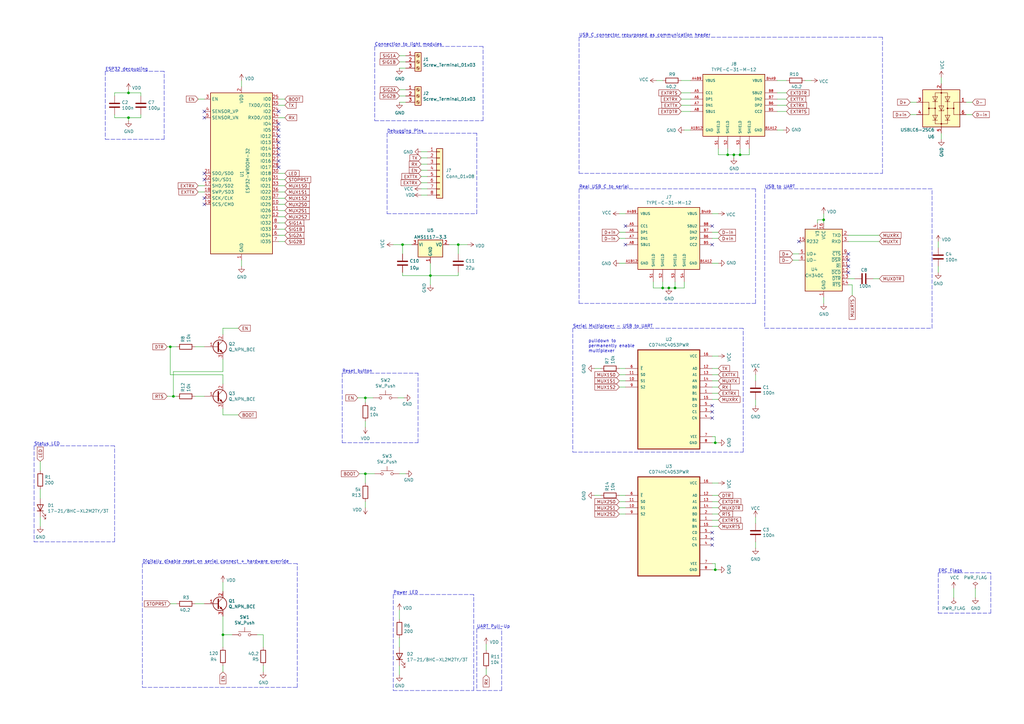
<source format=kicad_sch>
(kicad_sch (version 20211123) (generator eeschema)

  (uuid 9baf7b1e-44a0-4262-8221-97a2fa15d5e8)

  (paper "A3")

  (title_block
    (title "LightControl Console")
    (date "2021-08-10")
    (rev "v00")
    (comment 4 "Author: GHOSCHT")
  )

  (lib_symbols
    (symbol "CD74HC4053PWR:CD74HC4053PWR" (pin_names (offset 1.016)) (in_bom yes) (on_board yes)
      (property "Reference" "U" (id 0) (at -12.7 21.3106 0)
        (effects (font (size 1.27 1.27)) (justify left bottom))
      )
      (property "Value" "CD74HC4053PWR" (id 1) (at -12.7 -24.3078 0)
        (effects (font (size 1.27 1.27)) (justify left bottom))
      )
      (property "Footprint" "SOP65P640X120-16N" (id 2) (at -13.97 -20.32 90)
        (effects (font (size 1.27 1.27)) (justify left bottom) hide)
      )
      (property "Datasheet" "" (id 3) (at 0 0 0)
        (effects (font (size 1.27 1.27)) (justify left bottom) hide)
      )
      (property "ki_locked" "" (id 4) (at 0 0 0)
        (effects (font (size 1.27 1.27)))
      )
      (symbol "CD74HC4053PWR_0_0"
        (rectangle (start -12.7 -20.32) (end 12.7 20.32)
          (stroke (width 0.4064) (type default) (color 0 0 0 0))
          (fill (type background))
        )
        (pin bidirectional line (at 17.78 2.54 180) (length 5.08)
          (name "B1" (effects (font (size 1.016 1.016))))
          (number "1" (effects (font (size 1.016 1.016))))
        )
        (pin input line (at -17.78 7.62 0) (length 5.08)
          (name "S1" (effects (font (size 1.016 1.016))))
          (number "10" (effects (font (size 1.016 1.016))))
        )
        (pin input line (at -17.78 10.16 0) (length 5.08)
          (name "S0" (effects (font (size 1.016 1.016))))
          (number "11" (effects (font (size 1.016 1.016))))
        )
        (pin bidirectional line (at 17.78 12.7 180) (length 5.08)
          (name "A0" (effects (font (size 1.016 1.016))))
          (number "12" (effects (font (size 1.016 1.016))))
        )
        (pin bidirectional line (at 17.78 10.16 180) (length 5.08)
          (name "A1" (effects (font (size 1.016 1.016))))
          (number "13" (effects (font (size 1.016 1.016))))
        )
        (pin bidirectional line (at 17.78 7.62 180) (length 5.08)
          (name "AN" (effects (font (size 1.016 1.016))))
          (number "14" (effects (font (size 1.016 1.016))))
        )
        (pin bidirectional line (at 17.78 0 180) (length 5.08)
          (name "BN" (effects (font (size 1.016 1.016))))
          (number "15" (effects (font (size 1.016 1.016))))
        )
        (pin power_in line (at 17.78 17.78 180) (length 5.08)
          (name "VCC" (effects (font (size 1.016 1.016))))
          (number "16" (effects (font (size 1.016 1.016))))
        )
        (pin bidirectional line (at 17.78 5.08 180) (length 5.08)
          (name "B0" (effects (font (size 1.016 1.016))))
          (number "2" (effects (font (size 1.016 1.016))))
        )
        (pin bidirectional line (at 17.78 -5.08 180) (length 5.08)
          (name "C1" (effects (font (size 1.016 1.016))))
          (number "3" (effects (font (size 1.016 1.016))))
        )
        (pin bidirectional line (at 17.78 -7.62 180) (length 5.08)
          (name "CN" (effects (font (size 1.016 1.016))))
          (number "4" (effects (font (size 1.016 1.016))))
        )
        (pin bidirectional line (at 17.78 -2.54 180) (length 5.08)
          (name "C0" (effects (font (size 1.016 1.016))))
          (number "5" (effects (font (size 1.016 1.016))))
        )
        (pin input line (at -17.78 12.7 0) (length 5.08)
          (name "~{E}" (effects (font (size 1.016 1.016))))
          (number "6" (effects (font (size 1.016 1.016))))
        )
        (pin power_in line (at 17.78 -15.24 180) (length 5.08)
          (name "VEE" (effects (font (size 1.016 1.016))))
          (number "7" (effects (font (size 1.016 1.016))))
        )
        (pin power_in line (at 17.78 -17.78 180) (length 5.08)
          (name "GND" (effects (font (size 1.016 1.016))))
          (number "8" (effects (font (size 1.016 1.016))))
        )
        (pin input line (at -17.78 5.08 0) (length 5.08)
          (name "S2" (effects (font (size 1.016 1.016))))
          (number "9" (effects (font (size 1.016 1.016))))
        )
      )
    )
    (symbol "Connector:Screw_Terminal_01x03" (pin_names (offset 1.016) hide) (in_bom yes) (on_board yes)
      (property "Reference" "J" (id 0) (at 0 5.08 0)
        (effects (font (size 1.27 1.27)))
      )
      (property "Value" "Screw_Terminal_01x03" (id 1) (at 0 -5.08 0)
        (effects (font (size 1.27 1.27)))
      )
      (property "Footprint" "" (id 2) (at 0 0 0)
        (effects (font (size 1.27 1.27)) hide)
      )
      (property "Datasheet" "~" (id 3) (at 0 0 0)
        (effects (font (size 1.27 1.27)) hide)
      )
      (property "ki_keywords" "screw terminal" (id 4) (at 0 0 0)
        (effects (font (size 1.27 1.27)) hide)
      )
      (property "ki_description" "Generic screw terminal, single row, 01x03, script generated (kicad-library-utils/schlib/autogen/connector/)" (id 5) (at 0 0 0)
        (effects (font (size 1.27 1.27)) hide)
      )
      (property "ki_fp_filters" "TerminalBlock*:*" (id 6) (at 0 0 0)
        (effects (font (size 1.27 1.27)) hide)
      )
      (symbol "Screw_Terminal_01x03_1_1"
        (rectangle (start -1.27 3.81) (end 1.27 -3.81)
          (stroke (width 0.254) (type default) (color 0 0 0 0))
          (fill (type background))
        )
        (circle (center 0 -2.54) (radius 0.635)
          (stroke (width 0.1524) (type default) (color 0 0 0 0))
          (fill (type none))
        )
        (polyline
          (pts
            (xy -0.5334 -2.2098)
            (xy 0.3302 -3.048)
          )
          (stroke (width 0.1524) (type default) (color 0 0 0 0))
          (fill (type none))
        )
        (polyline
          (pts
            (xy -0.5334 0.3302)
            (xy 0.3302 -0.508)
          )
          (stroke (width 0.1524) (type default) (color 0 0 0 0))
          (fill (type none))
        )
        (polyline
          (pts
            (xy -0.5334 2.8702)
            (xy 0.3302 2.032)
          )
          (stroke (width 0.1524) (type default) (color 0 0 0 0))
          (fill (type none))
        )
        (polyline
          (pts
            (xy -0.3556 -2.032)
            (xy 0.508 -2.8702)
          )
          (stroke (width 0.1524) (type default) (color 0 0 0 0))
          (fill (type none))
        )
        (polyline
          (pts
            (xy -0.3556 0.508)
            (xy 0.508 -0.3302)
          )
          (stroke (width 0.1524) (type default) (color 0 0 0 0))
          (fill (type none))
        )
        (polyline
          (pts
            (xy -0.3556 3.048)
            (xy 0.508 2.2098)
          )
          (stroke (width 0.1524) (type default) (color 0 0 0 0))
          (fill (type none))
        )
        (circle (center 0 0) (radius 0.635)
          (stroke (width 0.1524) (type default) (color 0 0 0 0))
          (fill (type none))
        )
        (circle (center 0 2.54) (radius 0.635)
          (stroke (width 0.1524) (type default) (color 0 0 0 0))
          (fill (type none))
        )
        (pin passive line (at -5.08 2.54 0) (length 3.81)
          (name "Pin_1" (effects (font (size 1.27 1.27))))
          (number "1" (effects (font (size 1.27 1.27))))
        )
        (pin passive line (at -5.08 0 0) (length 3.81)
          (name "Pin_2" (effects (font (size 1.27 1.27))))
          (number "2" (effects (font (size 1.27 1.27))))
        )
        (pin passive line (at -5.08 -2.54 0) (length 3.81)
          (name "Pin_3" (effects (font (size 1.27 1.27))))
          (number "3" (effects (font (size 1.27 1.27))))
        )
      )
    )
    (symbol "Connector_Generic:Conn_01x08" (pin_names (offset 1.016) hide) (in_bom yes) (on_board yes)
      (property "Reference" "J" (id 0) (at 0 10.16 0)
        (effects (font (size 1.27 1.27)))
      )
      (property "Value" "Conn_01x08" (id 1) (at 0 -12.7 0)
        (effects (font (size 1.27 1.27)))
      )
      (property "Footprint" "" (id 2) (at 0 0 0)
        (effects (font (size 1.27 1.27)) hide)
      )
      (property "Datasheet" "~" (id 3) (at 0 0 0)
        (effects (font (size 1.27 1.27)) hide)
      )
      (property "ki_keywords" "connector" (id 4) (at 0 0 0)
        (effects (font (size 1.27 1.27)) hide)
      )
      (property "ki_description" "Generic connector, single row, 01x08, script generated (kicad-library-utils/schlib/autogen/connector/)" (id 5) (at 0 0 0)
        (effects (font (size 1.27 1.27)) hide)
      )
      (property "ki_fp_filters" "Connector*:*_1x??_*" (id 6) (at 0 0 0)
        (effects (font (size 1.27 1.27)) hide)
      )
      (symbol "Conn_01x08_1_1"
        (rectangle (start -1.27 -10.033) (end 0 -10.287)
          (stroke (width 0.1524) (type default) (color 0 0 0 0))
          (fill (type none))
        )
        (rectangle (start -1.27 -7.493) (end 0 -7.747)
          (stroke (width 0.1524) (type default) (color 0 0 0 0))
          (fill (type none))
        )
        (rectangle (start -1.27 -4.953) (end 0 -5.207)
          (stroke (width 0.1524) (type default) (color 0 0 0 0))
          (fill (type none))
        )
        (rectangle (start -1.27 -2.413) (end 0 -2.667)
          (stroke (width 0.1524) (type default) (color 0 0 0 0))
          (fill (type none))
        )
        (rectangle (start -1.27 0.127) (end 0 -0.127)
          (stroke (width 0.1524) (type default) (color 0 0 0 0))
          (fill (type none))
        )
        (rectangle (start -1.27 2.667) (end 0 2.413)
          (stroke (width 0.1524) (type default) (color 0 0 0 0))
          (fill (type none))
        )
        (rectangle (start -1.27 5.207) (end 0 4.953)
          (stroke (width 0.1524) (type default) (color 0 0 0 0))
          (fill (type none))
        )
        (rectangle (start -1.27 7.747) (end 0 7.493)
          (stroke (width 0.1524) (type default) (color 0 0 0 0))
          (fill (type none))
        )
        (rectangle (start -1.27 8.89) (end 1.27 -11.43)
          (stroke (width 0.254) (type default) (color 0 0 0 0))
          (fill (type background))
        )
        (pin passive line (at -5.08 7.62 0) (length 3.81)
          (name "Pin_1" (effects (font (size 1.27 1.27))))
          (number "1" (effects (font (size 1.27 1.27))))
        )
        (pin passive line (at -5.08 5.08 0) (length 3.81)
          (name "Pin_2" (effects (font (size 1.27 1.27))))
          (number "2" (effects (font (size 1.27 1.27))))
        )
        (pin passive line (at -5.08 2.54 0) (length 3.81)
          (name "Pin_3" (effects (font (size 1.27 1.27))))
          (number "3" (effects (font (size 1.27 1.27))))
        )
        (pin passive line (at -5.08 0 0) (length 3.81)
          (name "Pin_4" (effects (font (size 1.27 1.27))))
          (number "4" (effects (font (size 1.27 1.27))))
        )
        (pin passive line (at -5.08 -2.54 0) (length 3.81)
          (name "Pin_5" (effects (font (size 1.27 1.27))))
          (number "5" (effects (font (size 1.27 1.27))))
        )
        (pin passive line (at -5.08 -5.08 0) (length 3.81)
          (name "Pin_6" (effects (font (size 1.27 1.27))))
          (number "6" (effects (font (size 1.27 1.27))))
        )
        (pin passive line (at -5.08 -7.62 0) (length 3.81)
          (name "Pin_7" (effects (font (size 1.27 1.27))))
          (number "7" (effects (font (size 1.27 1.27))))
        )
        (pin passive line (at -5.08 -10.16 0) (length 3.81)
          (name "Pin_8" (effects (font (size 1.27 1.27))))
          (number "8" (effects (font (size 1.27 1.27))))
        )
      )
    )
    (symbol "Device:C" (pin_numbers hide) (pin_names (offset 0.254)) (in_bom yes) (on_board yes)
      (property "Reference" "C" (id 0) (at 0.635 2.54 0)
        (effects (font (size 1.27 1.27)) (justify left))
      )
      (property "Value" "C" (id 1) (at 0.635 -2.54 0)
        (effects (font (size 1.27 1.27)) (justify left))
      )
      (property "Footprint" "" (id 2) (at 0.9652 -3.81 0)
        (effects (font (size 1.27 1.27)) hide)
      )
      (property "Datasheet" "~" (id 3) (at 0 0 0)
        (effects (font (size 1.27 1.27)) hide)
      )
      (property "ki_keywords" "cap capacitor" (id 4) (at 0 0 0)
        (effects (font (size 1.27 1.27)) hide)
      )
      (property "ki_description" "Unpolarized capacitor" (id 5) (at 0 0 0)
        (effects (font (size 1.27 1.27)) hide)
      )
      (property "ki_fp_filters" "C_*" (id 6) (at 0 0 0)
        (effects (font (size 1.27 1.27)) hide)
      )
      (symbol "C_0_1"
        (polyline
          (pts
            (xy -2.032 -0.762)
            (xy 2.032 -0.762)
          )
          (stroke (width 0.508) (type default) (color 0 0 0 0))
          (fill (type none))
        )
        (polyline
          (pts
            (xy -2.032 0.762)
            (xy 2.032 0.762)
          )
          (stroke (width 0.508) (type default) (color 0 0 0 0))
          (fill (type none))
        )
      )
      (symbol "C_1_1"
        (pin passive line (at 0 3.81 270) (length 2.794)
          (name "~" (effects (font (size 1.27 1.27))))
          (number "1" (effects (font (size 1.27 1.27))))
        )
        (pin passive line (at 0 -3.81 90) (length 2.794)
          (name "~" (effects (font (size 1.27 1.27))))
          (number "2" (effects (font (size 1.27 1.27))))
        )
      )
    )
    (symbol "Device:LED" (pin_numbers hide) (pin_names (offset 1.016) hide) (in_bom yes) (on_board yes)
      (property "Reference" "D" (id 0) (at 0 2.54 0)
        (effects (font (size 1.27 1.27)))
      )
      (property "Value" "LED" (id 1) (at 0 -2.54 0)
        (effects (font (size 1.27 1.27)))
      )
      (property "Footprint" "" (id 2) (at 0 0 0)
        (effects (font (size 1.27 1.27)) hide)
      )
      (property "Datasheet" "~" (id 3) (at 0 0 0)
        (effects (font (size 1.27 1.27)) hide)
      )
      (property "ki_keywords" "LED diode" (id 4) (at 0 0 0)
        (effects (font (size 1.27 1.27)) hide)
      )
      (property "ki_description" "Light emitting diode" (id 5) (at 0 0 0)
        (effects (font (size 1.27 1.27)) hide)
      )
      (property "ki_fp_filters" "LED* LED_SMD:* LED_THT:*" (id 6) (at 0 0 0)
        (effects (font (size 1.27 1.27)) hide)
      )
      (symbol "LED_0_1"
        (polyline
          (pts
            (xy -1.27 -1.27)
            (xy -1.27 1.27)
          )
          (stroke (width 0.254) (type default) (color 0 0 0 0))
          (fill (type none))
        )
        (polyline
          (pts
            (xy -1.27 0)
            (xy 1.27 0)
          )
          (stroke (width 0) (type default) (color 0 0 0 0))
          (fill (type none))
        )
        (polyline
          (pts
            (xy 1.27 -1.27)
            (xy 1.27 1.27)
            (xy -1.27 0)
            (xy 1.27 -1.27)
          )
          (stroke (width 0.254) (type default) (color 0 0 0 0))
          (fill (type none))
        )
        (polyline
          (pts
            (xy -3.048 -0.762)
            (xy -4.572 -2.286)
            (xy -3.81 -2.286)
            (xy -4.572 -2.286)
            (xy -4.572 -1.524)
          )
          (stroke (width 0) (type default) (color 0 0 0 0))
          (fill (type none))
        )
        (polyline
          (pts
            (xy -1.778 -0.762)
            (xy -3.302 -2.286)
            (xy -2.54 -2.286)
            (xy -3.302 -2.286)
            (xy -3.302 -1.524)
          )
          (stroke (width 0) (type default) (color 0 0 0 0))
          (fill (type none))
        )
      )
      (symbol "LED_1_1"
        (pin passive line (at -3.81 0 0) (length 2.54)
          (name "K" (effects (font (size 1.27 1.27))))
          (number "1" (effects (font (size 1.27 1.27))))
        )
        (pin passive line (at 3.81 0 180) (length 2.54)
          (name "A" (effects (font (size 1.27 1.27))))
          (number "2" (effects (font (size 1.27 1.27))))
        )
      )
    )
    (symbol "Device:Q_NPN_BCE" (pin_names (offset 0) hide) (in_bom yes) (on_board yes)
      (property "Reference" "Q" (id 0) (at 5.08 1.27 0)
        (effects (font (size 1.27 1.27)) (justify left))
      )
      (property "Value" "Q_NPN_BCE" (id 1) (at 5.08 -1.27 0)
        (effects (font (size 1.27 1.27)) (justify left))
      )
      (property "Footprint" "" (id 2) (at 5.08 2.54 0)
        (effects (font (size 1.27 1.27)) hide)
      )
      (property "Datasheet" "~" (id 3) (at 0 0 0)
        (effects (font (size 1.27 1.27)) hide)
      )
      (property "ki_keywords" "transistor NPN" (id 4) (at 0 0 0)
        (effects (font (size 1.27 1.27)) hide)
      )
      (property "ki_description" "NPN transistor, base/collector/emitter" (id 5) (at 0 0 0)
        (effects (font (size 1.27 1.27)) hide)
      )
      (symbol "Q_NPN_BCE_0_1"
        (polyline
          (pts
            (xy 0.635 0.635)
            (xy 2.54 2.54)
          )
          (stroke (width 0) (type default) (color 0 0 0 0))
          (fill (type none))
        )
        (polyline
          (pts
            (xy 0.635 -0.635)
            (xy 2.54 -2.54)
            (xy 2.54 -2.54)
          )
          (stroke (width 0) (type default) (color 0 0 0 0))
          (fill (type none))
        )
        (polyline
          (pts
            (xy 0.635 1.905)
            (xy 0.635 -1.905)
            (xy 0.635 -1.905)
          )
          (stroke (width 0.508) (type default) (color 0 0 0 0))
          (fill (type none))
        )
        (polyline
          (pts
            (xy 1.27 -1.778)
            (xy 1.778 -1.27)
            (xy 2.286 -2.286)
            (xy 1.27 -1.778)
            (xy 1.27 -1.778)
          )
          (stroke (width 0) (type default) (color 0 0 0 0))
          (fill (type outline))
        )
        (circle (center 1.27 0) (radius 2.8194)
          (stroke (width 0.254) (type default) (color 0 0 0 0))
          (fill (type none))
        )
      )
      (symbol "Q_NPN_BCE_1_1"
        (pin input line (at -5.08 0 0) (length 5.715)
          (name "B" (effects (font (size 1.27 1.27))))
          (number "1" (effects (font (size 1.27 1.27))))
        )
        (pin passive line (at 2.54 5.08 270) (length 2.54)
          (name "C" (effects (font (size 1.27 1.27))))
          (number "2" (effects (font (size 1.27 1.27))))
        )
        (pin passive line (at 2.54 -5.08 90) (length 2.54)
          (name "E" (effects (font (size 1.27 1.27))))
          (number "3" (effects (font (size 1.27 1.27))))
        )
      )
    )
    (symbol "Device:R" (pin_numbers hide) (pin_names (offset 0)) (in_bom yes) (on_board yes)
      (property "Reference" "R" (id 0) (at 2.032 0 90)
        (effects (font (size 1.27 1.27)))
      )
      (property "Value" "R" (id 1) (at 0 0 90)
        (effects (font (size 1.27 1.27)))
      )
      (property "Footprint" "" (id 2) (at -1.778 0 90)
        (effects (font (size 1.27 1.27)) hide)
      )
      (property "Datasheet" "~" (id 3) (at 0 0 0)
        (effects (font (size 1.27 1.27)) hide)
      )
      (property "ki_keywords" "R res resistor" (id 4) (at 0 0 0)
        (effects (font (size 1.27 1.27)) hide)
      )
      (property "ki_description" "Resistor" (id 5) (at 0 0 0)
        (effects (font (size 1.27 1.27)) hide)
      )
      (property "ki_fp_filters" "R_*" (id 6) (at 0 0 0)
        (effects (font (size 1.27 1.27)) hide)
      )
      (symbol "R_0_1"
        (rectangle (start -1.016 -2.54) (end 1.016 2.54)
          (stroke (width 0.254) (type default) (color 0 0 0 0))
          (fill (type none))
        )
      )
      (symbol "R_1_1"
        (pin passive line (at 0 3.81 270) (length 1.27)
          (name "~" (effects (font (size 1.27 1.27))))
          (number "1" (effects (font (size 1.27 1.27))))
        )
        (pin passive line (at 0 -3.81 90) (length 1.27)
          (name "~" (effects (font (size 1.27 1.27))))
          (number "2" (effects (font (size 1.27 1.27))))
        )
      )
    )
    (symbol "Interface_USB:CH340C" (in_bom yes) (on_board yes)
      (property "Reference" "U" (id 0) (at -5.08 13.97 0)
        (effects (font (size 1.27 1.27)) (justify right))
      )
      (property "Value" "CH340C" (id 1) (at 1.27 13.97 0)
        (effects (font (size 1.27 1.27)) (justify left))
      )
      (property "Footprint" "Package_SO:SOIC-16_3.9x9.9mm_P1.27mm" (id 2) (at 1.27 -13.97 0)
        (effects (font (size 1.27 1.27)) (justify left) hide)
      )
      (property "Datasheet" "https://datasheet.lcsc.com/szlcsc/Jiangsu-Qin-Heng-CH340C_C84681.pdf" (id 3) (at -8.89 20.32 0)
        (effects (font (size 1.27 1.27)) hide)
      )
      (property "ki_keywords" "USB UART Serial Converter Interface" (id 4) (at 0 0 0)
        (effects (font (size 1.27 1.27)) hide)
      )
      (property "ki_description" "USB serial converter, UART, SOIC-16" (id 5) (at 0 0 0)
        (effects (font (size 1.27 1.27)) hide)
      )
      (property "ki_fp_filters" "SOIC*3.9x9.9mm*P1.27mm*" (id 6) (at 0 0 0)
        (effects (font (size 1.27 1.27)) hide)
      )
      (symbol "CH340C_0_1"
        (rectangle (start -7.62 12.7) (end 7.62 -12.7)
          (stroke (width 0.254) (type default) (color 0 0 0 0))
          (fill (type background))
        )
      )
      (symbol "CH340C_1_1"
        (pin power_in line (at 0 -15.24 90) (length 2.54)
          (name "GND" (effects (font (size 1.27 1.27))))
          (number "1" (effects (font (size 1.27 1.27))))
        )
        (pin input line (at 10.16 0 180) (length 2.54)
          (name "~{DSR}" (effects (font (size 1.27 1.27))))
          (number "10" (effects (font (size 1.27 1.27))))
        )
        (pin input line (at 10.16 -2.54 180) (length 2.54)
          (name "~{RI}" (effects (font (size 1.27 1.27))))
          (number "11" (effects (font (size 1.27 1.27))))
        )
        (pin input line (at 10.16 -5.08 180) (length 2.54)
          (name "~{DCD}" (effects (font (size 1.27 1.27))))
          (number "12" (effects (font (size 1.27 1.27))))
        )
        (pin output line (at 10.16 -7.62 180) (length 2.54)
          (name "~{DTR}" (effects (font (size 1.27 1.27))))
          (number "13" (effects (font (size 1.27 1.27))))
        )
        (pin output line (at 10.16 -10.16 180) (length 2.54)
          (name "~{RTS}" (effects (font (size 1.27 1.27))))
          (number "14" (effects (font (size 1.27 1.27))))
        )
        (pin input line (at -10.16 7.62 0) (length 2.54)
          (name "R232" (effects (font (size 1.27 1.27))))
          (number "15" (effects (font (size 1.27 1.27))))
        )
        (pin power_in line (at 0 15.24 270) (length 2.54)
          (name "VCC" (effects (font (size 1.27 1.27))))
          (number "16" (effects (font (size 1.27 1.27))))
        )
        (pin output line (at 10.16 10.16 180) (length 2.54)
          (name "TXD" (effects (font (size 1.27 1.27))))
          (number "2" (effects (font (size 1.27 1.27))))
        )
        (pin input line (at 10.16 7.62 180) (length 2.54)
          (name "RXD" (effects (font (size 1.27 1.27))))
          (number "3" (effects (font (size 1.27 1.27))))
        )
        (pin passive line (at -2.54 15.24 270) (length 2.54)
          (name "V3" (effects (font (size 1.27 1.27))))
          (number "4" (effects (font (size 1.27 1.27))))
        )
        (pin bidirectional line (at -10.16 2.54 0) (length 2.54)
          (name "UD+" (effects (font (size 1.27 1.27))))
          (number "5" (effects (font (size 1.27 1.27))))
        )
        (pin bidirectional line (at -10.16 0 0) (length 2.54)
          (name "UD-" (effects (font (size 1.27 1.27))))
          (number "6" (effects (font (size 1.27 1.27))))
        )
        (pin no_connect line (at -7.62 -7.62 0) (length 2.54) hide
          (name "NC" (effects (font (size 1.27 1.27))))
          (number "7" (effects (font (size 1.27 1.27))))
        )
        (pin no_connect line (at -7.62 -10.16 0) (length 2.54) hide
          (name "NC" (effects (font (size 1.27 1.27))))
          (number "8" (effects (font (size 1.27 1.27))))
        )
        (pin input line (at 10.16 2.54 180) (length 2.54)
          (name "~{CTS}" (effects (font (size 1.27 1.27))))
          (number "9" (effects (font (size 1.27 1.27))))
        )
      )
    )
    (symbol "Power_Protection:USBLC6-2SC6" (pin_names hide) (in_bom yes) (on_board yes)
      (property "Reference" "U" (id 0) (at 2.54 8.89 0)
        (effects (font (size 1.27 1.27)) (justify left))
      )
      (property "Value" "USBLC6-2SC6" (id 1) (at 2.54 -8.89 0)
        (effects (font (size 1.27 1.27)) (justify left))
      )
      (property "Footprint" "Package_TO_SOT_SMD:SOT-23-6" (id 2) (at 0 -12.7 0)
        (effects (font (size 1.27 1.27)) hide)
      )
      (property "Datasheet" "https://www.st.com/resource/en/datasheet/usblc6-2.pdf" (id 3) (at 5.08 8.89 0)
        (effects (font (size 1.27 1.27)) hide)
      )
      (property "ki_keywords" "usb ethernet video" (id 4) (at 0 0 0)
        (effects (font (size 1.27 1.27)) hide)
      )
      (property "ki_description" "Very low capacitance ESD protection diode, 2 data-line, SOT-23-6" (id 5) (at 0 0 0)
        (effects (font (size 1.27 1.27)) hide)
      )
      (property "ki_fp_filters" "SOT?23*" (id 6) (at 0 0 0)
        (effects (font (size 1.27 1.27)) hide)
      )
      (symbol "USBLC6-2SC6_0_1"
        (rectangle (start -7.62 -7.62) (end 7.62 7.62)
          (stroke (width 0.254) (type default) (color 0 0 0 0))
          (fill (type background))
        )
        (circle (center -5.08 0) (radius 0.254)
          (stroke (width 0) (type default) (color 0 0 0 0))
          (fill (type outline))
        )
        (circle (center -2.54 0) (radius 0.254)
          (stroke (width 0) (type default) (color 0 0 0 0))
          (fill (type outline))
        )
        (rectangle (start -2.54 6.35) (end 2.54 -6.35)
          (stroke (width 0) (type default) (color 0 0 0 0))
          (fill (type none))
        )
        (circle (center 0 -6.35) (radius 0.254)
          (stroke (width 0) (type default) (color 0 0 0 0))
          (fill (type outline))
        )
        (polyline
          (pts
            (xy -5.08 -2.54)
            (xy -7.62 -2.54)
          )
          (stroke (width 0) (type default) (color 0 0 0 0))
          (fill (type none))
        )
        (polyline
          (pts
            (xy -5.08 0)
            (xy -5.08 -2.54)
          )
          (stroke (width 0) (type default) (color 0 0 0 0))
          (fill (type none))
        )
        (polyline
          (pts
            (xy -5.08 2.54)
            (xy -7.62 2.54)
          )
          (stroke (width 0) (type default) (color 0 0 0 0))
          (fill (type none))
        )
        (polyline
          (pts
            (xy -1.524 -2.794)
            (xy -3.556 -2.794)
          )
          (stroke (width 0) (type default) (color 0 0 0 0))
          (fill (type none))
        )
        (polyline
          (pts
            (xy -1.524 4.826)
            (xy -3.556 4.826)
          )
          (stroke (width 0) (type default) (color 0 0 0 0))
          (fill (type none))
        )
        (polyline
          (pts
            (xy 0 -7.62)
            (xy 0 -6.35)
          )
          (stroke (width 0) (type default) (color 0 0 0 0))
          (fill (type none))
        )
        (polyline
          (pts
            (xy 0 -6.35)
            (xy 0 1.27)
          )
          (stroke (width 0) (type default) (color 0 0 0 0))
          (fill (type none))
        )
        (polyline
          (pts
            (xy 0 1.27)
            (xy 0 6.35)
          )
          (stroke (width 0) (type default) (color 0 0 0 0))
          (fill (type none))
        )
        (polyline
          (pts
            (xy 0 6.35)
            (xy 0 7.62)
          )
          (stroke (width 0) (type default) (color 0 0 0 0))
          (fill (type none))
        )
        (polyline
          (pts
            (xy 1.524 -2.794)
            (xy 3.556 -2.794)
          )
          (stroke (width 0) (type default) (color 0 0 0 0))
          (fill (type none))
        )
        (polyline
          (pts
            (xy 1.524 4.826)
            (xy 3.556 4.826)
          )
          (stroke (width 0) (type default) (color 0 0 0 0))
          (fill (type none))
        )
        (polyline
          (pts
            (xy 5.08 -2.54)
            (xy 7.62 -2.54)
          )
          (stroke (width 0) (type default) (color 0 0 0 0))
          (fill (type none))
        )
        (polyline
          (pts
            (xy 5.08 0)
            (xy 5.08 -2.54)
          )
          (stroke (width 0) (type default) (color 0 0 0 0))
          (fill (type none))
        )
        (polyline
          (pts
            (xy 5.08 2.54)
            (xy 7.62 2.54)
          )
          (stroke (width 0) (type default) (color 0 0 0 0))
          (fill (type none))
        )
        (polyline
          (pts
            (xy -2.54 0)
            (xy -5.08 0)
            (xy -5.08 2.54)
          )
          (stroke (width 0) (type default) (color 0 0 0 0))
          (fill (type none))
        )
        (polyline
          (pts
            (xy 2.54 0)
            (xy 5.08 0)
            (xy 5.08 2.54)
          )
          (stroke (width 0) (type default) (color 0 0 0 0))
          (fill (type none))
        )
        (polyline
          (pts
            (xy -3.556 -4.826)
            (xy -1.524 -4.826)
            (xy -2.54 -2.794)
            (xy -3.556 -4.826)
          )
          (stroke (width 0) (type default) (color 0 0 0 0))
          (fill (type none))
        )
        (polyline
          (pts
            (xy -3.556 2.794)
            (xy -1.524 2.794)
            (xy -2.54 4.826)
            (xy -3.556 2.794)
          )
          (stroke (width 0) (type default) (color 0 0 0 0))
          (fill (type none))
        )
        (polyline
          (pts
            (xy -1.016 -1.016)
            (xy 1.016 -1.016)
            (xy 0 1.016)
            (xy -1.016 -1.016)
          )
          (stroke (width 0) (type default) (color 0 0 0 0))
          (fill (type none))
        )
        (polyline
          (pts
            (xy 1.016 1.016)
            (xy 0.762 1.016)
            (xy -1.016 1.016)
            (xy -1.016 0.508)
          )
          (stroke (width 0) (type default) (color 0 0 0 0))
          (fill (type none))
        )
        (polyline
          (pts
            (xy 3.556 -4.826)
            (xy 1.524 -4.826)
            (xy 2.54 -2.794)
            (xy 3.556 -4.826)
          )
          (stroke (width 0) (type default) (color 0 0 0 0))
          (fill (type none))
        )
        (polyline
          (pts
            (xy 3.556 2.794)
            (xy 1.524 2.794)
            (xy 2.54 4.826)
            (xy 3.556 2.794)
          )
          (stroke (width 0) (type default) (color 0 0 0 0))
          (fill (type none))
        )
        (circle (center 0 6.35) (radius 0.254)
          (stroke (width 0) (type default) (color 0 0 0 0))
          (fill (type outline))
        )
        (circle (center 2.54 0) (radius 0.254)
          (stroke (width 0) (type default) (color 0 0 0 0))
          (fill (type outline))
        )
        (circle (center 5.08 0) (radius 0.254)
          (stroke (width 0) (type default) (color 0 0 0 0))
          (fill (type outline))
        )
      )
      (symbol "USBLC6-2SC6_1_1"
        (pin passive line (at -10.16 -2.54 0) (length 2.54)
          (name "I/O1" (effects (font (size 1.27 1.27))))
          (number "1" (effects (font (size 1.27 1.27))))
        )
        (pin passive line (at 0 -10.16 90) (length 2.54)
          (name "GND" (effects (font (size 1.27 1.27))))
          (number "2" (effects (font (size 1.27 1.27))))
        )
        (pin passive line (at 10.16 -2.54 180) (length 2.54)
          (name "I/O2" (effects (font (size 1.27 1.27))))
          (number "3" (effects (font (size 1.27 1.27))))
        )
        (pin passive line (at 10.16 2.54 180) (length 2.54)
          (name "I/O2" (effects (font (size 1.27 1.27))))
          (number "4" (effects (font (size 1.27 1.27))))
        )
        (pin passive line (at 0 10.16 270) (length 2.54)
          (name "VBUS" (effects (font (size 1.27 1.27))))
          (number "5" (effects (font (size 1.27 1.27))))
        )
        (pin passive line (at -10.16 2.54 0) (length 2.54)
          (name "I/O1" (effects (font (size 1.27 1.27))))
          (number "6" (effects (font (size 1.27 1.27))))
        )
      )
    )
    (symbol "RF_Module:ESP32-WROOM-32" (in_bom yes) (on_board yes)
      (property "Reference" "U" (id 0) (at -12.7 34.29 0)
        (effects (font (size 1.27 1.27)) (justify left))
      )
      (property "Value" "ESP32-WROOM-32" (id 1) (at 1.27 34.29 0)
        (effects (font (size 1.27 1.27)) (justify left))
      )
      (property "Footprint" "RF_Module:ESP32-WROOM-32" (id 2) (at 0 -38.1 0)
        (effects (font (size 1.27 1.27)) hide)
      )
      (property "Datasheet" "https://www.espressif.com/sites/default/files/documentation/esp32-wroom-32_datasheet_en.pdf" (id 3) (at -7.62 1.27 0)
        (effects (font (size 1.27 1.27)) hide)
      )
      (property "ki_keywords" "RF Radio BT ESP ESP32 Espressif onboard PCB antenna" (id 4) (at 0 0 0)
        (effects (font (size 1.27 1.27)) hide)
      )
      (property "ki_description" "RF Module, ESP32-D0WDQ6 SoC, Wi-Fi 802.11b/g/n, Bluetooth, BLE, 32-bit, 2.7-3.6V, onboard antenna, SMD" (id 5) (at 0 0 0)
        (effects (font (size 1.27 1.27)) hide)
      )
      (property "ki_fp_filters" "ESP32?WROOM?32*" (id 6) (at 0 0 0)
        (effects (font (size 1.27 1.27)) hide)
      )
      (symbol "ESP32-WROOM-32_0_1"
        (rectangle (start -12.7 33.02) (end 12.7 -33.02)
          (stroke (width 0.254) (type default) (color 0 0 0 0))
          (fill (type background))
        )
      )
      (symbol "ESP32-WROOM-32_1_1"
        (pin power_in line (at 0 -35.56 90) (length 2.54)
          (name "GND" (effects (font (size 1.27 1.27))))
          (number "1" (effects (font (size 1.27 1.27))))
        )
        (pin bidirectional line (at 15.24 -12.7 180) (length 2.54)
          (name "IO25" (effects (font (size 1.27 1.27))))
          (number "10" (effects (font (size 1.27 1.27))))
        )
        (pin bidirectional line (at 15.24 -15.24 180) (length 2.54)
          (name "IO26" (effects (font (size 1.27 1.27))))
          (number "11" (effects (font (size 1.27 1.27))))
        )
        (pin bidirectional line (at 15.24 -17.78 180) (length 2.54)
          (name "IO27" (effects (font (size 1.27 1.27))))
          (number "12" (effects (font (size 1.27 1.27))))
        )
        (pin bidirectional line (at 15.24 10.16 180) (length 2.54)
          (name "IO14" (effects (font (size 1.27 1.27))))
          (number "13" (effects (font (size 1.27 1.27))))
        )
        (pin bidirectional line (at 15.24 15.24 180) (length 2.54)
          (name "IO12" (effects (font (size 1.27 1.27))))
          (number "14" (effects (font (size 1.27 1.27))))
        )
        (pin passive line (at 0 -35.56 90) (length 2.54) hide
          (name "GND" (effects (font (size 1.27 1.27))))
          (number "15" (effects (font (size 1.27 1.27))))
        )
        (pin bidirectional line (at 15.24 12.7 180) (length 2.54)
          (name "IO13" (effects (font (size 1.27 1.27))))
          (number "16" (effects (font (size 1.27 1.27))))
        )
        (pin bidirectional line (at -15.24 -5.08 0) (length 2.54)
          (name "SHD/SD2" (effects (font (size 1.27 1.27))))
          (number "17" (effects (font (size 1.27 1.27))))
        )
        (pin bidirectional line (at -15.24 -7.62 0) (length 2.54)
          (name "SWP/SD3" (effects (font (size 1.27 1.27))))
          (number "18" (effects (font (size 1.27 1.27))))
        )
        (pin bidirectional line (at -15.24 -12.7 0) (length 2.54)
          (name "SCS/CMD" (effects (font (size 1.27 1.27))))
          (number "19" (effects (font (size 1.27 1.27))))
        )
        (pin power_in line (at 0 35.56 270) (length 2.54)
          (name "VDD" (effects (font (size 1.27 1.27))))
          (number "2" (effects (font (size 1.27 1.27))))
        )
        (pin bidirectional line (at -15.24 -10.16 0) (length 2.54)
          (name "SCK/CLK" (effects (font (size 1.27 1.27))))
          (number "20" (effects (font (size 1.27 1.27))))
        )
        (pin bidirectional line (at -15.24 0 0) (length 2.54)
          (name "SDO/SD0" (effects (font (size 1.27 1.27))))
          (number "21" (effects (font (size 1.27 1.27))))
        )
        (pin bidirectional line (at -15.24 -2.54 0) (length 2.54)
          (name "SDI/SD1" (effects (font (size 1.27 1.27))))
          (number "22" (effects (font (size 1.27 1.27))))
        )
        (pin bidirectional line (at 15.24 7.62 180) (length 2.54)
          (name "IO15" (effects (font (size 1.27 1.27))))
          (number "23" (effects (font (size 1.27 1.27))))
        )
        (pin bidirectional line (at 15.24 25.4 180) (length 2.54)
          (name "IO2" (effects (font (size 1.27 1.27))))
          (number "24" (effects (font (size 1.27 1.27))))
        )
        (pin bidirectional line (at 15.24 30.48 180) (length 2.54)
          (name "IO0" (effects (font (size 1.27 1.27))))
          (number "25" (effects (font (size 1.27 1.27))))
        )
        (pin bidirectional line (at 15.24 20.32 180) (length 2.54)
          (name "IO4" (effects (font (size 1.27 1.27))))
          (number "26" (effects (font (size 1.27 1.27))))
        )
        (pin bidirectional line (at 15.24 5.08 180) (length 2.54)
          (name "IO16" (effects (font (size 1.27 1.27))))
          (number "27" (effects (font (size 1.27 1.27))))
        )
        (pin bidirectional line (at 15.24 2.54 180) (length 2.54)
          (name "IO17" (effects (font (size 1.27 1.27))))
          (number "28" (effects (font (size 1.27 1.27))))
        )
        (pin bidirectional line (at 15.24 17.78 180) (length 2.54)
          (name "IO5" (effects (font (size 1.27 1.27))))
          (number "29" (effects (font (size 1.27 1.27))))
        )
        (pin input line (at -15.24 30.48 0) (length 2.54)
          (name "EN" (effects (font (size 1.27 1.27))))
          (number "3" (effects (font (size 1.27 1.27))))
        )
        (pin bidirectional line (at 15.24 0 180) (length 2.54)
          (name "IO18" (effects (font (size 1.27 1.27))))
          (number "30" (effects (font (size 1.27 1.27))))
        )
        (pin bidirectional line (at 15.24 -2.54 180) (length 2.54)
          (name "IO19" (effects (font (size 1.27 1.27))))
          (number "31" (effects (font (size 1.27 1.27))))
        )
        (pin no_connect line (at -12.7 -27.94 0) (length 2.54) hide
          (name "NC" (effects (font (size 1.27 1.27))))
          (number "32" (effects (font (size 1.27 1.27))))
        )
        (pin bidirectional line (at 15.24 -5.08 180) (length 2.54)
          (name "IO21" (effects (font (size 1.27 1.27))))
          (number "33" (effects (font (size 1.27 1.27))))
        )
        (pin bidirectional line (at 15.24 22.86 180) (length 2.54)
          (name "RXD0/IO3" (effects (font (size 1.27 1.27))))
          (number "34" (effects (font (size 1.27 1.27))))
        )
        (pin bidirectional line (at 15.24 27.94 180) (length 2.54)
          (name "TXD0/IO1" (effects (font (size 1.27 1.27))))
          (number "35" (effects (font (size 1.27 1.27))))
        )
        (pin bidirectional line (at 15.24 -7.62 180) (length 2.54)
          (name "IO22" (effects (font (size 1.27 1.27))))
          (number "36" (effects (font (size 1.27 1.27))))
        )
        (pin bidirectional line (at 15.24 -10.16 180) (length 2.54)
          (name "IO23" (effects (font (size 1.27 1.27))))
          (number "37" (effects (font (size 1.27 1.27))))
        )
        (pin passive line (at 0 -35.56 90) (length 2.54) hide
          (name "GND" (effects (font (size 1.27 1.27))))
          (number "38" (effects (font (size 1.27 1.27))))
        )
        (pin passive line (at 0 -35.56 90) (length 2.54) hide
          (name "GND" (effects (font (size 1.27 1.27))))
          (number "39" (effects (font (size 1.27 1.27))))
        )
        (pin input line (at -15.24 25.4 0) (length 2.54)
          (name "SENSOR_VP" (effects (font (size 1.27 1.27))))
          (number "4" (effects (font (size 1.27 1.27))))
        )
        (pin input line (at -15.24 22.86 0) (length 2.54)
          (name "SENSOR_VN" (effects (font (size 1.27 1.27))))
          (number "5" (effects (font (size 1.27 1.27))))
        )
        (pin input line (at 15.24 -25.4 180) (length 2.54)
          (name "IO34" (effects (font (size 1.27 1.27))))
          (number "6" (effects (font (size 1.27 1.27))))
        )
        (pin input line (at 15.24 -27.94 180) (length 2.54)
          (name "IO35" (effects (font (size 1.27 1.27))))
          (number "7" (effects (font (size 1.27 1.27))))
        )
        (pin bidirectional line (at 15.24 -20.32 180) (length 2.54)
          (name "IO32" (effects (font (size 1.27 1.27))))
          (number "8" (effects (font (size 1.27 1.27))))
        )
        (pin bidirectional line (at 15.24 -22.86 180) (length 2.54)
          (name "IO33" (effects (font (size 1.27 1.27))))
          (number "9" (effects (font (size 1.27 1.27))))
        )
      )
    )
    (symbol "Regulator_Linear:AMS1117-3.3" (pin_names (offset 0.254)) (in_bom yes) (on_board yes)
      (property "Reference" "U" (id 0) (at -3.81 3.175 0)
        (effects (font (size 1.27 1.27)))
      )
      (property "Value" "AMS1117-3.3" (id 1) (at 0 3.175 0)
        (effects (font (size 1.27 1.27)) (justify left))
      )
      (property "Footprint" "Package_TO_SOT_SMD:SOT-223-3_TabPin2" (id 2) (at 0 5.08 0)
        (effects (font (size 1.27 1.27)) hide)
      )
      (property "Datasheet" "http://www.advanced-monolithic.com/pdf/ds1117.pdf" (id 3) (at 2.54 -6.35 0)
        (effects (font (size 1.27 1.27)) hide)
      )
      (property "ki_keywords" "linear regulator ldo fixed positive" (id 4) (at 0 0 0)
        (effects (font (size 1.27 1.27)) hide)
      )
      (property "ki_description" "1A Low Dropout regulator, positive, 3.3V fixed output, SOT-223" (id 5) (at 0 0 0)
        (effects (font (size 1.27 1.27)) hide)
      )
      (property "ki_fp_filters" "SOT?223*TabPin2*" (id 6) (at 0 0 0)
        (effects (font (size 1.27 1.27)) hide)
      )
      (symbol "AMS1117-3.3_0_1"
        (rectangle (start -5.08 -5.08) (end 5.08 1.905)
          (stroke (width 0.254) (type default) (color 0 0 0 0))
          (fill (type background))
        )
      )
      (symbol "AMS1117-3.3_1_1"
        (pin power_in line (at 0 -7.62 90) (length 2.54)
          (name "GND" (effects (font (size 1.27 1.27))))
          (number "1" (effects (font (size 1.27 1.27))))
        )
        (pin power_out line (at 7.62 0 180) (length 2.54)
          (name "VO" (effects (font (size 1.27 1.27))))
          (number "2" (effects (font (size 1.27 1.27))))
        )
        (pin power_in line (at -7.62 0 0) (length 2.54)
          (name "VI" (effects (font (size 1.27 1.27))))
          (number "3" (effects (font (size 1.27 1.27))))
        )
      )
    )
    (symbol "Switch:SW_Push" (pin_numbers hide) (pin_names (offset 1.016) hide) (in_bom yes) (on_board yes)
      (property "Reference" "SW" (id 0) (at 1.27 2.54 0)
        (effects (font (size 1.27 1.27)) (justify left))
      )
      (property "Value" "SW_Push" (id 1) (at 0 -1.524 0)
        (effects (font (size 1.27 1.27)))
      )
      (property "Footprint" "" (id 2) (at 0 5.08 0)
        (effects (font (size 1.27 1.27)) hide)
      )
      (property "Datasheet" "~" (id 3) (at 0 5.08 0)
        (effects (font (size 1.27 1.27)) hide)
      )
      (property "ki_keywords" "switch normally-open pushbutton push-button" (id 4) (at 0 0 0)
        (effects (font (size 1.27 1.27)) hide)
      )
      (property "ki_description" "Push button switch, generic, two pins" (id 5) (at 0 0 0)
        (effects (font (size 1.27 1.27)) hide)
      )
      (symbol "SW_Push_0_1"
        (circle (center -2.032 0) (radius 0.508)
          (stroke (width 0) (type default) (color 0 0 0 0))
          (fill (type none))
        )
        (polyline
          (pts
            (xy 0 1.27)
            (xy 0 3.048)
          )
          (stroke (width 0) (type default) (color 0 0 0 0))
          (fill (type none))
        )
        (polyline
          (pts
            (xy 2.54 1.27)
            (xy -2.54 1.27)
          )
          (stroke (width 0) (type default) (color 0 0 0 0))
          (fill (type none))
        )
        (circle (center 2.032 0) (radius 0.508)
          (stroke (width 0) (type default) (color 0 0 0 0))
          (fill (type none))
        )
        (pin passive line (at -5.08 0 0) (length 2.54)
          (name "1" (effects (font (size 1.27 1.27))))
          (number "1" (effects (font (size 1.27 1.27))))
        )
        (pin passive line (at 5.08 0 180) (length 2.54)
          (name "2" (effects (font (size 1.27 1.27))))
          (number "2" (effects (font (size 1.27 1.27))))
        )
      )
    )
    (symbol "TYPE-C-31-M-12:TYPE-C-31-M-12" (pin_names (offset 1.016)) (in_bom yes) (on_board yes)
      (property "Reference" "J" (id 0) (at -1.27 15.24 0)
        (effects (font (size 1.27 1.27)) (justify left bottom))
      )
      (property "Value" "TYPE-C-31-M-12" (id 1) (at -10.16 13.208 0)
        (effects (font (size 1.27 1.27)) (justify left bottom))
      )
      (property "Footprint" "HRO_TYPE-C-31-M-12" (id 2) (at 0 0 0)
        (effects (font (size 1.27 1.27)) (justify left bottom) hide)
      )
      (property "Datasheet" "" (id 3) (at 0 0 0)
        (effects (font (size 1.27 1.27)) (justify left bottom) hide)
      )
      (property "MAXIMUM_PACKAGE_HEIGHT" "3.31mm" (id 4) (at 0 0 0)
        (effects (font (size 1.27 1.27)) (justify left bottom) hide)
      )
      (property "STANDARD" "Manufacturer Recommendations" (id 5) (at 0 0 0)
        (effects (font (size 1.27 1.27)) (justify left bottom) hide)
      )
      (property "PARTREV" "A" (id 6) (at 0 0 0)
        (effects (font (size 1.27 1.27)) (justify left bottom) hide)
      )
      (property "MANUFACTURER" "HRO Electronics" (id 7) (at 0 0 0)
        (effects (font (size 1.27 1.27)) (justify left bottom) hide)
      )
      (property "ki_locked" "" (id 8) (at 0 0 0)
        (effects (font (size 1.27 1.27)))
      )
      (symbol "TYPE-C-31-M-12_0_0"
        (rectangle (start -12.7 -12.7) (end 12.7 12.7)
          (stroke (width 0.254) (type default) (color 0 0 0 0))
          (fill (type background))
        )
        (pin power_in line (at -17.78 -10.16 0) (length 5.08)
          (name "GND" (effects (font (size 1.016 1.016))))
          (number "A1B12" (effects (font (size 1.016 1.016))))
        )
        (pin power_in line (at -17.78 10.16 0) (length 5.08)
          (name "VBUS" (effects (font (size 1.016 1.016))))
          (number "A4B9" (effects (font (size 1.016 1.016))))
        )
        (pin bidirectional line (at -17.78 5.08 0) (length 5.08)
          (name "CC1" (effects (font (size 1.016 1.016))))
          (number "A5" (effects (font (size 1.016 1.016))))
        )
        (pin bidirectional line (at -17.78 2.54 0) (length 5.08)
          (name "DP1" (effects (font (size 1.016 1.016))))
          (number "A6" (effects (font (size 1.016 1.016))))
        )
        (pin bidirectional line (at -17.78 0 0) (length 5.08)
          (name "DN1" (effects (font (size 1.016 1.016))))
          (number "A7" (effects (font (size 1.016 1.016))))
        )
        (pin bidirectional line (at -17.78 -2.54 0) (length 5.08)
          (name "SBU1" (effects (font (size 1.016 1.016))))
          (number "A8" (effects (font (size 1.016 1.016))))
        )
        (pin power_in line (at 17.78 -10.16 180) (length 5.08)
          (name "GND" (effects (font (size 1.016 1.016))))
          (number "B1A12" (effects (font (size 1.016 1.016))))
        )
        (pin power_in line (at 17.78 10.16 180) (length 5.08)
          (name "VBUS" (effects (font (size 1.016 1.016))))
          (number "B4A9" (effects (font (size 1.016 1.016))))
        )
        (pin bidirectional line (at 17.78 -2.54 180) (length 5.08)
          (name "CC2" (effects (font (size 1.016 1.016))))
          (number "B5" (effects (font (size 1.016 1.016))))
        )
        (pin bidirectional line (at 17.78 0 180) (length 5.08)
          (name "DP2" (effects (font (size 1.016 1.016))))
          (number "B6" (effects (font (size 1.016 1.016))))
        )
        (pin bidirectional line (at 17.78 2.54 180) (length 5.08)
          (name "DN2" (effects (font (size 1.016 1.016))))
          (number "B7" (effects (font (size 1.016 1.016))))
        )
        (pin bidirectional line (at 17.78 5.08 180) (length 5.08)
          (name "SBU2" (effects (font (size 1.016 1.016))))
          (number "B8" (effects (font (size 1.016 1.016))))
        )
        (pin passive line (at -6.35 -17.78 90) (length 5.08)
          (name "SHIELD" (effects (font (size 1.016 1.016))))
          (number "S1" (effects (font (size 1.016 1.016))))
        )
        (pin passive line (at -2.54 -17.78 90) (length 5.08)
          (name "SHIELD" (effects (font (size 1.016 1.016))))
          (number "S2" (effects (font (size 1.016 1.016))))
        )
        (pin passive line (at 2.54 -17.78 90) (length 5.08)
          (name "SHIELD" (effects (font (size 1.016 1.016))))
          (number "S3" (effects (font (size 1.016 1.016))))
        )
        (pin passive line (at 6.35 -17.78 90) (length 5.08)
          (name "SHIELD" (effects (font (size 1.016 1.016))))
          (number "S4" (effects (font (size 1.016 1.016))))
        )
      )
    )
    (symbol "TYPE-C-31-M-12_1" (pin_names (offset 1.016)) (in_bom yes) (on_board yes)
      (property "Reference" "J8" (id 0) (at 0 16.9418 0)
        (effects (font (size 1.27 1.27)))
      )
      (property "Value" "TYPE-C-31-M-12_1" (id 1) (at 0 14.6304 0)
        (effects (font (size 1.27 1.27)))
      )
      (property "Footprint" "HRO_TYPE-C-31-M-12:HRO_TYPE-C-31-M-12" (id 2) (at 0 0 0)
        (effects (font (size 1.27 1.27)) (justify left bottom) hide)
      )
      (property "Datasheet" "https://datasheet.lcsc.com/lcsc/1811131825_Korean-Hroparts-Elec-TYPE-C-31-M-12_C165948.pdf" (id 3) (at 0 0 0)
        (effects (font (size 1.27 1.27)) (justify left bottom) hide)
      )
      (property "MAXIMUM_PACKAGE_HEIGHT" "3.31mm" (id 4) (at 0 0 0)
        (effects (font (size 1.27 1.27)) (justify left bottom) hide)
      )
      (property "STANDARD" "Manufacturer Recommendations" (id 5) (at 0 0 0)
        (effects (font (size 1.27 1.27)) (justify left bottom) hide)
      )
      (property "PARTREV" "A" (id 6) (at 0 0 0)
        (effects (font (size 1.27 1.27)) (justify left bottom) hide)
      )
      (property "MANUFACTURER" "HRO Electronics" (id 7) (at 0 0 0)
        (effects (font (size 1.27 1.27)) (justify left bottom) hide)
      )
      (property "ki_locked" "" (id 8) (at 0 0 0)
        (effects (font (size 1.27 1.27)))
      )
      (symbol "TYPE-C-31-M-12_1_0_0"
        (rectangle (start -12.7 -12.7) (end 12.7 12.7)
          (stroke (width 0.254) (type default) (color 0 0 0 0))
          (fill (type background))
        )
        (pin power_in line (at -17.78 -10.16 0) (length 5.08)
          (name "GND" (effects (font (size 1.016 1.016))))
          (number "A1B12" (effects (font (size 1.016 1.016))))
        )
        (pin power_out line (at -17.78 10.16 0) (length 5.08)
          (name "VBUS" (effects (font (size 1.016 1.016))))
          (number "A4B9" (effects (font (size 1.016 1.016))))
        )
        (pin bidirectional line (at -17.78 5.08 0) (length 5.08)
          (name "CC1" (effects (font (size 1.016 1.016))))
          (number "A5" (effects (font (size 1.016 1.016))))
        )
        (pin bidirectional line (at -17.78 2.54 0) (length 5.08)
          (name "DP1" (effects (font (size 1.016 1.016))))
          (number "A6" (effects (font (size 1.016 1.016))))
        )
        (pin bidirectional line (at -17.78 0 0) (length 5.08)
          (name "DN1" (effects (font (size 1.016 1.016))))
          (number "A7" (effects (font (size 1.016 1.016))))
        )
        (pin bidirectional line (at -17.78 -2.54 0) (length 5.08)
          (name "SBU1" (effects (font (size 1.016 1.016))))
          (number "A8" (effects (font (size 1.016 1.016))))
        )
        (pin power_in line (at 17.78 -10.16 180) (length 5.08)
          (name "GND" (effects (font (size 1.016 1.016))))
          (number "B1A12" (effects (font (size 1.016 1.016))))
        )
        (pin power_out line (at 17.78 10.16 180) (length 5.08)
          (name "VBUS" (effects (font (size 1.016 1.016))))
          (number "B4A9" (effects (font (size 1.016 1.016))))
        )
        (pin bidirectional line (at 17.78 -2.54 180) (length 5.08)
          (name "CC2" (effects (font (size 1.016 1.016))))
          (number "B5" (effects (font (size 1.016 1.016))))
        )
        (pin bidirectional line (at 17.78 0 180) (length 5.08)
          (name "DP2" (effects (font (size 1.016 1.016))))
          (number "B6" (effects (font (size 1.016 1.016))))
        )
        (pin bidirectional line (at 17.78 2.54 180) (length 5.08)
          (name "DN2" (effects (font (size 1.016 1.016))))
          (number "B7" (effects (font (size 1.016 1.016))))
        )
        (pin bidirectional line (at 17.78 5.08 180) (length 5.08)
          (name "SBU2" (effects (font (size 1.016 1.016))))
          (number "B8" (effects (font (size 1.016 1.016))))
        )
        (pin passive line (at -6.35 -17.78 90) (length 5.08)
          (name "SHIELD" (effects (font (size 1.016 1.016))))
          (number "S1" (effects (font (size 1.016 1.016))))
        )
        (pin passive line (at -2.54 -17.78 90) (length 5.08)
          (name "SHIELD" (effects (font (size 1.016 1.016))))
          (number "S2" (effects (font (size 1.016 1.016))))
        )
        (pin passive line (at 2.54 -17.78 90) (length 5.08)
          (name "SHIELD" (effects (font (size 1.016 1.016))))
          (number "S3" (effects (font (size 1.016 1.016))))
        )
        (pin passive line (at 6.35 -17.78 90) (length 5.08)
          (name "SHIELD" (effects (font (size 1.016 1.016))))
          (number "S4" (effects (font (size 1.016 1.016))))
        )
      )
    )
    (symbol "power:GND" (power) (pin_names (offset 0)) (in_bom yes) (on_board yes)
      (property "Reference" "#PWR" (id 0) (at 0 -6.35 0)
        (effects (font (size 1.27 1.27)) hide)
      )
      (property "Value" "GND" (id 1) (at 0 -3.81 0)
        (effects (font (size 1.27 1.27)))
      )
      (property "Footprint" "" (id 2) (at 0 0 0)
        (effects (font (size 1.27 1.27)) hide)
      )
      (property "Datasheet" "" (id 3) (at 0 0 0)
        (effects (font (size 1.27 1.27)) hide)
      )
      (property "ki_keywords" "power-flag" (id 4) (at 0 0 0)
        (effects (font (size 1.27 1.27)) hide)
      )
      (property "ki_description" "Power symbol creates a global label with name \"GND\" , ground" (id 5) (at 0 0 0)
        (effects (font (size 1.27 1.27)) hide)
      )
      (symbol "GND_0_1"
        (polyline
          (pts
            (xy 0 0)
            (xy 0 -1.27)
            (xy 1.27 -1.27)
            (xy 0 -2.54)
            (xy -1.27 -1.27)
            (xy 0 -1.27)
          )
          (stroke (width 0) (type default) (color 0 0 0 0))
          (fill (type none))
        )
      )
      (symbol "GND_1_1"
        (pin power_in line (at 0 0 270) (length 0) hide
          (name "GND" (effects (font (size 1.27 1.27))))
          (number "1" (effects (font (size 1.27 1.27))))
        )
      )
    )
    (symbol "power:PWR_FLAG" (power) (pin_numbers hide) (pin_names (offset 0) hide) (in_bom yes) (on_board yes)
      (property "Reference" "#FLG" (id 0) (at 0 1.905 0)
        (effects (font (size 1.27 1.27)) hide)
      )
      (property "Value" "PWR_FLAG" (id 1) (at 0 3.81 0)
        (effects (font (size 1.27 1.27)))
      )
      (property "Footprint" "" (id 2) (at 0 0 0)
        (effects (font (size 1.27 1.27)) hide)
      )
      (property "Datasheet" "~" (id 3) (at 0 0 0)
        (effects (font (size 1.27 1.27)) hide)
      )
      (property "ki_keywords" "power-flag" (id 4) (at 0 0 0)
        (effects (font (size 1.27 1.27)) hide)
      )
      (property "ki_description" "Special symbol for telling ERC where power comes from" (id 5) (at 0 0 0)
        (effects (font (size 1.27 1.27)) hide)
      )
      (symbol "PWR_FLAG_0_0"
        (pin power_out line (at 0 0 90) (length 0)
          (name "pwr" (effects (font (size 1.27 1.27))))
          (number "1" (effects (font (size 1.27 1.27))))
        )
      )
      (symbol "PWR_FLAG_0_1"
        (polyline
          (pts
            (xy 0 0)
            (xy 0 1.27)
            (xy -1.016 1.905)
            (xy 0 2.54)
            (xy 1.016 1.905)
            (xy 0 1.27)
          )
          (stroke (width 0) (type default) (color 0 0 0 0))
          (fill (type none))
        )
      )
    )
    (symbol "power:VCC" (power) (pin_names (offset 0)) (in_bom yes) (on_board yes)
      (property "Reference" "#PWR" (id 0) (at 0 -3.81 0)
        (effects (font (size 1.27 1.27)) hide)
      )
      (property "Value" "VCC" (id 1) (at 0 3.81 0)
        (effects (font (size 1.27 1.27)))
      )
      (property "Footprint" "" (id 2) (at 0 0 0)
        (effects (font (size 1.27 1.27)) hide)
      )
      (property "Datasheet" "" (id 3) (at 0 0 0)
        (effects (font (size 1.27 1.27)) hide)
      )
      (property "ki_keywords" "power-flag" (id 4) (at 0 0 0)
        (effects (font (size 1.27 1.27)) hide)
      )
      (property "ki_description" "Power symbol creates a global label with name \"VCC\"" (id 5) (at 0 0 0)
        (effects (font (size 1.27 1.27)) hide)
      )
      (symbol "VCC_0_1"
        (polyline
          (pts
            (xy -0.762 1.27)
            (xy 0 2.54)
          )
          (stroke (width 0) (type default) (color 0 0 0 0))
          (fill (type none))
        )
        (polyline
          (pts
            (xy 0 0)
            (xy 0 2.54)
          )
          (stroke (width 0) (type default) (color 0 0 0 0))
          (fill (type none))
        )
        (polyline
          (pts
            (xy 0 2.54)
            (xy 0.762 1.27)
          )
          (stroke (width 0) (type default) (color 0 0 0 0))
          (fill (type none))
        )
      )
      (symbol "VCC_1_1"
        (pin power_in line (at 0 0 90) (length 0) hide
          (name "VCC" (effects (font (size 1.27 1.27))))
          (number "1" (effects (font (size 1.27 1.27))))
        )
      )
    )
    (symbol "power:VDD" (power) (pin_names (offset 0)) (in_bom yes) (on_board yes)
      (property "Reference" "#PWR" (id 0) (at 0 -3.81 0)
        (effects (font (size 1.27 1.27)) hide)
      )
      (property "Value" "VDD" (id 1) (at 0 3.81 0)
        (effects (font (size 1.27 1.27)))
      )
      (property "Footprint" "" (id 2) (at 0 0 0)
        (effects (font (size 1.27 1.27)) hide)
      )
      (property "Datasheet" "" (id 3) (at 0 0 0)
        (effects (font (size 1.27 1.27)) hide)
      )
      (property "ki_keywords" "power-flag" (id 4) (at 0 0 0)
        (effects (font (size 1.27 1.27)) hide)
      )
      (property "ki_description" "Power symbol creates a global label with name \"VDD\"" (id 5) (at 0 0 0)
        (effects (font (size 1.27 1.27)) hide)
      )
      (symbol "VDD_0_1"
        (polyline
          (pts
            (xy -0.762 1.27)
            (xy 0 2.54)
          )
          (stroke (width 0) (type default) (color 0 0 0 0))
          (fill (type none))
        )
        (polyline
          (pts
            (xy 0 0)
            (xy 0 2.54)
          )
          (stroke (width 0) (type default) (color 0 0 0 0))
          (fill (type none))
        )
        (polyline
          (pts
            (xy 0 2.54)
            (xy 0.762 1.27)
          )
          (stroke (width 0) (type default) (color 0 0 0 0))
          (fill (type none))
        )
      )
      (symbol "VDD_1_1"
        (pin power_in line (at 0 0 90) (length 0) hide
          (name "VDD" (effects (font (size 1.27 1.27))))
          (number "1" (effects (font (size 1.27 1.27))))
        )
      )
    )
  )

  (junction (at 91.44 260.35) (diameter 0) (color 0 0 0 0)
    (uuid 02cf0608-64df-4388-bd0c-fe857420ecaa)
  )
  (junction (at 300.99 63.5) (diameter 0) (color 0 0 0 0)
    (uuid 04202103-992b-4da0-804f-eea03703a2f4)
  )
  (junction (at 149.86 163.195) (diameter 0) (color 0 0 0 0)
    (uuid 0b3b46ed-b052-4edc-82d8-e82751cbf19a)
  )
  (junction (at 176.53 113.03) (diameter 0) (color 0 0 0 0)
    (uuid 2174fdd1-be72-4071-bc32-94f31e09c635)
  )
  (junction (at 165.1 100.33) (diameter 0) (color 0 0 0 0)
    (uuid 3b4eb9f0-05fb-46ce-a252-13cfee1b99e6)
  )
  (junction (at 274.32 118.11) (diameter 0) (color 0 0 0 0)
    (uuid 62e050c2-0109-4af3-a8cf-6e73d982de24)
  )
  (junction (at 303.53 63.5) (diameter 0) (color 0 0 0 0)
    (uuid 671729fd-aac3-49b1-beea-7a99a8e33fb3)
  )
  (junction (at 293.37 181.61) (diameter 0) (color 0 0 0 0)
    (uuid 7dba8d67-81e9-4f8d-bb03-bcf60266c722)
  )
  (junction (at 69.85 142.24) (diameter 0) (color 0 0 0 0)
    (uuid 83e5c5d8-5366-4217-b11c-8beb1fa8967c)
  )
  (junction (at 293.37 233.68) (diameter 0) (color 0 0 0 0)
    (uuid a1e39f58-2374-41f3-98ea-7a0fa687d773)
  )
  (junction (at 298.45 63.5) (diameter 0) (color 0 0 0 0)
    (uuid a9b73137-65fa-423e-b460-9d4c0cf28b9a)
  )
  (junction (at 271.78 118.11) (diameter 0) (color 0 0 0 0)
    (uuid ae7b104a-673a-493a-9539-55d8e8e5236f)
  )
  (junction (at 276.86 118.11) (diameter 0) (color 0 0 0 0)
    (uuid b1d7a28d-7369-4387-ab08-39df99bec340)
  )
  (junction (at 337.82 90.17) (diameter 0) (color 0 0 0 0)
    (uuid da476460-296d-42be-8efc-f613f64eaa97)
  )
  (junction (at 52.705 48.26) (diameter 0) (color 0 0 0 0)
    (uuid db703313-0898-45e4-99a1-8c2e63e039d8)
  )
  (junction (at 187.96 100.33) (diameter 0) (color 0 0 0 0)
    (uuid e23f7fe9-9cb3-4e71-a583-88f15b7a9bb2)
  )
  (junction (at 52.705 38.1) (diameter 0) (color 0 0 0 0)
    (uuid ea8a8259-9592-477c-845f-477c8817fcec)
  )
  (junction (at 71.12 162.56) (diameter 0) (color 0 0 0 0)
    (uuid f0961962-457c-40e8-929b-ef99a4a6f9e1)
  )
  (junction (at 149.86 194.31) (diameter 0) (color 0 0 0 0)
    (uuid f40351b9-3546-46fa-b18b-727924e1e18c)
  )

  (no_connect (at 347.98 111.76) (uuid 0f0d2089-7eab-467c-85b8-272bb3c58b99))
  (no_connect (at 347.98 106.68) (uuid 2a994272-3e06-4833-9268-fcbf8bce6a08))
  (no_connect (at 292.1 166.37) (uuid 47c9bcb8-a78b-463f-9a0d-19fcc8ace4e5))
  (no_connect (at 292.1 168.91) (uuid 47c9bcb8-a78b-463f-9a0d-19fcc8ace4e6))
  (no_connect (at 292.1 171.45) (uuid 47c9bcb8-a78b-463f-9a0d-19fcc8ace4e7))
  (no_connect (at 292.1 218.44) (uuid 47c9bcb8-a78b-463f-9a0d-19fcc8ace4e8))
  (no_connect (at 292.1 220.98) (uuid 47c9bcb8-a78b-463f-9a0d-19fcc8ace4e9))
  (no_connect (at 292.1 223.52) (uuid 47c9bcb8-a78b-463f-9a0d-19fcc8ace4ea))
  (no_connect (at 256.54 92.71) (uuid 4d765ebb-391f-47cb-8327-4a93c37a5e87))
  (no_connect (at 292.1 100.33) (uuid 87e5f432-bb64-491c-8ee2-a5cebd1952e2))
  (no_connect (at 83.82 45.72) (uuid 8cbae889-8af8-411c-bb02-cff97e9ec968))
  (no_connect (at 83.82 71.12) (uuid 8cbae889-8af8-411c-bb02-cff97e9ec969))
  (no_connect (at 83.82 48.26) (uuid 8cbae889-8af8-411c-bb02-cff97e9ec96a))
  (no_connect (at 83.82 73.66) (uuid 8cbae889-8af8-411c-bb02-cff97e9ec96b))
  (no_connect (at 83.82 81.28) (uuid 8cbae889-8af8-411c-bb02-cff97e9ec96c))
  (no_connect (at 83.82 83.82) (uuid 8cbae889-8af8-411c-bb02-cff97e9ec96d))
  (no_connect (at 114.3 53.34) (uuid 8cbae889-8af8-411c-bb02-cff97e9ec96e))
  (no_connect (at 114.3 55.88) (uuid 8cbae889-8af8-411c-bb02-cff97e9ec96f))
  (no_connect (at 114.3 58.42) (uuid 8cbae889-8af8-411c-bb02-cff97e9ec970))
  (no_connect (at 114.3 60.96) (uuid 8cbae889-8af8-411c-bb02-cff97e9ec971))
  (no_connect (at 114.3 63.5) (uuid 8cbae889-8af8-411c-bb02-cff97e9ec972))
  (no_connect (at 114.3 66.04) (uuid 8cbae889-8af8-411c-bb02-cff97e9ec973))
  (no_connect (at 114.3 68.58) (uuid 8cbae889-8af8-411c-bb02-cff97e9ec974))
  (no_connect (at 114.3 50.8) (uuid 8cbae889-8af8-411c-bb02-cff97e9ec975))
  (no_connect (at 292.1 92.71) (uuid bfdad3c8-0a70-4a63-a174-df049c8a951c))
  (no_connect (at 256.54 100.33) (uuid d57b81b5-867c-4940-9931-9ff79aee5b96))
  (no_connect (at 114.3 45.72) (uuid d6799214-c2f6-4b2e-9af1-6e84c86224db))
  (no_connect (at 347.98 109.22) (uuid da123791-e238-4fc2-a356-0eeba872e986))
  (no_connect (at 347.98 104.14) (uuid e1506fcd-87ec-44d6-86d1-79ee513f4e77))
  (no_connect (at 327.66 99.06) (uuid ecea9562-3834-4f9c-8b72-194e1119dc17))

  (polyline (pts (xy 43.18 29.21) (xy 43.18 57.15))
    (stroke (width 0) (type default) (color 0 0 0 0))
    (uuid 04f5e3fb-3c7f-4d38-834b-d6b8568fa756)
  )

  (wire (pts (xy 91.44 167.64) (xy 91.44 170.18))
    (stroke (width 0) (type default) (color 0 0 0 0))
    (uuid 05bc0baa-7475-4265-9733-691016c9f754)
  )
  (wire (pts (xy 337.82 90.17) (xy 337.82 91.44))
    (stroke (width 0) (type default) (color 0 0 0 0))
    (uuid 05f39466-dd58-4f6c-b7b8-1c07ec50a32e)
  )
  (wire (pts (xy 292.1 213.36) (xy 294.64 213.36))
    (stroke (width 0) (type default) (color 0 0 0 0))
    (uuid 06007c62-9ae8-4920-a9ee-ea4c361cdb48)
  )
  (polyline (pts (xy 237.49 15.24) (xy 237.49 71.12))
    (stroke (width 0) (type default) (color 0 0 0 0))
    (uuid 0601c5c6-429f-4d4a-9c0b-5811cb2a3dfe)
  )

  (wire (pts (xy 280.67 118.11) (xy 280.67 115.57))
    (stroke (width 0) (type default) (color 0 0 0 0))
    (uuid 06a06b89-a166-43c0-8bcc-f88dbc9f2fea)
  )
  (wire (pts (xy 91.44 238.76) (xy 91.44 242.57))
    (stroke (width 0) (type default) (color 0 0 0 0))
    (uuid 071113b7-0397-44c3-8cb8-618427989b69)
  )
  (wire (pts (xy 318.77 33.02) (xy 322.58 33.02))
    (stroke (width 0) (type default) (color 0 0 0 0))
    (uuid 07159b16-e789-45b7-bcb2-4066bce0a358)
  )
  (wire (pts (xy 325.12 106.68) (xy 327.66 106.68))
    (stroke (width 0) (type default) (color 0 0 0 0))
    (uuid 07193d28-0f96-4afa-95fb-f34ba917431c)
  )
  (wire (pts (xy 114.3 88.9) (xy 116.84 88.9))
    (stroke (width 0) (type default) (color 0 0 0 0))
    (uuid 08126540-1e73-49e3-8582-f8c90992b0f1)
  )
  (wire (pts (xy 283.21 43.18) (xy 279.4 43.18))
    (stroke (width 0) (type default) (color 0 0 0 0))
    (uuid 08719cf9-74ee-4fcc-a6cc-3e9b6d79f805)
  )
  (wire (pts (xy 391.16 241.3) (xy 391.16 245.11))
    (stroke (width 0) (type default) (color 0 0 0 0))
    (uuid 09446378-d79d-4841-87d1-09009e11e21c)
  )
  (wire (pts (xy 69.85 142.24) (xy 72.39 142.24))
    (stroke (width 0) (type default) (color 0 0 0 0))
    (uuid 097cb1f7-b651-46bf-ba58-4bce430bcce2)
  )
  (wire (pts (xy 46.99 38.1) (xy 52.705 38.1))
    (stroke (width 0) (type default) (color 0 0 0 0))
    (uuid 0e68336c-fb0f-417a-bd35-3c96285d68f8)
  )
  (wire (pts (xy 16.51 189.23) (xy 16.51 193.04))
    (stroke (width 0) (type default) (color 0 0 0 0))
    (uuid 0e94a3ab-c4ea-498f-a165-70387f808d86)
  )
  (wire (pts (xy 163.83 25.4) (xy 166.37 25.4))
    (stroke (width 0) (type default) (color 0 0 0 0))
    (uuid 0ee253fe-d866-4e22-91d5-9b3c7448a2a7)
  )
  (wire (pts (xy 283.21 40.64) (xy 279.4 40.64))
    (stroke (width 0) (type default) (color 0 0 0 0))
    (uuid 10ce03e3-2327-4700-9f29-d646731f03f2)
  )
  (wire (pts (xy 149.86 194.31) (xy 149.86 198.12))
    (stroke (width 0) (type default) (color 0 0 0 0))
    (uuid 116735fb-60dd-4058-9f8d-b5f19e5dfed1)
  )
  (wire (pts (xy 276.86 115.57) (xy 276.86 118.11))
    (stroke (width 0) (type default) (color 0 0 0 0))
    (uuid 140058e3-f5f1-4891-9f16-139c61f267cb)
  )
  (wire (pts (xy 81.28 40.64) (xy 83.82 40.64))
    (stroke (width 0) (type default) (color 0 0 0 0))
    (uuid 147b8be4-57ca-4980-93c8-2cad5a8d1dbc)
  )
  (wire (pts (xy 91.44 260.35) (xy 91.44 265.43))
    (stroke (width 0) (type default) (color 0 0 0 0))
    (uuid 14e3059e-d9b2-46f5-90d1-d4bb03e4d4dc)
  )
  (wire (pts (xy 114.3 48.26) (xy 116.84 48.26))
    (stroke (width 0) (type default) (color 0 0 0 0))
    (uuid 14feea06-32d9-47e3-8619-4628ec356863)
  )
  (wire (pts (xy 303.53 63.5) (xy 307.34 63.5))
    (stroke (width 0) (type default) (color 0 0 0 0))
    (uuid 16fdffb8-c13c-4b20-ad81-3ebe4166dfad)
  )
  (wire (pts (xy 52.705 48.26) (xy 52.705 49.53))
    (stroke (width 0) (type default) (color 0 0 0 0))
    (uuid 17ee6228-fd6f-4b3d-aacb-bec9334572dc)
  )
  (polyline (pts (xy 406.4 234.95) (xy 384.81 234.95))
    (stroke (width 0) (type default) (color 0 0 0 0))
    (uuid 199533ba-9d8d-4136-84fb-9b759bceac1a)
  )

  (wire (pts (xy 292.1 215.9) (xy 294.64 215.9))
    (stroke (width 0) (type default) (color 0 0 0 0))
    (uuid 1a1bf63f-35fa-40cf-891c-27f9ce51d70a)
  )
  (wire (pts (xy 303.53 60.96) (xy 303.53 63.5))
    (stroke (width 0) (type default) (color 0 0 0 0))
    (uuid 1a224735-3177-42f7-a1b9-d71bc81f388c)
  )
  (wire (pts (xy 91.44 170.18) (xy 97.79 170.18))
    (stroke (width 0) (type default) (color 0 0 0 0))
    (uuid 1a62acf6-325a-4f69-b34b-407ad2546d5e)
  )
  (wire (pts (xy 254 97.79) (xy 256.54 97.79))
    (stroke (width 0) (type default) (color 0 0 0 0))
    (uuid 1afbc736-f8a6-4af8-9a81-e1b188c36168)
  )
  (wire (pts (xy 99.06 33.02) (xy 99.06 35.56))
    (stroke (width 0) (type default) (color 0 0 0 0))
    (uuid 1b67b0cd-78ba-42c3-b6b7-1686c287ade1)
  )
  (wire (pts (xy 292.1 158.75) (xy 294.64 158.75))
    (stroke (width 0) (type default) (color 0 0 0 0))
    (uuid 1b890e9c-6309-4c9e-8cde-6739a2fdc51d)
  )
  (wire (pts (xy 307.34 63.5) (xy 307.34 60.96))
    (stroke (width 0) (type default) (color 0 0 0 0))
    (uuid 1bed697e-e45c-4605-9eb2-fbad01df7b1c)
  )
  (wire (pts (xy 335.28 90.17) (xy 337.82 90.17))
    (stroke (width 0) (type default) (color 0 0 0 0))
    (uuid 1c891d8a-38ab-43ca-8fd9-fd87be63eb4a)
  )
  (wire (pts (xy 254 107.95) (xy 256.54 107.95))
    (stroke (width 0) (type default) (color 0 0 0 0))
    (uuid 1ca791af-c3b4-4119-8bfd-4351d629be0a)
  )
  (polyline (pts (xy 13.97 222.25) (xy 46.99 222.25))
    (stroke (width 0) (type default) (color 0 0 0 0))
    (uuid 1cb44854-cd21-44dc-af3b-3ce0cbd70fe5)
  )

  (wire (pts (xy 337.82 87.63) (xy 337.82 90.17))
    (stroke (width 0) (type default) (color 0 0 0 0))
    (uuid 1deb6681-0a25-4bec-bf96-ca0742daeacc)
  )
  (polyline (pts (xy 237.49 124.46) (xy 309.88 124.46))
    (stroke (width 0) (type default) (color 0 0 0 0))
    (uuid 1ed2cb5b-e68d-4522-bfa7-97564591baf7)
  )

  (wire (pts (xy 332.74 33.02) (xy 330.2 33.02))
    (stroke (width 0) (type default) (color 0 0 0 0))
    (uuid 1ed8b24b-cd25-4583-98e4-aed9a7451e4a)
  )
  (polyline (pts (xy 234.95 134.62) (xy 234.95 185.42))
    (stroke (width 0) (type default) (color 0 0 0 0))
    (uuid 205521f4-541c-45aa-98ec-c536db16bfa6)
  )
  (polyline (pts (xy 161.29 283.21) (xy 194.31 283.21))
    (stroke (width 0) (type default) (color 0 0 0 0))
    (uuid 20a150e2-36c0-4744-9f41-31ab9c8b14db)
  )

  (wire (pts (xy 373.38 46.99) (xy 375.92 46.99))
    (stroke (width 0) (type default) (color 0 0 0 0))
    (uuid 20c4c51c-93e1-4ff8-893c-d58f237b061d)
  )
  (wire (pts (xy 187.96 113.03) (xy 176.53 113.03))
    (stroke (width 0) (type default) (color 0 0 0 0))
    (uuid 2129b33e-d919-442d-ae99-a6f89c01151e)
  )
  (wire (pts (xy 318.77 53.34) (xy 321.31 53.34))
    (stroke (width 0) (type default) (color 0 0 0 0))
    (uuid 21b7df74-cf60-4ee4-9b5b-3bf4301b828b)
  )
  (wire (pts (xy 254 203.2) (xy 256.54 203.2))
    (stroke (width 0) (type default) (color 0 0 0 0))
    (uuid 23283c1e-a3c1-4ba7-8f8d-c46ea0097c12)
  )
  (wire (pts (xy 254 208.28) (xy 256.54 208.28))
    (stroke (width 0) (type default) (color 0 0 0 0))
    (uuid 24a86305-a038-413a-b18d-a604dd4a1367)
  )
  (wire (pts (xy 309.88 163.83) (xy 309.88 166.37))
    (stroke (width 0) (type default) (color 0 0 0 0))
    (uuid 24b16f06-794d-4947-85c2-a2f114c64714)
  )
  (polyline (pts (xy 304.8 185.42) (xy 304.8 134.62))
    (stroke (width 0) (type default) (color 0 0 0 0))
    (uuid 265d8a9a-54ba-478a-a6d7-54c884db09d8)
  )

  (wire (pts (xy 187.96 100.33) (xy 191.77 100.33))
    (stroke (width 0) (type default) (color 0 0 0 0))
    (uuid 26cb26a8-d569-472f-87d3-0e9967153d6f)
  )
  (wire (pts (xy 347.98 96.52) (xy 360.68 96.52))
    (stroke (width 0) (type default) (color 0 0 0 0))
    (uuid 287834b8-f62d-40f2-9570-43a1186b5493)
  )
  (wire (pts (xy 149.86 163.195) (xy 149.86 165.1))
    (stroke (width 0) (type default) (color 0 0 0 0))
    (uuid 28a749f7-7b64-486e-a613-079512f4609d)
  )
  (wire (pts (xy 384.81 109.22) (xy 384.81 111.76))
    (stroke (width 0) (type default) (color 0 0 0 0))
    (uuid 28e1e5f1-9ab3-473e-8bd3-65f7b146e7e9)
  )
  (wire (pts (xy 91.44 252.73) (xy 91.44 260.35))
    (stroke (width 0) (type default) (color 0 0 0 0))
    (uuid 292df1bb-c485-4816-83fb-4ace170c2ace)
  )
  (polyline (pts (xy 195.58 54.61) (xy 158.75 54.61))
    (stroke (width 0) (type default) (color 0 0 0 0))
    (uuid 29780111-ab55-4ed9-8811-3fa4d4ea9173)
  )

  (wire (pts (xy 396.24 46.99) (xy 398.78 46.99))
    (stroke (width 0) (type default) (color 0 0 0 0))
    (uuid 29d35b85-14e6-463c-ad43-ea84f1a411b6)
  )
  (polyline (pts (xy 195.58 283.21) (xy 205.74 283.21))
    (stroke (width 0) (type default) (color 0 0 0 0))
    (uuid 2bf3a2e5-f411-46ff-949b-3e7b4170f108)
  )

  (wire (pts (xy 292.1 203.2) (xy 294.64 203.2))
    (stroke (width 0) (type default) (color 0 0 0 0))
    (uuid 2dbcb893-1957-4f47-a0d3-2a002434e792)
  )
  (polyline (pts (xy 140.335 153.035) (xy 140.335 181.61))
    (stroke (width 0) (type default) (color 0 0 0 0))
    (uuid 2fc52cc3-0f3c-4c14-b476-7c6325791c80)
  )

  (wire (pts (xy 300.99 63.5) (xy 303.53 63.5))
    (stroke (width 0) (type default) (color 0 0 0 0))
    (uuid 2ffe7bab-cca2-420e-ac1d-0f61115e5afc)
  )
  (polyline (pts (xy 67.31 57.15) (xy 67.31 29.21))
    (stroke (width 0) (type default) (color 0 0 0 0))
    (uuid 3018882d-0622-49c7-a8ff-c9d84af05da6)
  )

  (wire (pts (xy 91.44 147.32) (xy 91.44 152.4))
    (stroke (width 0) (type default) (color 0 0 0 0))
    (uuid 31335a95-b46d-4bf0-8ae2-fc04b250e152)
  )
  (wire (pts (xy 271.78 118.11) (xy 274.32 118.11))
    (stroke (width 0) (type default) (color 0 0 0 0))
    (uuid 31343646-4f8a-4a52-ab80-443a4e05358f)
  )
  (wire (pts (xy 146.685 163.195) (xy 149.86 163.195))
    (stroke (width 0) (type default) (color 0 0 0 0))
    (uuid 3214ed34-563c-460f-89e6-d8867c1cc4d2)
  )
  (wire (pts (xy 292.1 198.12) (xy 294.64 198.12))
    (stroke (width 0) (type default) (color 0 0 0 0))
    (uuid 32a918db-9624-458f-a817-6df4eb2cd734)
  )
  (wire (pts (xy 254 205.74) (xy 256.54 205.74))
    (stroke (width 0) (type default) (color 0 0 0 0))
    (uuid 35c10642-9255-44f5-9a06-fad7239c6425)
  )
  (wire (pts (xy 161.29 100.33) (xy 165.1 100.33))
    (stroke (width 0) (type default) (color 0 0 0 0))
    (uuid 36167445-b634-48bf-8c1f-18791e9a1158)
  )
  (wire (pts (xy 292.1 153.67) (xy 294.64 153.67))
    (stroke (width 0) (type default) (color 0 0 0 0))
    (uuid 37bf49f5-cdc0-41ff-ac2f-faa8eabe7d4b)
  )
  (wire (pts (xy 114.3 40.64) (xy 116.84 40.64))
    (stroke (width 0) (type default) (color 0 0 0 0))
    (uuid 3d9dd75d-ee78-46e8-8b1e-4595fbdcc44d)
  )
  (polyline (pts (xy 171.45 181.61) (xy 171.45 153.035))
    (stroke (width 0) (type default) (color 0 0 0 0))
    (uuid 3dad4f3d-a7d6-4393-8654-baf1c899ae0d)
  )

  (wire (pts (xy 292.1 151.13) (xy 294.64 151.13))
    (stroke (width 0) (type default) (color 0 0 0 0))
    (uuid 3dcf2b9c-9149-4aa9-9578-69b714aea544)
  )
  (wire (pts (xy 163.195 163.195) (xy 165.735 163.195))
    (stroke (width 0) (type default) (color 0 0 0 0))
    (uuid 3de0b227-472e-4982-9629-f04af83c07a9)
  )
  (wire (pts (xy 243.84 151.13) (xy 246.38 151.13))
    (stroke (width 0) (type default) (color 0 0 0 0))
    (uuid 3df830de-4ed6-4e8e-8ec1-513ec29e3820)
  )
  (polyline (pts (xy 198.12 49.53) (xy 198.12 19.05))
    (stroke (width 0) (type default) (color 0 0 0 0))
    (uuid 40047fbb-dd9b-4ca9-811b-65f6b9c7ecaf)
  )

  (wire (pts (xy 52.705 48.26) (xy 46.99 48.26))
    (stroke (width 0) (type default) (color 0 0 0 0))
    (uuid 406d4e1d-68fa-4a11-be41-83837b4d66a0)
  )
  (wire (pts (xy 107.95 260.35) (xy 107.95 265.43))
    (stroke (width 0) (type default) (color 0 0 0 0))
    (uuid 408b1f0f-c669-45b5-a50c-abb4bd4afb50)
  )
  (wire (pts (xy 57.785 38.1) (xy 57.785 39.37))
    (stroke (width 0) (type default) (color 0 0 0 0))
    (uuid 423c3c00-15fa-4392-b5fd-598ff3044fe8)
  )
  (wire (pts (xy 71.12 152.4) (xy 71.12 162.56))
    (stroke (width 0) (type default) (color 0 0 0 0))
    (uuid 43d7679c-96c1-404f-9bf4-5bed152e26dd)
  )
  (wire (pts (xy 52.705 36.83) (xy 52.705 38.1))
    (stroke (width 0) (type default) (color 0 0 0 0))
    (uuid 48edabdc-19c5-43ff-b99a-621c6866404b)
  )
  (polyline (pts (xy 121.92 231.14) (xy 58.42 231.14))
    (stroke (width 0) (type default) (color 0 0 0 0))
    (uuid 49641b4a-63d8-43ce-82d1-9294733e6225)
  )
  (polyline (pts (xy 140.335 153.035) (xy 171.45 153.035))
    (stroke (width 0) (type default) (color 0 0 0 0))
    (uuid 498691a5-4028-486b-9504-f67d8de6593c)
  )

  (wire (pts (xy 292.1 163.83) (xy 294.64 163.83))
    (stroke (width 0) (type default) (color 0 0 0 0))
    (uuid 4bae80ae-0865-4c99-8f93-5b3aff8a59f8)
  )
  (polyline (pts (xy 384.81 234.95) (xy 384.81 251.46))
    (stroke (width 0) (type default) (color 0 0 0 0))
    (uuid 4bbde958-c1c7-4e1c-a88d-1868c41e3213)
  )

  (wire (pts (xy 318.77 43.18) (xy 322.58 43.18))
    (stroke (width 0) (type default) (color 0 0 0 0))
    (uuid 4c55e19b-ab2e-488c-949d-89c15d64a0f0)
  )
  (wire (pts (xy 57.785 46.99) (xy 57.785 48.26))
    (stroke (width 0) (type default) (color 0 0 0 0))
    (uuid 4d073915-7fcf-4e4b-a5bf-0b84d0b88b62)
  )
  (polyline (pts (xy 384.81 251.46) (xy 406.4 251.46))
    (stroke (width 0) (type default) (color 0 0 0 0))
    (uuid 4d4042e7-7267-49ba-9666-056155a48ea7)
  )

  (wire (pts (xy 322.58 38.1) (xy 318.77 38.1))
    (stroke (width 0) (type default) (color 0 0 0 0))
    (uuid 4d87b157-ce70-4012-a0d9-87eb85e410f2)
  )
  (wire (pts (xy 16.51 200.66) (xy 16.51 204.47))
    (stroke (width 0) (type default) (color 0 0 0 0))
    (uuid 4dbea28e-9bb2-43d3-bff1-4609ff6d74b8)
  )
  (polyline (pts (xy 194.31 243.84) (xy 161.29 243.84))
    (stroke (width 0) (type default) (color 0 0 0 0))
    (uuid 4e810672-5695-4692-b44a-a831bcd0d5aa)
  )

  (wire (pts (xy 309.88 222.25) (xy 309.88 224.79))
    (stroke (width 0) (type default) (color 0 0 0 0))
    (uuid 4f2415cc-de15-49cf-9369-fc209491a9eb)
  )
  (wire (pts (xy 114.3 76.2) (xy 116.84 76.2))
    (stroke (width 0) (type default) (color 0 0 0 0))
    (uuid 4f244abc-db6f-4a13-9b05-b04a3ffba667)
  )
  (wire (pts (xy 267.97 118.11) (xy 271.78 118.11))
    (stroke (width 0) (type default) (color 0 0 0 0))
    (uuid 4feb73de-f4cf-43d2-9a0a-a4ab59b35281)
  )
  (wire (pts (xy 292.1 146.05) (xy 294.64 146.05))
    (stroke (width 0) (type default) (color 0 0 0 0))
    (uuid 517aeb5d-8eab-4421-9d39-bacc4bae273d)
  )
  (wire (pts (xy 46.99 38.1) (xy 46.99 39.37))
    (stroke (width 0) (type default) (color 0 0 0 0))
    (uuid 52330e7d-1f25-4d7b-993e-b1f2d5927a61)
  )
  (wire (pts (xy 300.99 63.5) (xy 300.99 64.77))
    (stroke (width 0) (type default) (color 0 0 0 0))
    (uuid 53085a59-f31f-42cf-87fe-2f0b0f0f2864)
  )
  (wire (pts (xy 91.44 153.67) (xy 91.44 157.48))
    (stroke (width 0) (type default) (color 0 0 0 0))
    (uuid 552a8885-2805-4e81-bb8a-eaffb9b7b175)
  )
  (wire (pts (xy 254 87.63) (xy 256.54 87.63))
    (stroke (width 0) (type default) (color 0 0 0 0))
    (uuid 5596627f-4ad1-47cf-936a-d0587da9d460)
  )
  (wire (pts (xy 243.84 203.2) (xy 246.38 203.2))
    (stroke (width 0) (type default) (color 0 0 0 0))
    (uuid 55aa0965-0722-41b2-825a-e7a60eb3fad1)
  )
  (polyline (pts (xy 406.4 251.46) (xy 406.4 234.95))
    (stroke (width 0) (type default) (color 0 0 0 0))
    (uuid 5852443c-d6b1-414f-a479-20b446edd309)
  )

  (wire (pts (xy 187.96 100.33) (xy 187.96 104.14))
    (stroke (width 0) (type default) (color 0 0 0 0))
    (uuid 58925ed9-59b4-4e56-84e8-f11189cd772b)
  )
  (polyline (pts (xy 382.27 134.62) (xy 382.27 77.47))
    (stroke (width 0) (type default) (color 0 0 0 0))
    (uuid 58e0d6bb-872d-4803-9447-4cb6dc26305d)
  )

  (wire (pts (xy 99.06 106.68) (xy 99.06 109.22))
    (stroke (width 0) (type default) (color 0 0 0 0))
    (uuid 58e4c9f2-e48b-4b04-a234-e5d4e5bea56b)
  )
  (polyline (pts (xy 46.99 182.88) (xy 13.97 182.88))
    (stroke (width 0) (type default) (color 0 0 0 0))
    (uuid 59a1d4f2-c779-48ee-9315-90d91f99ef9c)
  )
  (polyline (pts (xy 140.335 181.61) (xy 171.45 181.61))
    (stroke (width 0) (type default) (color 0 0 0 0))
    (uuid 59ab215b-221c-40c9-bf1a-1241589c1cc6)
  )

  (wire (pts (xy 294.64 87.63) (xy 292.1 87.63))
    (stroke (width 0) (type default) (color 0 0 0 0))
    (uuid 59c7c258-d25c-496b-88bb-cb9d3020b650)
  )
  (polyline (pts (xy 195.58 87.63) (xy 195.58 54.61))
    (stroke (width 0) (type default) (color 0 0 0 0))
    (uuid 5b8c3553-97aa-4993-9017-5deb47b5f1c5)
  )

  (wire (pts (xy 294.64 107.95) (xy 292.1 107.95))
    (stroke (width 0) (type default) (color 0 0 0 0))
    (uuid 5bebda4e-b5da-48c2-ac93-396c4bf2e3fd)
  )
  (wire (pts (xy 80.01 247.65) (xy 83.82 247.65))
    (stroke (width 0) (type default) (color 0 0 0 0))
    (uuid 5e522ede-88ca-40f7-af69-461b77ad6b49)
  )
  (wire (pts (xy 292.1 205.74) (xy 294.64 205.74))
    (stroke (width 0) (type default) (color 0 0 0 0))
    (uuid 60c19d09-dff2-4b75-b3d0-a08c71d2f6c0)
  )
  (wire (pts (xy 318.77 40.64) (xy 322.58 40.64))
    (stroke (width 0) (type default) (color 0 0 0 0))
    (uuid 60fc87f3-69d1-4641-9e6e-7dd72cf12ec0)
  )
  (wire (pts (xy 279.4 38.1) (xy 283.21 38.1))
    (stroke (width 0) (type default) (color 0 0 0 0))
    (uuid 61c8ae1b-189e-4e92-b3f5-82275ffd6a76)
  )
  (polyline (pts (xy 304.8 134.62) (xy 234.95 134.62))
    (stroke (width 0) (type default) (color 0 0 0 0))
    (uuid 6219e7fa-796d-47bf-9888-9aa95c9fd4ec)
  )
  (polyline (pts (xy 46.99 222.25) (xy 46.99 182.88))
    (stroke (width 0) (type default) (color 0 0 0 0))
    (uuid 6320fa62-0799-40b8-bda4-4fd193aafce6)
  )

  (wire (pts (xy 149.86 172.72) (xy 149.86 175.26))
    (stroke (width 0) (type default) (color 0 0 0 0))
    (uuid 6703045f-520f-42f5-b6aa-bad1f370e286)
  )
  (wire (pts (xy 279.4 45.72) (xy 283.21 45.72))
    (stroke (width 0) (type default) (color 0 0 0 0))
    (uuid 68eb7e93-1acb-447f-8fa0-6583e6ac1faa)
  )
  (polyline (pts (xy 361.95 15.24) (xy 237.49 15.24))
    (stroke (width 0) (type default) (color 0 0 0 0))
    (uuid 68fa3f7e-6cf7-4f32-accd-5d72e824b78e)
  )

  (wire (pts (xy 105.41 260.35) (xy 107.95 260.35))
    (stroke (width 0) (type default) (color 0 0 0 0))
    (uuid 690561e0-38ae-4588-b49b-3707f0782ac4)
  )
  (wire (pts (xy 114.3 93.98) (xy 116.84 93.98))
    (stroke (width 0) (type default) (color 0 0 0 0))
    (uuid 69e83822-cd95-4be6-ab11-65823499514a)
  )
  (wire (pts (xy 114.3 78.74) (xy 116.84 78.74))
    (stroke (width 0) (type default) (color 0 0 0 0))
    (uuid 6b8e5d7c-8497-4970-a6de-d8fb0627aa40)
  )
  (wire (pts (xy 107.95 273.05) (xy 107.95 275.59))
    (stroke (width 0) (type default) (color 0 0 0 0))
    (uuid 6bef494c-4365-4e0b-b76a-20f0c1d37b83)
  )
  (wire (pts (xy 293.37 231.14) (xy 293.37 233.68))
    (stroke (width 0) (type default) (color 0 0 0 0))
    (uuid 6df54a80-fcce-4580-a2ba-2d414fda6feb)
  )
  (wire (pts (xy 298.45 63.5) (xy 300.99 63.5))
    (stroke (width 0) (type default) (color 0 0 0 0))
    (uuid 6dff653f-6115-4ca9-897b-89a0dffdf044)
  )
  (wire (pts (xy 396.24 41.91) (xy 398.78 41.91))
    (stroke (width 0) (type default) (color 0 0 0 0))
    (uuid 6eceb490-0d78-4e27-98ae-2abcfe8dc83c)
  )
  (polyline (pts (xy 382.27 77.47) (xy 313.69 77.47))
    (stroke (width 0) (type default) (color 0 0 0 0))
    (uuid 72d6d8d5-5ec1-4dc2-931e-3736b69f933d)
  )

  (wire (pts (xy 384.81 99.06) (xy 384.81 101.6))
    (stroke (width 0) (type default) (color 0 0 0 0))
    (uuid 7332e831-97d6-4790-b45e-382909aad6c6)
  )
  (wire (pts (xy 163.83 273.05) (xy 163.83 276.86))
    (stroke (width 0) (type default) (color 0 0 0 0))
    (uuid 733d3fbb-b4be-4b98-a75b-a3dd08d62684)
  )
  (wire (pts (xy 114.3 71.12) (xy 116.84 71.12))
    (stroke (width 0) (type default) (color 0 0 0 0))
    (uuid 73eba6d5-7710-42c8-9540-01e75aadab73)
  )
  (wire (pts (xy 347.98 99.06) (xy 360.68 99.06))
    (stroke (width 0) (type default) (color 0 0 0 0))
    (uuid 75c10069-b4db-4f49-8e10-5449f3751252)
  )
  (wire (pts (xy 91.44 134.62) (xy 97.79 134.62))
    (stroke (width 0) (type default) (color 0 0 0 0))
    (uuid 75e9eed5-67b6-4acd-8421-49192065944e)
  )
  (wire (pts (xy 386.08 54.61) (xy 386.08 57.15))
    (stroke (width 0) (type default) (color 0 0 0 0))
    (uuid 79173e83-2d8f-4718-b237-13c8576590fe)
  )
  (wire (pts (xy 292.1 156.21) (xy 294.64 156.21))
    (stroke (width 0) (type default) (color 0 0 0 0))
    (uuid 7b34cb50-3b01-41f2-bd94-bfe3a89930c6)
  )
  (polyline (pts (xy 205.74 257.81) (xy 195.58 257.81))
    (stroke (width 0) (type default) (color 0 0 0 0))
    (uuid 7b3e0bce-5284-4d1a-8505-b1e48ecf98ae)
  )

  (wire (pts (xy 172.72 74.93) (xy 175.26 74.93))
    (stroke (width 0) (type default) (color 0 0 0 0))
    (uuid 7c68115c-9392-4d01-a101-19a07bebe58c)
  )
  (wire (pts (xy 267.97 115.57) (xy 267.97 118.11))
    (stroke (width 0) (type default) (color 0 0 0 0))
    (uuid 7e2e87ca-e3e0-4998-a435-0001b4d1a5d0)
  )
  (wire (pts (xy 16.51 212.09) (xy 16.51 215.9))
    (stroke (width 0) (type default) (color 0 0 0 0))
    (uuid 824bb42d-89aa-42c6-a7aa-9058e9c90838)
  )
  (wire (pts (xy 46.99 46.99) (xy 46.99 48.26))
    (stroke (width 0) (type default) (color 0 0 0 0))
    (uuid 82ce02bc-fbc1-469e-9bdf-43b2612fc814)
  )
  (wire (pts (xy 81.28 78.74) (xy 83.82 78.74))
    (stroke (width 0) (type default) (color 0 0 0 0))
    (uuid 84365b39-04ea-470d-af3d-19524b80452c)
  )
  (wire (pts (xy 172.72 67.31) (xy 175.26 67.31))
    (stroke (width 0) (type default) (color 0 0 0 0))
    (uuid 84dc9cc0-143b-4c37-b66b-1b4dadc8a0b3)
  )
  (wire (pts (xy 163.83 194.31) (xy 166.37 194.31))
    (stroke (width 0) (type default) (color 0 0 0 0))
    (uuid 85b09247-77a2-4306-8e76-25152a5620ba)
  )
  (polyline (pts (xy 234.95 185.42) (xy 304.8 185.42))
    (stroke (width 0) (type default) (color 0 0 0 0))
    (uuid 881d86ec-4c47-40ef-9ee4-79c4b1f1bab8)
  )

  (wire (pts (xy 292.1 181.61) (xy 293.37 181.61))
    (stroke (width 0) (type default) (color 0 0 0 0))
    (uuid 887fb42c-c9aa-4836-b2c6-500ee3418bf5)
  )
  (wire (pts (xy 349.504 116.84) (xy 349.504 121.158))
    (stroke (width 0) (type default) (color 0 0 0 0))
    (uuid 894705e9-c4bc-42cd-ae99-e71a9658e3bd)
  )
  (polyline (pts (xy 361.95 71.12) (xy 361.95 15.24))
    (stroke (width 0) (type default) (color 0 0 0 0))
    (uuid 894ada9f-b044-46d9-bcba-512f781dd64f)
  )

  (wire (pts (xy 114.3 86.36) (xy 116.84 86.36))
    (stroke (width 0) (type default) (color 0 0 0 0))
    (uuid 8b43c9b6-aa55-4620-9a28-cc6bee948758)
  )
  (polyline (pts (xy 309.88 77.47) (xy 237.49 77.47))
    (stroke (width 0) (type default) (color 0 0 0 0))
    (uuid 8d749d97-f1b6-4af3-bb68-6cdd90253a5f)
  )

  (wire (pts (xy 254 95.25) (xy 256.54 95.25))
    (stroke (width 0) (type default) (color 0 0 0 0))
    (uuid 8f44e620-8200-441c-a780-50d5d303cb43)
  )
  (wire (pts (xy 172.72 69.85) (xy 175.26 69.85))
    (stroke (width 0) (type default) (color 0 0 0 0))
    (uuid 907b8478-9b47-4904-b3b4-7f2575176bae)
  )
  (polyline (pts (xy 237.49 77.47) (xy 237.49 124.46))
    (stroke (width 0) (type default) (color 0 0 0 0))
    (uuid 9081d63d-e058-40c8-aa77-b7f314a599db)
  )

  (wire (pts (xy 81.28 76.2) (xy 83.82 76.2))
    (stroke (width 0) (type default) (color 0 0 0 0))
    (uuid 923897b6-1d55-40b8-8ba6-b463ce0ef817)
  )
  (wire (pts (xy 318.77 45.72) (xy 322.58 45.72))
    (stroke (width 0) (type default) (color 0 0 0 0))
    (uuid 939dd713-1af2-4b8a-893a-b5af2021afb7)
  )
  (wire (pts (xy 298.45 60.96) (xy 298.45 63.5))
    (stroke (width 0) (type default) (color 0 0 0 0))
    (uuid 93aa9c36-258c-4173-ae48-b1f7cb6b5f2b)
  )
  (wire (pts (xy 172.72 64.77) (xy 175.26 64.77))
    (stroke (width 0) (type default) (color 0 0 0 0))
    (uuid 93e04ebd-91a4-4ed3-956f-2d9f9b69c2c6)
  )
  (wire (pts (xy 114.3 91.44) (xy 116.84 91.44))
    (stroke (width 0) (type default) (color 0 0 0 0))
    (uuid 9524d0d6-4678-4866-978d-7cd2c8ba55c3)
  )
  (wire (pts (xy 91.44 273.05) (xy 91.44 275.59))
    (stroke (width 0) (type default) (color 0 0 0 0))
    (uuid 9647c762-13e4-42a0-bd4e-24109704bbd4)
  )
  (wire (pts (xy 184.15 100.33) (xy 187.96 100.33))
    (stroke (width 0) (type default) (color 0 0 0 0))
    (uuid 985c77ad-4cde-40a5-bb75-b64a6a97a091)
  )
  (wire (pts (xy 149.86 163.195) (xy 153.035 163.195))
    (stroke (width 0) (type default) (color 0 0 0 0))
    (uuid 98630e98-bdde-44c9-9116-379cb8389152)
  )
  (wire (pts (xy 176.53 107.95) (xy 176.53 113.03))
    (stroke (width 0) (type default) (color 0 0 0 0))
    (uuid 9873395e-fd71-4590-9a95-c6c4149be44c)
  )
  (wire (pts (xy 293.37 181.61) (xy 294.64 181.61))
    (stroke (width 0) (type default) (color 0 0 0 0))
    (uuid 98fab22c-119d-466e-b92b-2826f516ee66)
  )
  (wire (pts (xy 294.64 60.96) (xy 294.64 63.5))
    (stroke (width 0) (type default) (color 0 0 0 0))
    (uuid 99d161cf-12ca-4451-a25d-519c281c439a)
  )
  (wire (pts (xy 68.58 162.56) (xy 71.12 162.56))
    (stroke (width 0) (type default) (color 0 0 0 0))
    (uuid 9a74671e-3f0b-4a88-a832-d2a898292e0e)
  )
  (wire (pts (xy 165.1 100.33) (xy 168.91 100.33))
    (stroke (width 0) (type default) (color 0 0 0 0))
    (uuid 9a789301-fc0a-4c50-b13b-7197c9ea14b0)
  )
  (wire (pts (xy 114.3 73.66) (xy 116.84 73.66))
    (stroke (width 0) (type default) (color 0 0 0 0))
    (uuid 9a9bd348-3858-4d11-9fbb-ea98bf03aa04)
  )
  (wire (pts (xy 292.1 233.68) (xy 293.37 233.68))
    (stroke (width 0) (type default) (color 0 0 0 0))
    (uuid 9abd7304-e684-41f8-9f2d-a89c7303abc0)
  )
  (wire (pts (xy 269.24 33.02) (xy 271.78 33.02))
    (stroke (width 0) (type default) (color 0 0 0 0))
    (uuid 9cf6862a-c0fd-40f3-a4fa-9e9556bb2763)
  )
  (wire (pts (xy 114.3 99.06) (xy 116.84 99.06))
    (stroke (width 0) (type default) (color 0 0 0 0))
    (uuid 9d8e234c-d231-4598-84cc-1dd9b2510295)
  )
  (wire (pts (xy 114.3 83.82) (xy 116.84 83.82))
    (stroke (width 0) (type default) (color 0 0 0 0))
    (uuid 9dc0c0b6-7b04-40ec-9a97-5dd665dccab9)
  )
  (wire (pts (xy 52.705 38.1) (xy 57.785 38.1))
    (stroke (width 0) (type default) (color 0 0 0 0))
    (uuid 9ddf0998-22d2-42c5-953a-5a123d286775)
  )
  (wire (pts (xy 358.14 114.3) (xy 360.68 114.3))
    (stroke (width 0) (type default) (color 0 0 0 0))
    (uuid a0bd6a3b-3e41-4e07-acde-b123ba4bebaf)
  )
  (polyline (pts (xy 158.75 54.61) (xy 158.75 87.63))
    (stroke (width 0) (type default) (color 0 0 0 0))
    (uuid a1bfc06f-bea3-41f5-afc1-4d637e2b9376)
  )

  (wire (pts (xy 165.1 111.76) (xy 165.1 113.03))
    (stroke (width 0) (type default) (color 0 0 0 0))
    (uuid a1e79461-cd95-4e79-b986-26b386fd69cd)
  )
  (wire (pts (xy 57.785 48.26) (xy 52.705 48.26))
    (stroke (width 0) (type default) (color 0 0 0 0))
    (uuid a379d152-4c8e-4128-b8bf-20b0766e0880)
  )
  (wire (pts (xy 149.86 194.31) (xy 153.67 194.31))
    (stroke (width 0) (type default) (color 0 0 0 0))
    (uuid a6122463-8715-4d08-be90-7d6cb5129c3a)
  )
  (wire (pts (xy 292.1 210.82) (xy 294.64 210.82))
    (stroke (width 0) (type default) (color 0 0 0 0))
    (uuid a6888432-f244-41bc-bba0-d70c74f556ae)
  )
  (wire (pts (xy 292.1 231.14) (xy 293.37 231.14))
    (stroke (width 0) (type default) (color 0 0 0 0))
    (uuid a7c3209c-0694-4f5c-b997-b5289bcc5c2e)
  )
  (wire (pts (xy 271.78 115.57) (xy 271.78 118.11))
    (stroke (width 0) (type default) (color 0 0 0 0))
    (uuid a7e90476-1874-4f2b-a1de-71e2e0e57102)
  )
  (wire (pts (xy 199.39 274.32) (xy 199.39 276.86))
    (stroke (width 0) (type default) (color 0 0 0 0))
    (uuid a8729fc5-e34a-410b-9b4f-97d5020b5aef)
  )
  (wire (pts (xy 71.12 162.56) (xy 72.39 162.56))
    (stroke (width 0) (type default) (color 0 0 0 0))
    (uuid aaf8890e-33de-4d98-ae92-fe76016ad448)
  )
  (polyline (pts (xy 161.29 243.84) (xy 161.29 283.21))
    (stroke (width 0) (type default) (color 0 0 0 0))
    (uuid abed6540-4308-4ac0-93bf-7e94bbb829a1)
  )
  (polyline (pts (xy 194.31 283.21) (xy 194.31 243.84))
    (stroke (width 0) (type default) (color 0 0 0 0))
    (uuid ac379270-8e4c-4f90-ac4b-846c656d5db9)
  )

  (wire (pts (xy 293.37 179.07) (xy 293.37 181.61))
    (stroke (width 0) (type default) (color 0 0 0 0))
    (uuid ac604562-2fae-474d-984f-472161198f7d)
  )
  (wire (pts (xy 274.32 118.11) (xy 276.86 118.11))
    (stroke (width 0) (type default) (color 0 0 0 0))
    (uuid acf647dd-347b-4729-8b53-5b4d177e8d21)
  )
  (wire (pts (xy 335.28 91.44) (xy 335.28 90.17))
    (stroke (width 0) (type default) (color 0 0 0 0))
    (uuid adfa0ead-4df2-4fdc-8886-03db6caad1f3)
  )
  (wire (pts (xy 254 153.67) (xy 256.54 153.67))
    (stroke (width 0) (type default) (color 0 0 0 0))
    (uuid af3a23a3-56e9-4720-85b1-fd3079a33d74)
  )
  (wire (pts (xy 292.1 208.28) (xy 294.64 208.28))
    (stroke (width 0) (type default) (color 0 0 0 0))
    (uuid afe948da-6ab0-42e7-a1f3-2a759be377bf)
  )
  (wire (pts (xy 400.05 241.3) (xy 400.05 245.11))
    (stroke (width 0) (type default) (color 0 0 0 0))
    (uuid b041e0ee-1478-436a-9f17-cd2e83a911fa)
  )
  (polyline (pts (xy 198.12 19.05) (xy 153.67 19.05))
    (stroke (width 0) (type default) (color 0 0 0 0))
    (uuid b07c7b62-6026-4d2a-8436-6c3be3142acf)
  )

  (wire (pts (xy 163.83 261.62) (xy 163.83 265.43))
    (stroke (width 0) (type default) (color 0 0 0 0))
    (uuid b1d71171-4ac7-4c68-908c-1cb682266a3d)
  )
  (wire (pts (xy 95.25 260.35) (xy 91.44 260.35))
    (stroke (width 0) (type default) (color 0 0 0 0))
    (uuid b3e90d08-268d-4b0a-baed-3a748e0a8e83)
  )
  (wire (pts (xy 172.72 80.01) (xy 175.26 80.01))
    (stroke (width 0) (type default) (color 0 0 0 0))
    (uuid b45169bd-61e3-4286-85d3-f52f5517be57)
  )
  (wire (pts (xy 163.83 41.91) (xy 166.37 41.91))
    (stroke (width 0) (type default) (color 0 0 0 0))
    (uuid b5390cff-88e3-4ba0-965d-e81330e96832)
  )
  (polyline (pts (xy 153.67 49.53) (xy 198.12 49.53))
    (stroke (width 0) (type default) (color 0 0 0 0))
    (uuid b5d79e1e-ee6a-47f2-beb6-39ee2c814c0b)
  )

  (wire (pts (xy 91.44 137.16) (xy 91.44 134.62))
    (stroke (width 0) (type default) (color 0 0 0 0))
    (uuid b7ce2bf7-6eab-43b9-a569-2212e4367d6e)
  )
  (wire (pts (xy 114.3 81.28) (xy 116.84 81.28))
    (stroke (width 0) (type default) (color 0 0 0 0))
    (uuid b984af50-3b20-40cc-a03d-8de7d2ffb02b)
  )
  (wire (pts (xy 114.3 43.18) (xy 116.84 43.18))
    (stroke (width 0) (type default) (color 0 0 0 0))
    (uuid b9a01a78-7d43-4f4c-8d32-5a1e7e014756)
  )
  (wire (pts (xy 337.82 121.92) (xy 337.82 124.46))
    (stroke (width 0) (type default) (color 0 0 0 0))
    (uuid be0092c8-8d42-44f5-8845-5200577b77ad)
  )
  (wire (pts (xy 254 210.82) (xy 256.54 210.82))
    (stroke (width 0) (type default) (color 0 0 0 0))
    (uuid be3bfdf7-7cf7-42da-8e3d-3683cea60e1d)
  )
  (wire (pts (xy 163.83 22.86) (xy 166.37 22.86))
    (stroke (width 0) (type default) (color 0 0 0 0))
    (uuid c10ca63f-0358-4110-bd14-b23d7bcbc103)
  )
  (wire (pts (xy 80.01 142.24) (xy 83.82 142.24))
    (stroke (width 0) (type default) (color 0 0 0 0))
    (uuid c36a3275-dce4-41bd-b518-7d5308807b5f)
  )
  (wire (pts (xy 294.64 63.5) (xy 298.45 63.5))
    (stroke (width 0) (type default) (color 0 0 0 0))
    (uuid c51ae743-c593-458f-b42f-407adc0a7530)
  )
  (polyline (pts (xy 58.42 281.94) (xy 121.92 281.94))
    (stroke (width 0) (type default) (color 0 0 0 0))
    (uuid c549ebc3-35ef-4bf2-b7e7-4037062e09c6)
  )

  (wire (pts (xy 149.86 208.28) (xy 149.86 205.74))
    (stroke (width 0) (type default) (color 0 0 0 0))
    (uuid c61ed489-23b7-471b-88d5-f3af6d44cb04)
  )
  (wire (pts (xy 69.85 247.65) (xy 72.39 247.65))
    (stroke (width 0) (type default) (color 0 0 0 0))
    (uuid c63b8020-5c22-40fc-a528-6b60672c9edd)
  )
  (polyline (pts (xy 58.42 231.14) (xy 58.42 281.94))
    (stroke (width 0) (type default) (color 0 0 0 0))
    (uuid c69d570d-9846-4a66-a272-9626429f186d)
  )

  (wire (pts (xy 147.32 194.31) (xy 149.86 194.31))
    (stroke (width 0) (type default) (color 0 0 0 0))
    (uuid c6d242d4-f4e0-4a8a-b5b6-1b4eff66ff6d)
  )
  (wire (pts (xy 172.72 77.47) (xy 175.26 77.47))
    (stroke (width 0) (type default) (color 0 0 0 0))
    (uuid c7264271-4f9c-469e-ae89-27d6d5b45a57)
  )
  (wire (pts (xy 292.1 161.29) (xy 294.64 161.29))
    (stroke (width 0) (type default) (color 0 0 0 0))
    (uuid c754ac82-613e-4e9f-9c39-388ca894f280)
  )
  (polyline (pts (xy 158.75 87.63) (xy 195.58 87.63))
    (stroke (width 0) (type default) (color 0 0 0 0))
    (uuid c776054b-0b03-418f-90d7-443c68372e95)
  )

  (wire (pts (xy 280.67 53.34) (xy 283.21 53.34))
    (stroke (width 0) (type default) (color 0 0 0 0))
    (uuid cb2bfc6b-006e-4024-8148-53f0d0dcdfb9)
  )
  (polyline (pts (xy 43.18 57.15) (xy 67.31 57.15))
    (stroke (width 0) (type default) (color 0 0 0 0))
    (uuid cb2d71ae-d1de-4f36-bfa7-928623ea1a6c)
  )

  (wire (pts (xy 254 156.21) (xy 256.54 156.21))
    (stroke (width 0) (type default) (color 0 0 0 0))
    (uuid cb88e20a-8cd3-4de2-9d2c-274abf895ffd)
  )
  (wire (pts (xy 114.3 96.52) (xy 116.84 96.52))
    (stroke (width 0) (type default) (color 0 0 0 0))
    (uuid ccf9bf5d-fd34-4b26-ae66-a9936f7758ae)
  )
  (wire (pts (xy 276.86 118.11) (xy 280.67 118.11))
    (stroke (width 0) (type default) (color 0 0 0 0))
    (uuid ce64f1d5-8577-4aff-8647-bef9e42da275)
  )
  (wire (pts (xy 373.38 41.91) (xy 375.92 41.91))
    (stroke (width 0) (type default) (color 0 0 0 0))
    (uuid cecbaaa7-84f0-4c20-b462-a0c758b65f3d)
  )
  (wire (pts (xy 80.01 162.56) (xy 83.82 162.56))
    (stroke (width 0) (type default) (color 0 0 0 0))
    (uuid cef4ff5c-691c-4a75-a6ed-564947a08619)
  )
  (polyline (pts (xy 195.58 257.81) (xy 195.58 283.21))
    (stroke (width 0) (type default) (color 0 0 0 0))
    (uuid cf3dd574-c863-40a4-8936-5183653f5af4)
  )

  (wire (pts (xy 309.88 153.67) (xy 309.88 156.21))
    (stroke (width 0) (type default) (color 0 0 0 0))
    (uuid d0bc4811-0291-4cf0-92f3-c498d1901702)
  )
  (wire (pts (xy 69.85 153.67) (xy 91.44 153.67))
    (stroke (width 0) (type default) (color 0 0 0 0))
    (uuid d1871f54-6720-40eb-8d10-9fd5fec8453d)
  )
  (polyline (pts (xy 205.74 283.21) (xy 205.74 257.81))
    (stroke (width 0) (type default) (color 0 0 0 0))
    (uuid d1bca8f1-b5d3-472f-95e6-28c44bb97037)
  )

  (wire (pts (xy 292.1 179.07) (xy 293.37 179.07))
    (stroke (width 0) (type default) (color 0 0 0 0))
    (uuid d1d42d71-816d-4996-9317-453aa5181ee4)
  )
  (polyline (pts (xy 237.49 71.12) (xy 361.95 71.12))
    (stroke (width 0) (type default) (color 0 0 0 0))
    (uuid d5033f1b-08d3-494e-bfb8-2681709a9e20)
  )
  (polyline (pts (xy 121.92 281.94) (xy 121.92 231.14))
    (stroke (width 0) (type default) (color 0 0 0 0))
    (uuid d612e10b-10ac-4e3c-97e1-96b3a3576bb8)
  )

  (wire (pts (xy 279.4 33.02) (xy 283.21 33.02))
    (stroke (width 0) (type default) (color 0 0 0 0))
    (uuid d7d42e3c-c3d7-4f93-9149-148776ea4994)
  )
  (wire (pts (xy 309.88 212.09) (xy 309.88 214.63))
    (stroke (width 0) (type default) (color 0 0 0 0))
    (uuid db0c3e73-75e4-482e-9052-c120a86e915d)
  )
  (polyline (pts (xy 67.31 29.21) (xy 43.18 29.21))
    (stroke (width 0) (type default) (color 0 0 0 0))
    (uuid dd238f6c-e985-4c56-bfb1-9d9bb72dcd5b)
  )

  (wire (pts (xy 163.83 36.83) (xy 166.37 36.83))
    (stroke (width 0) (type default) (color 0 0 0 0))
    (uuid ddafb874-d9c5-4371-817e-d8bdbd1d3477)
  )
  (wire (pts (xy 325.12 104.14) (xy 327.66 104.14))
    (stroke (width 0) (type default) (color 0 0 0 0))
    (uuid df0e2c21-5777-41fd-b929-b56e9d0bac4a)
  )
  (wire (pts (xy 254 151.13) (xy 256.54 151.13))
    (stroke (width 0) (type default) (color 0 0 0 0))
    (uuid df8e103c-2925-44fb-a941-b3bb6e5f0510)
  )
  (wire (pts (xy 163.83 27.94) (xy 166.37 27.94))
    (stroke (width 0) (type default) (color 0 0 0 0))
    (uuid e00c3f5d-c261-4bde-9c6a-182743b19aa0)
  )
  (polyline (pts (xy 313.69 77.47) (xy 313.69 134.62))
    (stroke (width 0) (type default) (color 0 0 0 0))
    (uuid e3289404-0b89-44b6-b33c-facb3cc11d70)
  )
  (polyline (pts (xy 13.97 182.88) (xy 13.97 222.25))
    (stroke (width 0) (type default) (color 0 0 0 0))
    (uuid e342ef4c-806c-459e-b457-b57598d15abb)
  )

  (wire (pts (xy 165.1 100.33) (xy 165.1 104.14))
    (stroke (width 0) (type default) (color 0 0 0 0))
    (uuid e36b2d72-8a87-4650-a269-e3a7e2730d21)
  )
  (wire (pts (xy 386.08 31.75) (xy 386.08 34.29))
    (stroke (width 0) (type default) (color 0 0 0 0))
    (uuid e5a05b6b-e0af-4f2d-94a0-2b98fdb03057)
  )
  (polyline (pts (xy 313.69 134.62) (xy 382.27 134.62))
    (stroke (width 0) (type default) (color 0 0 0 0))
    (uuid e77aa869-1b5b-4a73-a960-717399db6fb2)
  )

  (wire (pts (xy 68.58 142.24) (xy 69.85 142.24))
    (stroke (width 0) (type default) (color 0 0 0 0))
    (uuid ea91f114-011f-4829-ab96-943f97accb21)
  )
  (wire (pts (xy 71.12 152.4) (xy 91.44 152.4))
    (stroke (width 0) (type default) (color 0 0 0 0))
    (uuid eb49e3bc-79f3-4145-a7ec-4492cc3ff450)
  )
  (wire (pts (xy 254 158.75) (xy 256.54 158.75))
    (stroke (width 0) (type default) (color 0 0 0 0))
    (uuid ebc5d0b2-678d-4e44-a7e4-6d23f808f86f)
  )
  (wire (pts (xy 199.39 264.16) (xy 199.39 266.7))
    (stroke (width 0) (type default) (color 0 0 0 0))
    (uuid ec72418e-b42d-4928-a1fc-8dcb6159d7ce)
  )
  (wire (pts (xy 165.1 113.03) (xy 176.53 113.03))
    (stroke (width 0) (type default) (color 0 0 0 0))
    (uuid ecb68479-1d5a-4eb2-9bea-e9db22263142)
  )
  (wire (pts (xy 172.72 62.23) (xy 175.26 62.23))
    (stroke (width 0) (type default) (color 0 0 0 0))
    (uuid ed05f512-35dc-42d1-91db-6bb1935adbd0)
  )
  (wire (pts (xy 292.1 97.79) (xy 294.64 97.79))
    (stroke (width 0) (type default) (color 0 0 0 0))
    (uuid ef148eb8-7baf-4136-8f35-a7374a7dc644)
  )
  (wire (pts (xy 347.98 116.84) (xy 349.504 116.84))
    (stroke (width 0) (type default) (color 0 0 0 0))
    (uuid ef711ad7-074e-4de7-b708-4f5765aa2863)
  )
  (polyline (pts (xy 309.88 124.46) (xy 309.88 77.47))
    (stroke (width 0) (type default) (color 0 0 0 0))
    (uuid eff3aa55-7baf-4744-b267-4ca650ffba7e)
  )
  (polyline (pts (xy 153.67 19.05) (xy 153.67 49.53))
    (stroke (width 0) (type default) (color 0 0 0 0))
    (uuid f072dd5a-ed1b-43f4-8611-aeff7814df5d)
  )

  (wire (pts (xy 163.83 250.19) (xy 163.83 254))
    (stroke (width 0) (type default) (color 0 0 0 0))
    (uuid f1011552-e85a-4cc2-9d4d-a92c1fe84421)
  )
  (wire (pts (xy 293.37 233.68) (xy 294.64 233.68))
    (stroke (width 0) (type default) (color 0 0 0 0))
    (uuid f3c3b14b-a025-4745-bd7c-87936e07e4c9)
  )
  (wire (pts (xy 347.98 114.3) (xy 350.52 114.3))
    (stroke (width 0) (type default) (color 0 0 0 0))
    (uuid f7590e46-a981-42cf-921a-10ed3ad95047)
  )
  (wire (pts (xy 292.1 95.25) (xy 294.64 95.25))
    (stroke (width 0) (type default) (color 0 0 0 0))
    (uuid fa4b3a81-e338-49d7-b069-6da44f1ddc0f)
  )
  (wire (pts (xy 163.83 39.37) (xy 166.37 39.37))
    (stroke (width 0) (type default) (color 0 0 0 0))
    (uuid fb16c078-8cd4-4d4d-bc9b-778663402ad5)
  )
  (wire (pts (xy 187.96 111.76) (xy 187.96 113.03))
    (stroke (width 0) (type default) (color 0 0 0 0))
    (uuid fc638a6a-f920-4319-8d3c-c21c31f35c16)
  )
  (wire (pts (xy 176.53 113.03) (xy 176.53 116.84))
    (stroke (width 0) (type default) (color 0 0 0 0))
    (uuid fd88dd0c-94c3-4504-8e72-64dbc9b34b2f)
  )
  (wire (pts (xy 69.85 142.24) (xy 69.85 153.67))
    (stroke (width 0) (type default) (color 0 0 0 0))
    (uuid fd96d20b-ebe4-4185-9d56-bffcba197284)
  )
  (wire (pts (xy 172.72 72.39) (xy 175.26 72.39))
    (stroke (width 0) (type default) (color 0 0 0 0))
    (uuid ffcf2782-ebeb-4d9d-8882-6ecb73d8fad0)
  )

  (text "UART Pull-Up" (at 195.58 257.81 0)
    (effects (font (size 1.27 1.27)) (justify left bottom))
    (uuid 0bf4b4f3-9868-4e81-a374-b5300bc28e99)
  )
  (text "USB C connector repurposed as communication header"
    (at 237.49 15.24 0)
    (effects (font (size 1.27 1.27)) (justify left bottom))
    (uuid 1b73b6ca-f050-44b1-97ae-700c360b3b38)
  )
  (text "Reset button" (at 140.335 153.035 0)
    (effects (font (size 1.27 1.27)) (justify left bottom))
    (uuid 2adec194-225f-4639-aed1-59b6cdbe7554)
  )
  (text "Debugging Pins" (at 158.75 54.61 0)
    (effects (font (size 1.27 1.27)) (justify left bottom))
    (uuid 2aebe770-38ae-442b-a772-8fe421c321d7)
  )
  (text "Status LED" (at 13.97 182.88 0)
    (effects (font (size 1.27 1.27)) (justify left bottom))
    (uuid 3d8d17eb-9da3-4258-b9c3-8f8e43f91f1a)
  )
  (text "Real USB C to serial" (at 237.49 77.47 0)
    (effects (font (size 1.27 1.27)) (justify left bottom))
    (uuid 71636b2e-8d3a-4c94-a6f8-3e77fc38fdb2)
  )
  (text "USB to UART" (at 313.69 77.47 0)
    (effects (font (size 1.27 1.27)) (justify left bottom))
    (uuid 7feffa93-a60f-443e-89f9-f69ecf2e6bc2)
  )
  (text "Digitally disable reset on serial connect + hardware override"
    (at 58.42 231.14 0)
    (effects (font (size 1.27 1.27)) (justify left bottom))
    (uuid 847550de-f7d9-4acd-85e6-97c49858500d)
  )
  (text "Serial Multiplexer - USB to UART" (at 234.95 134.62 0)
    (effects (font (size 1.27 1.27)) (justify left bottom))
    (uuid 90b61ee9-9fd9-49cc-a964-fe234d4628e5)
  )
  (text "pulldown to\npermanently enable\nmultiplexer" (at 241.3 144.78 0)
    (effects (font (size 1.27 1.27)) (justify left bottom))
    (uuid b872511a-177e-46a0-9299-e5e438fc8825)
  )
  (text "ESP32 decoupling" (at 43.18 29.21 0)
    (effects (font (size 1.27 1.27)) (justify left bottom))
    (uuid bd2458e0-15f5-4cc1-ba1d-c18c32711925)
  )
  (text "Power LED" (at 161.29 243.84 0)
    (effects (font (size 1.27 1.27)) (justify left bottom))
    (uuid d26aeb94-de66-4e08-bfce-cc57ac79299f)
  )
  (text "ERC Flags" (at 384.81 234.95 0)
    (effects (font (size 1.27 1.27)) (justify left bottom))
    (uuid f695d2f3-c10c-48eb-8e2e-a6efdb059af5)
  )
  (text "Connection to light modules" (at 153.67 19.05 0)
    (effects (font (size 1.27 1.27)) (justify left bottom))
    (uuid fb2ffc9e-94fe-4e7a-baf2-19392465e5a7)
  )

  (global_label "SIG1A" (shape input) (at 163.83 22.86 180) (fields_autoplaced)
    (effects (font (size 1.27 1.27)) (justify right))
    (uuid 03bbc844-215d-445a-8a5c-a74aaecbc6ef)
    (property "Intersheet References" "${INTERSHEET_REFS}" (id 0) (at 24.13 -45.72 0)
      (effects (font (size 1.27 1.27)) hide)
    )
  )
  (global_label "EXTRX" (shape input) (at 81.28 76.2 180) (fields_autoplaced)
    (effects (font (size 1.27 1.27)) (justify right))
    (uuid 04b790e5-626d-4d1e-913e-3e918b0b1c2a)
    (property "Intersheet References" "${INTERSHEET_REFS}" (id 0) (at 378.46 283.21 0)
      (effects (font (size 1.27 1.27)) hide)
    )
  )
  (global_label "MUXRX" (shape input) (at 294.64 163.83 0) (fields_autoplaced)
    (effects (font (size 1.27 1.27)) (justify left))
    (uuid 05ca8494-0426-4290-8c16-4c74093a18b6)
    (property "Intersheet References" "${INTERSHEET_REFS}" (id 0) (at -2.54 6.35 0)
      (effects (font (size 1.27 1.27)) hide)
    )
  )
  (global_label "SIG1B" (shape input) (at 163.83 25.4 180) (fields_autoplaced)
    (effects (font (size 1.27 1.27)) (justify right))
    (uuid 0db9745a-bd07-4242-b6c3-e521949a8292)
    (property "Intersheet References" "${INTERSHEET_REFS}" (id 0) (at 24.13 -45.72 0)
      (effects (font (size 1.27 1.27)) hide)
    )
  )
  (global_label "EXTRTS" (shape input) (at 279.4 38.1 180) (fields_autoplaced)
    (effects (font (size 1.27 1.27)) (justify right))
    (uuid 11ca5f54-9591-4213-b167-1eda3ada61c7)
    (property "Intersheet References" "${INTERSHEET_REFS}" (id 0) (at 270.3025 38.1794 0)
      (effects (font (size 1.27 1.27)) (justify right) hide)
    )
  )
  (global_label "TX" (shape input) (at 172.72 64.77 180) (fields_autoplaced)
    (effects (font (size 1.27 1.27)) (justify right))
    (uuid 13f668c9-d418-463b-96c8-5b981db2320d)
    (property "Intersheet References" "${INTERSHEET_REFS}" (id 0) (at 33.02 -44.45 0)
      (effects (font (size 1.27 1.27)) hide)
    )
  )
  (global_label "EXTTX" (shape input) (at 81.28 78.74 180) (fields_autoplaced)
    (effects (font (size 1.27 1.27)) (justify right))
    (uuid 1a1d7427-772d-40ef-bc3a-6dabc08bb96c)
    (property "Intersheet References" "${INTERSHEET_REFS}" (id 0) (at 378.46 278.13 0)
      (effects (font (size 1.27 1.27)) hide)
    )
  )
  (global_label "RX" (shape input) (at 294.64 158.75 0) (fields_autoplaced)
    (effects (font (size 1.27 1.27)) (justify left))
    (uuid 1c1337be-ae40-4fe6-898a-bf9729788629)
    (property "Intersheet References" "${INTERSHEET_REFS}" (id 0) (at -2.54 6.35 0)
      (effects (font (size 1.27 1.27)) hide)
    )
  )
  (global_label "D+in" (shape input) (at 373.38 46.99 180) (fields_autoplaced)
    (effects (font (size 1.27 1.27)) (justify right))
    (uuid 1f23016f-0bc4-4cc4-916f-b04e32ba811e)
    (property "Intersheet References" "${INTERSHEET_REFS}" (id 0) (at 366.4596 46.9106 0)
      (effects (font (size 1.27 1.27)) (justify right) hide)
    )
  )
  (global_label "BOOT" (shape input) (at 116.84 40.64 0) (fields_autoplaced)
    (effects (font (size 1.27 1.27)) (justify left))
    (uuid 2438f6ff-2128-4bfd-9435-55a2e5443312)
    (property "Intersheet References" "${INTERSHEET_REFS}" (id 0) (at 124.0628 40.5606 0)
      (effects (font (size 1.27 1.27)) (justify left) hide)
    )
  )
  (global_label "EXTDTR" (shape input) (at 322.58 38.1 0) (fields_autoplaced)
    (effects (font (size 1.27 1.27)) (justify left))
    (uuid 28556624-2302-4170-8d1c-d1a95e1d2100)
    (property "Intersheet References" "${INTERSHEET_REFS}" (id 0) (at 331.738 38.0206 0)
      (effects (font (size 1.27 1.27)) (justify left) hide)
    )
  )
  (global_label "RX" (shape input) (at 199.39 276.86 270) (fields_autoplaced)
    (effects (font (size 1.27 1.27)) (justify right))
    (uuid 291076c9-165b-4078-8e59-50bad6d448eb)
    (property "Intersheet References" "${INTERSHEET_REFS}" (id 0) (at 0 0 0)
      (effects (font (size 1.27 1.27)) hide)
    )
  )
  (global_label "DTR" (shape input) (at 68.58 142.24 180) (fields_autoplaced)
    (effects (font (size 1.27 1.27)) (justify right))
    (uuid 2b90f7a8-76fc-4640-9de8-77c943987256)
    (property "Intersheet References" "${INTERSHEET_REFS}" (id 0) (at 62.7482 142.3194 0)
      (effects (font (size 1.27 1.27)) (justify right) hide)
    )
  )
  (global_label "MUX2S1" (shape input) (at 116.84 86.36 0) (fields_autoplaced)
    (effects (font (size 1.27 1.27)) (justify left))
    (uuid 2d4632d5-a572-4c6d-8569-88805a8545b2)
    (property "Intersheet References" "${INTERSHEET_REFS}" (id 0) (at 126.7842 86.4394 0)
      (effects (font (size 1.27 1.27)) (justify left) hide)
    )
  )
  (global_label "SIG2A" (shape input) (at 163.83 36.83 180) (fields_autoplaced)
    (effects (font (size 1.27 1.27)) (justify right))
    (uuid 2f05c96a-41b2-4868-b2e5-d02f346cc1f8)
    (property "Intersheet References" "${INTERSHEET_REFS}" (id 0) (at 24.13 -45.72 0)
      (effects (font (size 1.27 1.27)) hide)
    )
  )
  (global_label "EXTDTR" (shape input) (at 294.64 205.74 0) (fields_autoplaced)
    (effects (font (size 1.27 1.27)) (justify left))
    (uuid 31c51f0d-1bdd-4978-8845-854818380f37)
    (property "Intersheet References" "${INTERSHEET_REFS}" (id 0) (at 303.798 205.6606 0)
      (effects (font (size 1.27 1.27)) (justify left) hide)
    )
  )
  (global_label "EXTRTS" (shape input) (at 294.64 213.36 0) (fields_autoplaced)
    (effects (font (size 1.27 1.27)) (justify left))
    (uuid 32c6d400-121b-433c-8133-fba59e05769f)
    (property "Intersheet References" "${INTERSHEET_REFS}" (id 0) (at 303.7375 213.2806 0)
      (effects (font (size 1.27 1.27)) (justify left) hide)
    )
  )
  (global_label "RTS" (shape input) (at 294.64 210.82 0) (fields_autoplaced)
    (effects (font (size 1.27 1.27)) (justify left))
    (uuid 377df01a-ce58-434d-93e7-246cc97290eb)
    (property "Intersheet References" "${INTERSHEET_REFS}" (id 0) (at 300.4113 210.7406 0)
      (effects (font (size 1.27 1.27)) (justify left) hide)
    )
  )
  (global_label "D+in" (shape input) (at 254 95.25 180) (fields_autoplaced)
    (effects (font (size 1.27 1.27)) (justify right))
    (uuid 3a2bdda1-108f-4298-b11e-094361a4b8fb)
    (property "Intersheet References" "${INTERSHEET_REFS}" (id 0) (at 247.0796 95.1706 0)
      (effects (font (size 1.27 1.27)) (justify right) hide)
    )
  )
  (global_label "BOOT" (shape input) (at 147.32 194.31 180) (fields_autoplaced)
    (effects (font (size 1.27 1.27)) (justify right))
    (uuid 3b301f78-2289-4e44-a89a-8d898481865c)
    (property "Intersheet References" "${INTERSHEET_REFS}" (id 0) (at 140.0972 194.3894 0)
      (effects (font (size 1.27 1.27)) (justify right) hide)
    )
  )
  (global_label "EXTDTR" (shape input) (at 279.4 45.72 180) (fields_autoplaced)
    (effects (font (size 1.27 1.27)) (justify right))
    (uuid 421d5793-81ea-46f6-a19b-1f75902beccf)
    (property "Intersheet References" "${INTERSHEET_REFS}" (id 0) (at 270.242 45.7994 0)
      (effects (font (size 1.27 1.27)) (justify right) hide)
    )
  )
  (global_label "D+" (shape input) (at 325.12 104.14 180) (fields_autoplaced)
    (effects (font (size 1.27 1.27)) (justify right))
    (uuid 4244bbb5-ef85-4264-a4dd-5bd24fde589b)
    (property "Intersheet References" "${INTERSHEET_REFS}" (id 0) (at 0 0 0)
      (effects (font (size 1.27 1.27)) hide)
    )
  )
  (global_label "SIG2A" (shape input) (at 116.84 96.52 0) (fields_autoplaced)
    (effects (font (size 1.27 1.27)) (justify left))
    (uuid 481e95f0-e92c-4ab4-a818-66caa68d61cd)
    (property "Intersheet References" "${INTERSHEET_REFS}" (id 0) (at 46.99 11.43 0)
      (effects (font (size 1.27 1.27)) hide)
    )
  )
  (global_label "TX" (shape input) (at 294.64 151.13 0) (fields_autoplaced)
    (effects (font (size 1.27 1.27)) (justify left))
    (uuid 4a729ad8-68c8-4159-b7cc-ad01e164f997)
    (property "Intersheet References" "${INTERSHEET_REFS}" (id 0) (at -2.54 6.35 0)
      (effects (font (size 1.27 1.27)) hide)
    )
  )
  (global_label "D+" (shape input) (at 373.38 41.91 180) (fields_autoplaced)
    (effects (font (size 1.27 1.27)) (justify right))
    (uuid 4f8023a5-e0da-4d4e-954f-056a104f10f0)
    (property "Intersheet References" "${INTERSHEET_REFS}" (id 0) (at 119.38 -53.34 0)
      (effects (font (size 1.27 1.27)) hide)
    )
  )
  (global_label "MUX2S2" (shape input) (at 254 210.82 180) (fields_autoplaced)
    (effects (font (size 1.27 1.27)) (justify right))
    (uuid 4fb4c743-07a7-4c8b-bbe2-9c0c695b9b70)
    (property "Intersheet References" "${INTERSHEET_REFS}" (id 0) (at 244.0558 210.7406 0)
      (effects (font (size 1.27 1.27)) (justify right) hide)
    )
  )
  (global_label "EXTTX" (shape input) (at 279.4 43.18 180) (fields_autoplaced)
    (effects (font (size 1.27 1.27)) (justify right))
    (uuid 55b2167f-35d4-4430-9a84-9e67e3695bc5)
    (property "Intersheet References" "${INTERSHEET_REFS}" (id 0) (at 33.02 -13.97 0)
      (effects (font (size 1.27 1.27)) hide)
    )
  )
  (global_label "D-" (shape input) (at 325.12 106.68 180) (fields_autoplaced)
    (effects (font (size 1.27 1.27)) (justify right))
    (uuid 57b4fff3-c0ff-45b7-a521-d1ed483af2d2)
    (property "Intersheet References" "${INTERSHEET_REFS}" (id 0) (at 0 0 0)
      (effects (font (size 1.27 1.27)) hide)
    )
  )
  (global_label "TX" (shape input) (at 116.84 43.18 0) (fields_autoplaced)
    (effects (font (size 1.27 1.27)) (justify left))
    (uuid 5f800bd9-75a8-4790-939e-d3b66c600657)
    (property "Intersheet References" "${INTERSHEET_REFS}" (id 0) (at 46.99 -31.75 0)
      (effects (font (size 1.27 1.27)) hide)
    )
  )
  (global_label "MUXTX" (shape input) (at 294.64 156.21 0) (fields_autoplaced)
    (effects (font (size 1.27 1.27)) (justify left))
    (uuid 62c266e4-40be-4495-91b3-0b83206b5fce)
    (property "Intersheet References" "${INTERSHEET_REFS}" (id 0) (at -2.54 6.35 0)
      (effects (font (size 1.27 1.27)) hide)
    )
  )
  (global_label "EN" (shape input) (at 81.28 40.64 180) (fields_autoplaced)
    (effects (font (size 1.27 1.27)) (justify right))
    (uuid 6381f82d-acf3-4ff4-9cf8-5f63b177cf4e)
    (property "Intersheet References" "${INTERSHEET_REFS}" (id 0) (at 76.4763 40.5606 0)
      (effects (font (size 1.27 1.27)) (justify right) hide)
    )
  )
  (global_label "EXTRX" (shape input) (at 279.4 40.64 180) (fields_autoplaced)
    (effects (font (size 1.27 1.27)) (justify right))
    (uuid 64999206-3886-49a2-94ea-4dc94801f7a7)
    (property "Intersheet References" "${INTERSHEET_REFS}" (id 0) (at 33.02 -1.27 0)
      (effects (font (size 1.27 1.27)) hide)
    )
  )
  (global_label "RX" (shape input) (at 172.72 67.31 180) (fields_autoplaced)
    (effects (font (size 1.27 1.27)) (justify right))
    (uuid 64b7d3f4-9123-4a7e-9575-d8896e231917)
    (property "Intersheet References" "${INTERSHEET_REFS}" (id 0) (at 33.02 -44.45 0)
      (effects (font (size 1.27 1.27)) hide)
    )
  )
  (global_label "D-" (shape input) (at 398.78 41.91 0) (fields_autoplaced)
    (effects (font (size 1.27 1.27)) (justify left))
    (uuid 6572a4d5-e3c2-4664-bc0f-8946b70749bf)
    (property "Intersheet References" "${INTERSHEET_REFS}" (id 0) (at 652.78 139.7 0)
      (effects (font (size 1.27 1.27)) hide)
    )
  )
  (global_label "EN" (shape input) (at 146.685 163.195 180) (fields_autoplaced)
    (effects (font (size 1.27 1.27)) (justify right))
    (uuid 676ccbc4-b247-4ed4-9cf8-54a2b7e7576a)
    (property "Intersheet References" "${INTERSHEET_REFS}" (id 0) (at 141.8813 163.1156 0)
      (effects (font (size 1.27 1.27)) (justify right) hide)
    )
  )
  (global_label "EXTTX" (shape input) (at 172.72 72.39 180) (fields_autoplaced)
    (effects (font (size 1.27 1.27)) (justify right))
    (uuid 684eca6f-09b4-4190-bb7a-0c97102891a5)
    (property "Intersheet References" "${INTERSHEET_REFS}" (id 0) (at 33.02 -49.53 0)
      (effects (font (size 1.27 1.27)) hide)
    )
  )
  (global_label "RTS" (shape input) (at 68.58 162.56 180) (fields_autoplaced)
    (effects (font (size 1.27 1.27)) (justify right))
    (uuid 69e552b0-5c5c-44db-8143-38614c189c13)
    (property "Intersheet References" "${INTERSHEET_REFS}" (id 0) (at 62.8087 162.6394 0)
      (effects (font (size 1.27 1.27)) (justify right) hide)
    )
  )
  (global_label "RX" (shape input) (at 116.84 48.26 0) (fields_autoplaced)
    (effects (font (size 1.27 1.27)) (justify left))
    (uuid 6a9ee15f-c3f7-49f1-a324-e7ae7f2607b9)
    (property "Intersheet References" "${INTERSHEET_REFS}" (id 0) (at 46.99 -24.13 0)
      (effects (font (size 1.27 1.27)) hide)
    )
  )
  (global_label "EXTRX" (shape input) (at 294.64 161.29 0) (fields_autoplaced)
    (effects (font (size 1.27 1.27)) (justify left))
    (uuid 7503b3de-7b57-442e-9fef-a51c91b1e2b1)
    (property "Intersheet References" "${INTERSHEET_REFS}" (id 0) (at -2.54 6.35 0)
      (effects (font (size 1.27 1.27)) hide)
    )
  )
  (global_label "MUXDTR" (shape input) (at 294.64 208.28 0) (fields_autoplaced)
    (effects (font (size 1.27 1.27)) (justify left))
    (uuid 7a0c86e3-ff0a-4fcb-83d1-a84c27d6c6e7)
    (property "Intersheet References" "${INTERSHEET_REFS}" (id 0) (at 304.4632 208.2006 0)
      (effects (font (size 1.27 1.27)) (justify left) hide)
    )
  )
  (global_label "MUX2S1" (shape input) (at 254 208.28 180) (fields_autoplaced)
    (effects (font (size 1.27 1.27)) (justify right))
    (uuid 7c6fe48c-614b-41d9-ba9e-7bbd8d52a957)
    (property "Intersheet References" "${INTERSHEET_REFS}" (id 0) (at 244.0558 208.2006 0)
      (effects (font (size 1.27 1.27)) (justify right) hide)
    )
  )
  (global_label "D-in" (shape input) (at 254 97.79 180) (fields_autoplaced)
    (effects (font (size 1.27 1.27)) (justify right))
    (uuid 7cb78e00-b56b-4512-a305-82284d7b49e4)
    (property "Intersheet References" "${INTERSHEET_REFS}" (id 0) (at 247.0796 97.7106 0)
      (effects (font (size 1.27 1.27)) (justify right) hide)
    )
  )
  (global_label "EN" (shape input) (at 97.79 134.62 0) (fields_autoplaced)
    (effects (font (size 1.27 1.27)) (justify left))
    (uuid 8b0f1edd-9a2e-4880-b62c-7b2bd618ebb5)
    (property "Intersheet References" "${INTERSHEET_REFS}" (id 0) (at 102.5937 134.6994 0)
      (effects (font (size 1.27 1.27)) (justify left) hide)
    )
  )
  (global_label "MUX2S2" (shape input) (at 116.84 88.9 0) (fields_autoplaced)
    (effects (font (size 1.27 1.27)) (justify left))
    (uuid 8d79810b-8ba3-4086-8028-39eba1b867d8)
    (property "Intersheet References" "${INTERSHEET_REFS}" (id 0) (at 126.7842 88.9794 0)
      (effects (font (size 1.27 1.27)) (justify left) hide)
    )
  )
  (global_label "EXTRX" (shape input) (at 322.58 43.18 0) (fields_autoplaced)
    (effects (font (size 1.27 1.27)) (justify left))
    (uuid 971a584f-9339-4739-bb5b-4aca57a1181e)
    (property "Intersheet References" "${INTERSHEET_REFS}" (id 0) (at -30.48 -6.35 0)
      (effects (font (size 1.27 1.27)) hide)
    )
  )
  (global_label "D+in" (shape input) (at 294.64 97.79 0) (fields_autoplaced)
    (effects (font (size 1.27 1.27)) (justify left))
    (uuid 98d191c8-54e5-4218-949e-93d6c9f0649c)
    (property "Intersheet References" "${INTERSHEET_REFS}" (id 0) (at 301.5604 97.7106 0)
      (effects (font (size 1.27 1.27)) (justify left) hide)
    )
  )
  (global_label "STOPRST" (shape input) (at 116.84 73.66 0) (fields_autoplaced)
    (effects (font (size 1.27 1.27)) (justify left))
    (uuid 9c7108d6-8f1b-4092-8a62-3e952eea4b21)
    (property "Intersheet References" "${INTERSHEET_REFS}" (id 0) (at 186.69 321.31 0)
      (effects (font (size 1.27 1.27)) hide)
    )
  )
  (global_label "EXTRX" (shape input) (at 172.72 74.93 180) (fields_autoplaced)
    (effects (font (size 1.27 1.27)) (justify right))
    (uuid 9cb2d070-8fab-4c72-8984-d52eee25f4a4)
    (property "Intersheet References" "${INTERSHEET_REFS}" (id 0) (at 33.02 -49.53 0)
      (effects (font (size 1.27 1.27)) hide)
    )
  )
  (global_label "LED" (shape input) (at 16.51 189.23 90) (fields_autoplaced)
    (effects (font (size 1.27 1.27)) (justify left))
    (uuid 9e0ef644-9380-482f-9464-6e4e7d9197e5)
    (property "Intersheet References" "${INTERSHEET_REFS}" (id 0) (at 0 0 0)
      (effects (font (size 1.27 1.27)) hide)
    )
  )
  (global_label "MUXRTS" (shape input) (at 349.504 121.158 270) (fields_autoplaced)
    (effects (font (size 1.27 1.27)) (justify right))
    (uuid abd98e39-3de1-4eba-8632-caf7112c489d)
    (property "Intersheet References" "${INTERSHEET_REFS}" (id 0) (at 349.4246 130.9208 90)
      (effects (font (size 1.27 1.27)) (justify right) hide)
    )
  )
  (global_label "BOOT" (shape input) (at 97.79 170.18 0) (fields_autoplaced)
    (effects (font (size 1.27 1.27)) (justify left))
    (uuid ac3beefb-d61e-4561-adcc-943b18242489)
    (property "Intersheet References" "${INTERSHEET_REFS}" (id 0) (at 105.0128 170.1006 0)
      (effects (font (size 1.27 1.27)) (justify left) hide)
    )
  )
  (global_label "MUX2S0" (shape input) (at 254 205.74 180) (fields_autoplaced)
    (effects (font (size 1.27 1.27)) (justify right))
    (uuid ac52defc-18f4-4f6d-ba06-c32c44224e90)
    (property "Intersheet References" "${INTERSHEET_REFS}" (id 0) (at 244.0558 205.6606 0)
      (effects (font (size 1.27 1.27)) (justify right) hide)
    )
  )
  (global_label "MUX1S0" (shape input) (at 254 153.67 180) (fields_autoplaced)
    (effects (font (size 1.27 1.27)) (justify right))
    (uuid acaa674f-308d-41d4-aafc-3a8f79e8e1b7)
    (property "Intersheet References" "${INTERSHEET_REFS}" (id 0) (at -2.54 6.35 0)
      (effects (font (size 1.27 1.27)) hide)
    )
  )
  (global_label "STOPRST" (shape input) (at 69.85 247.65 180) (fields_autoplaced)
    (effects (font (size 1.27 1.27)) (justify right))
    (uuid b31577ba-5114-45c4-8ae0-0cbc1e020115)
    (property "Intersheet References" "${INTERSHEET_REFS}" (id 0) (at 0 0 0)
      (effects (font (size 1.27 1.27)) hide)
    )
  )
  (global_label "MUX1S0" (shape input) (at 116.84 76.2 0) (fields_autoplaced)
    (effects (font (size 1.27 1.27)) (justify left))
    (uuid b44781d4-2995-4ef8-8bc1-350eb2a09c96)
    (property "Intersheet References" "${INTERSHEET_REFS}" (id 0) (at 46.99 -1.27 0)
      (effects (font (size 1.27 1.27)) hide)
    )
  )
  (global_label "MUX1S2" (shape input) (at 116.84 81.28 0) (fields_autoplaced)
    (effects (font (size 1.27 1.27)) (justify left))
    (uuid b451ebd8-63a6-47ff-8310-0b4ccd99fef1)
    (property "Intersheet References" "${INTERSHEET_REFS}" (id 0) (at 46.99 -1.27 0)
      (effects (font (size 1.27 1.27)) hide)
    )
  )
  (global_label "EXTTX" (shape input) (at 322.58 40.64 0) (fields_autoplaced)
    (effects (font (size 1.27 1.27)) (justify left))
    (uuid b749814b-9c7a-4b40-94e8-d0d222bbdc6c)
    (property "Intersheet References" "${INTERSHEET_REFS}" (id 0) (at -30.48 6.35 0)
      (effects (font (size 1.27 1.27)) hide)
    )
  )
  (global_label "EXTRTS" (shape input) (at 322.58 45.72 0) (fields_autoplaced)
    (effects (font (size 1.27 1.27)) (justify left))
    (uuid beac6011-466f-4bfd-9ff3-82f0f64c98d1)
    (property "Intersheet References" "${INTERSHEET_REFS}" (id 0) (at 331.6775 45.6406 0)
      (effects (font (size 1.27 1.27)) (justify left) hide)
    )
  )
  (global_label "MUX1S1" (shape input) (at 116.84 78.74 0) (fields_autoplaced)
    (effects (font (size 1.27 1.27)) (justify left))
    (uuid c084078f-7637-48cd-b5c4-9a04cd2465c7)
    (property "Intersheet References" "${INTERSHEET_REFS}" (id 0) (at 46.99 -1.27 0)
      (effects (font (size 1.27 1.27)) hide)
    )
  )
  (global_label "MUX2S0" (shape input) (at 116.84 83.82 0) (fields_autoplaced)
    (effects (font (size 1.27 1.27)) (justify left))
    (uuid c3dd93a6-700a-43ca-a12c-e1b26a779c7b)
    (property "Intersheet References" "${INTERSHEET_REFS}" (id 0) (at 126.7842 83.8994 0)
      (effects (font (size 1.27 1.27)) (justify left) hide)
    )
  )
  (global_label "EN" (shape input) (at 172.72 69.85 180) (fields_autoplaced)
    (effects (font (size 1.27 1.27)) (justify right))
    (uuid c63d9f37-356c-4d36-b96c-d0e721506670)
    (property "Intersheet References" "${INTERSHEET_REFS}" (id 0) (at 167.9163 69.7706 0)
      (effects (font (size 1.27 1.27)) (justify right) hide)
    )
  )
  (global_label "SIG1A" (shape input) (at 116.84 91.44 0) (fields_autoplaced)
    (effects (font (size 1.27 1.27)) (justify left))
    (uuid c8c6adde-3db3-447e-858e-8ae8a26e4cc7)
    (property "Intersheet References" "${INTERSHEET_REFS}" (id 0) (at 46.99 62.23 0)
      (effects (font (size 1.27 1.27)) hide)
    )
  )
  (global_label "MUXRX" (shape input) (at 360.68 96.52 0) (fields_autoplaced)
    (effects (font (size 1.27 1.27)) (justify left))
    (uuid d23b3975-dd9c-4076-8be1-c595d3fb5bfb)
    (property "Intersheet References" "${INTERSHEET_REFS}" (id 0) (at -7.62 5.08 0)
      (effects (font (size 1.27 1.27)) hide)
    )
  )
  (global_label "MUXRTS" (shape input) (at 294.64 215.9 0) (fields_autoplaced)
    (effects (font (size 1.27 1.27)) (justify left))
    (uuid df0c06ad-4499-44dc-8a3b-182c0b484cfa)
    (property "Intersheet References" "${INTERSHEET_REFS}" (id 0) (at 304.4028 215.9794 0)
      (effects (font (size 1.27 1.27)) (justify left) hide)
    )
  )
  (global_label "MUXDTR" (shape input) (at 360.68 114.3 0) (fields_autoplaced)
    (effects (font (size 1.27 1.27)) (justify left))
    (uuid df604ce0-ebd8-42b3-8bb8-7cdbf29eda9b)
    (property "Intersheet References" "${INTERSHEET_REFS}" (id 0) (at 370.5032 114.2206 0)
      (effects (font (size 1.27 1.27)) (justify left) hide)
    )
  )
  (global_label "EXTTX" (shape input) (at 294.64 153.67 0) (fields_autoplaced)
    (effects (font (size 1.27 1.27)) (justify left))
    (uuid e13e375e-60bb-4344-a212-e88b42b44aec)
    (property "Intersheet References" "${INTERSHEET_REFS}" (id 0) (at -2.54 6.35 0)
      (effects (font (size 1.27 1.27)) hide)
    )
  )
  (global_label "SIG2B" (shape input) (at 163.83 39.37 180) (fields_autoplaced)
    (effects (font (size 1.27 1.27)) (justify right))
    (uuid e1dbc44e-bc1e-4c19-bebb-4bfd868304a5)
    (property "Intersheet References" "${INTERSHEET_REFS}" (id 0) (at 24.13 -45.72 0)
      (effects (font (size 1.27 1.27)) hide)
    )
  )
  (global_label "D-in" (shape input) (at 398.78 46.99 0) (fields_autoplaced)
    (effects (font (size 1.27 1.27)) (justify left))
    (uuid ebb47ef5-9e55-413e-8ef7-1323b5637701)
    (property "Intersheet References" "${INTERSHEET_REFS}" (id 0) (at 405.7004 47.0694 0)
      (effects (font (size 1.27 1.27)) (justify left) hide)
    )
  )
  (global_label "LED" (shape input) (at 116.84 71.12 0) (fields_autoplaced)
    (effects (font (size 1.27 1.27)) (justify left))
    (uuid edaa89e3-21ae-4cb3-bd17-7ebd693cc205)
    (property "Intersheet References" "${INTERSHEET_REFS}" (id 0) (at 46.99 -19.05 0)
      (effects (font (size 1.27 1.27)) hide)
    )
  )
  (global_label "MUXTX" (shape input) (at 360.68 99.06 0) (fields_autoplaced)
    (effects (font (size 1.27 1.27)) (justify left))
    (uuid edf67a40-8734-4da2-9143-52cdb6a05d63)
    (property "Intersheet References" "${INTERSHEET_REFS}" (id 0) (at -7.62 -8.89 0)
      (effects (font (size 1.27 1.27)) hide)
    )
  )
  (global_label "SIG1B" (shape input) (at 116.84 93.98 0) (fields_autoplaced)
    (effects (font (size 1.27 1.27)) (justify left))
    (uuid f24739bc-e407-4251-86db-4cb68de7ef93)
    (property "Intersheet References" "${INTERSHEET_REFS}" (id 0) (at 46.99 62.23 0)
      (effects (font (size 1.27 1.27)) hide)
    )
  )
  (global_label "SIG2B" (shape input) (at 116.84 99.06 0) (fields_autoplaced)
    (effects (font (size 1.27 1.27)) (justify left))
    (uuid f2570efc-f5f1-4b72-b3f7-70f2d0abc14b)
    (property "Intersheet References" "${INTERSHEET_REFS}" (id 0) (at 46.99 11.43 0)
      (effects (font (size 1.27 1.27)) hide)
    )
  )
  (global_label "DTR" (shape input) (at 294.64 203.2 0) (fields_autoplaced)
    (effects (font (size 1.27 1.27)) (justify left))
    (uuid f554789c-667d-4105-98f7-e4a4acc091b2)
    (property "Intersheet References" "${INTERSHEET_REFS}" (id 0) (at 300.4718 203.1206 0)
      (effects (font (size 1.27 1.27)) (justify left) hide)
    )
  )
  (global_label "D-in" (shape input) (at 294.64 95.25 0) (fields_autoplaced)
    (effects (font (size 1.27 1.27)) (justify left))
    (uuid f76486c3-752b-4eb0-9ee6-ca64036b7a69)
    (property "Intersheet References" "${INTERSHEET_REFS}" (id 0) (at 301.5604 95.1706 0)
      (effects (font (size 1.27 1.27)) (justify left) hide)
    )
  )
  (global_label "EN" (shape input) (at 91.44 275.59 270) (fields_autoplaced)
    (effects (font (size 1.27 1.27)) (justify right))
    (uuid f7d5c48a-face-486f-889f-e5a50d1f5a95)
    (property "Intersheet References" "${INTERSHEET_REFS}" (id 0) (at 91.3606 280.3937 90)
      (effects (font (size 1.27 1.27)) (justify right) hide)
    )
  )
  (global_label "MUX1S2" (shape input) (at 254 158.75 180) (fields_autoplaced)
    (effects (font (size 1.27 1.27)) (justify right))
    (uuid f8f85a80-9d52-48cc-9320-0782fc795600)
    (property "Intersheet References" "${INTERSHEET_REFS}" (id 0) (at -2.54 6.35 0)
      (effects (font (size 1.27 1.27)) hide)
    )
  )
  (global_label "MUX1S1" (shape input) (at 254 156.21 180) (fields_autoplaced)
    (effects (font (size 1.27 1.27)) (justify right))
    (uuid fff93175-bafd-4f34-ae0e-78aba8b2e1a9)
    (property "Intersheet References" "${INTERSHEET_REFS}" (id 0) (at -2.54 6.35 0)
      (effects (font (size 1.27 1.27)) hide)
    )
  )

  (symbol (lib_name "TYPE-C-31-M-12_1") (lib_id "TYPE-C-31-M-12:TYPE-C-31-M-12") (at 300.99 43.18 0) (unit 1)
    (in_bom yes) (on_board yes)
    (uuid 00000000-0000-0000-0000-00006112d89a)
    (property "Reference" "J8" (id 0) (at 300.99 26.2382 0))
    (property "Value" "TYPE-C-31-M-12" (id 1) (at 300.99 28.5496 0))
    (property "Footprint" "HRO_TYPE-C-31-M-12:HRO_TYPE-C-31-M-12" (id 2) (at 300.99 43.18 0)
      (effects (font (size 1.27 1.27)) (justify left bottom) hide)
    )
    (property "Datasheet" "https://datasheet.lcsc.com/lcsc/1811131825_Korean-Hroparts-Elec-TYPE-C-31-M-12_C165948.pdf" (id 3) (at 300.99 43.18 0)
      (effects (font (size 1.27 1.27)) (justify left bottom) hide)
    )
    (property "MAXIMUM_PACKAGE_HEIGHT" "3.31mm" (id 4) (at 300.99 43.18 0)
      (effects (font (size 1.27 1.27)) (justify left bottom) hide)
    )
    (property "STANDARD" "Manufacturer Recommendations" (id 5) (at 300.99 43.18 0)
      (effects (font (size 1.27 1.27)) (justify left bottom) hide)
    )
    (property "PARTREV" "A" (id 6) (at 300.99 43.18 0)
      (effects (font (size 1.27 1.27)) (justify left bottom) hide)
    )
    (property "MANUFACTURER" "HRO Electronics" (id 7) (at 300.99 43.18 0)
      (effects (font (size 1.27 1.27)) (justify left bottom) hide)
    )
    (pin "A1B12" (uuid 6802ae15-c6dd-41e5-8b42-58496a815637))
    (pin "A4B9" (uuid 54afe454-2abb-4c9c-804f-c6f9b309b73e))
    (pin "A5" (uuid 69f243a8-bb72-41ae-982e-3f924bd386e3))
    (pin "A6" (uuid b3071c09-21b7-4a50-90f7-6d79a5d8f32e))
    (pin "A7" (uuid 5b85bce4-29f6-4904-8984-a61608dc2baf))
    (pin "A8" (uuid 5066f816-036b-494e-af0e-2f19a57ec17a))
    (pin "B1A12" (uuid a247e305-dab3-468e-8638-78edff930f6c))
    (pin "B4A9" (uuid 8130d9f9-dd9c-4e58-81bc-f94797d7026a))
    (pin "B5" (uuid de447361-b965-4155-a561-b090adc9b3d4))
    (pin "B6" (uuid 2fe3e09e-e40d-4331-a327-7937e3169a27))
    (pin "B7" (uuid d57bcd95-c995-40dc-b4d4-b83e71519607))
    (pin "B8" (uuid a89a7c1b-b949-4492-a97e-2bc3bf373b87))
    (pin "S1" (uuid bf5af2bd-38ad-4328-bfd2-6a33d8e0c7e2))
    (pin "S2" (uuid ab97cbb6-dc8d-4d1c-bb4d-90ec9f2336f2))
    (pin "S3" (uuid 6a005303-292b-442b-9d88-71535e7ef57a))
    (pin "S4" (uuid f6e7064d-7143-4b1a-a3cb-548e715f2d6d))
  )

  (symbol (lib_id "Device:LED") (at 163.83 269.24 90) (unit 1)
    (in_bom yes) (on_board yes)
    (uuid 00000000-0000-0000-0000-00006113fb23)
    (property "Reference" "D2" (id 0) (at 166.8272 268.2494 90)
      (effects (font (size 1.27 1.27)) (justify right))
    )
    (property "Value" "17-21/BHC-XL2M2TY/3T" (id 1) (at 166.8272 270.5608 90)
      (effects (font (size 1.27 1.27)) (justify right))
    )
    (property "Footprint" "LED_SMD:LED_0805_2012Metric_Castellated" (id 2) (at 163.83 269.24 0)
      (effects (font (size 1.27 1.27)) hide)
    )
    (property "Datasheet" "~" (id 3) (at 163.83 269.24 0)
      (effects (font (size 1.27 1.27)) hide)
    )
    (pin "1" (uuid 0284eea2-1b63-465b-8c40-258be08fb3fd))
    (pin "2" (uuid 2d91d3a2-f485-4325-9d18-f6078b20c3d9))
  )

  (symbol (lib_id "Device:R") (at 163.83 257.81 180) (unit 1)
    (in_bom yes) (on_board yes)
    (uuid 00000000-0000-0000-0000-00006114afdd)
    (property "Reference" "R6" (id 0) (at 165.608 256.6416 0)
      (effects (font (size 1.27 1.27)) (justify right))
    )
    (property "Value" "200" (id 1) (at 165.608 258.953 0)
      (effects (font (size 1.27 1.27)) (justify right))
    )
    (property "Footprint" "Resistor_SMD:R_0805_2012Metric_Pad1.20x1.40mm_HandSolder" (id 2) (at 165.608 257.81 90)
      (effects (font (size 1.27 1.27)) hide)
    )
    (property "Datasheet" "~" (id 3) (at 163.83 257.81 0)
      (effects (font (size 1.27 1.27)) hide)
    )
    (pin "1" (uuid 7ce5f575-6bda-4261-b8c2-f314fad343b7))
    (pin "2" (uuid 6d4e3d56-5e66-4d94-9d86-e18ffc986ce2))
  )

  (symbol (lib_id "power:GND") (at 52.705 49.53 0) (unit 1)
    (in_bom yes) (on_board yes)
    (uuid 00000000-0000-0000-0000-000061155121)
    (property "Reference" "#PWR03" (id 0) (at 52.705 55.88 0)
      (effects (font (size 1.27 1.27)) hide)
    )
    (property "Value" "GND" (id 1) (at 52.832 53.9242 0))
    (property "Footprint" "" (id 2) (at 52.705 49.53 0)
      (effects (font (size 1.27 1.27)) hide)
    )
    (property "Datasheet" "" (id 3) (at 52.705 49.53 0)
      (effects (font (size 1.27 1.27)) hide)
    )
    (pin "1" (uuid 8be7132a-b427-4035-b305-bcb0b902ffcd))
  )

  (symbol (lib_id "Device:C") (at 46.99 43.18 0) (unit 1)
    (in_bom yes) (on_board yes)
    (uuid 00000000-0000-0000-0000-00006115564d)
    (property "Reference" "C2" (id 0) (at 49.911 42.0116 0)
      (effects (font (size 1.27 1.27)) (justify left))
    )
    (property "Value" "100n" (id 1) (at 49.911 44.323 0)
      (effects (font (size 1.27 1.27)) (justify left))
    )
    (property "Footprint" "Capacitor_SMD:C_0805_2012Metric_Pad1.18x1.45mm_HandSolder" (id 2) (at 47.9552 46.99 0)
      (effects (font (size 1.27 1.27)) hide)
    )
    (property "Datasheet" "~" (id 3) (at 46.99 43.18 0)
      (effects (font (size 1.27 1.27)) hide)
    )
    (pin "1" (uuid f0a2fffa-563d-49c2-8e47-91640fe772d5))
    (pin "2" (uuid 9d1ee9a3-dadd-44f9-a047-601421d2f4f0))
  )

  (symbol (lib_id "power:GND") (at 163.83 276.86 0) (unit 1)
    (in_bom yes) (on_board yes)
    (uuid 00000000-0000-0000-0000-000061161984)
    (property "Reference" "#PWR020" (id 0) (at 163.83 283.21 0)
      (effects (font (size 1.27 1.27)) hide)
    )
    (property "Value" "GND" (id 1) (at 163.957 281.2542 0))
    (property "Footprint" "" (id 2) (at 163.83 276.86 0)
      (effects (font (size 1.27 1.27)) hide)
    )
    (property "Datasheet" "" (id 3) (at 163.83 276.86 0)
      (effects (font (size 1.27 1.27)) hide)
    )
    (pin "1" (uuid 910e7365-2d1a-40c5-8eea-2555f62db17c))
  )

  (symbol (lib_id "Device:R") (at 149.86 168.91 0) (unit 1)
    (in_bom yes) (on_board yes)
    (uuid 00000000-0000-0000-0000-0000611669b4)
    (property "Reference" "R2" (id 0) (at 151.638 167.7416 0)
      (effects (font (size 1.27 1.27)) (justify left))
    )
    (property "Value" "10k" (id 1) (at 151.638 170.053 0)
      (effects (font (size 1.27 1.27)) (justify left))
    )
    (property "Footprint" "Resistor_SMD:R_0805_2012Metric_Pad1.20x1.40mm_HandSolder" (id 2) (at 148.082 168.91 90)
      (effects (font (size 1.27 1.27)) hide)
    )
    (property "Datasheet" "~" (id 3) (at 149.86 168.91 0)
      (effects (font (size 1.27 1.27)) hide)
    )
    (pin "1" (uuid f876d823-c221-479f-b914-caf808535f8b))
    (pin "2" (uuid 49f0b581-b6b7-4f2a-83dc-0d887ae67b70))
  )

  (symbol (lib_id "power:VCC") (at 269.24 33.02 90) (unit 1)
    (in_bom yes) (on_board yes)
    (uuid 00000000-0000-0000-0000-00006116e743)
    (property "Reference" "#PWR026" (id 0) (at 273.05 33.02 0)
      (effects (font (size 1.27 1.27)) hide)
    )
    (property "Value" "VCC" (id 1) (at 266.0142 32.639 90)
      (effects (font (size 1.27 1.27)) (justify left))
    )
    (property "Footprint" "" (id 2) (at 269.24 33.02 0)
      (effects (font (size 1.27 1.27)) hide)
    )
    (property "Datasheet" "" (id 3) (at 269.24 33.02 0)
      (effects (font (size 1.27 1.27)) hide)
    )
    (pin "1" (uuid 5e97f9de-7519-489a-9cb3-d10437f4f8e0))
  )

  (symbol (lib_id "power:GND") (at 280.67 53.34 270) (unit 1)
    (in_bom yes) (on_board yes)
    (uuid 00000000-0000-0000-0000-00006116fc1f)
    (property "Reference" "#PWR027" (id 0) (at 274.32 53.34 0)
      (effects (font (size 1.27 1.27)) hide)
    )
    (property "Value" "GND" (id 1) (at 277.4188 53.467 90)
      (effects (font (size 1.27 1.27)) (justify right))
    )
    (property "Footprint" "" (id 2) (at 280.67 53.34 0)
      (effects (font (size 1.27 1.27)) hide)
    )
    (property "Datasheet" "" (id 3) (at 280.67 53.34 0)
      (effects (font (size 1.27 1.27)) hide)
    )
    (pin "1" (uuid 9455ecb2-8910-4251-aad3-173d3cf86cbe))
  )

  (symbol (lib_id "power:GND") (at 321.31 53.34 90) (unit 1)
    (in_bom yes) (on_board yes)
    (uuid 00000000-0000-0000-0000-00006117066a)
    (property "Reference" "#PWR037" (id 0) (at 327.66 53.34 0)
      (effects (font (size 1.27 1.27)) hide)
    )
    (property "Value" "GND" (id 1) (at 324.5612 53.213 90)
      (effects (font (size 1.27 1.27)) (justify right))
    )
    (property "Footprint" "" (id 2) (at 321.31 53.34 0)
      (effects (font (size 1.27 1.27)) hide)
    )
    (property "Datasheet" "" (id 3) (at 321.31 53.34 0)
      (effects (font (size 1.27 1.27)) hide)
    )
    (pin "1" (uuid c239a046-1e55-4fbe-a08c-e47326a0d23d))
  )

  (symbol (lib_id "power:GND") (at 300.99 64.77 0) (unit 1)
    (in_bom yes) (on_board yes)
    (uuid 00000000-0000-0000-0000-000061170db1)
    (property "Reference" "#PWR034" (id 0) (at 300.99 71.12 0)
      (effects (font (size 1.27 1.27)) hide)
    )
    (property "Value" "GND" (id 1) (at 301.117 69.1642 0))
    (property "Footprint" "" (id 2) (at 300.99 64.77 0)
      (effects (font (size 1.27 1.27)) hide)
    )
    (property "Datasheet" "" (id 3) (at 300.99 64.77 0)
      (effects (font (size 1.27 1.27)) hide)
    )
    (pin "1" (uuid 17c2725f-9658-4fb4-b7ca-c275b3a5c755))
  )

  (symbol (lib_id "Connector:Screw_Terminal_01x03") (at 171.45 25.4 0) (unit 1)
    (in_bom yes) (on_board yes)
    (uuid 00000000-0000-0000-0000-00006117aff9)
    (property "Reference" "J1" (id 0) (at 173.482 24.3332 0)
      (effects (font (size 1.27 1.27)) (justify left))
    )
    (property "Value" "Screw_Terminal_01x03" (id 1) (at 173.482 26.6446 0)
      (effects (font (size 1.27 1.27)) (justify left))
    )
    (property "Footprint" "CUI_TB006-508-03BE:CUI_TB006-508-03BE" (id 2) (at 171.45 25.4 0)
      (effects (font (size 1.27 1.27)) hide)
    )
    (property "Datasheet" "~" (id 3) (at 171.45 25.4 0)
      (effects (font (size 1.27 1.27)) hide)
    )
    (pin "1" (uuid 9821f07a-9340-4191-9f48-111ce5261b60))
    (pin "2" (uuid da11a33c-0c46-4df2-9549-d12474178716))
    (pin "3" (uuid be1fe28c-e180-4c4c-904d-0faa30ae114b))
  )

  (symbol (lib_id "TYPE-C-31-M-12:TYPE-C-31-M-12") (at 274.32 97.79 0) (unit 1)
    (in_bom yes) (on_board yes)
    (uuid 00000000-0000-0000-0000-00006118af6c)
    (property "Reference" "J7" (id 0) (at 274.32 80.8482 0))
    (property "Value" "TYPE-C-31-M-12" (id 1) (at 274.32 83.1596 0))
    (property "Footprint" "HRO_TYPE-C-31-M-12:HRO_TYPE-C-31-M-12" (id 2) (at 274.32 97.79 0)
      (effects (font (size 1.27 1.27)) (justify left bottom) hide)
    )
    (property "Datasheet" "https://datasheet.lcsc.com/lcsc/1811131825_Korean-Hroparts-Elec-TYPE-C-31-M-12_C165948.pdf" (id 3) (at 274.32 97.79 0)
      (effects (font (size 1.27 1.27)) (justify left bottom) hide)
    )
    (property "MAXIMUM_PACKAGE_HEIGHT" "3.31mm" (id 4) (at 274.32 97.79 0)
      (effects (font (size 1.27 1.27)) (justify left bottom) hide)
    )
    (property "STANDARD" "Manufacturer Recommendations" (id 5) (at 274.32 97.79 0)
      (effects (font (size 1.27 1.27)) (justify left bottom) hide)
    )
    (property "PARTREV" "A" (id 6) (at 274.32 97.79 0)
      (effects (font (size 1.27 1.27)) (justify left bottom) hide)
    )
    (property "MANUFACTURER" "HRO Electronics" (id 7) (at 274.32 97.79 0)
      (effects (font (size 1.27 1.27)) (justify left bottom) hide)
    )
    (pin "A1B12" (uuid d14cf9fb-4a70-481a-a323-f4472d5527e5))
    (pin "A4B9" (uuid fc4021cd-b434-4640-8754-0d76a66fc87b))
    (pin "A5" (uuid 86f221e8-8b37-47be-a96d-552dcccb3411))
    (pin "A6" (uuid 792d3805-df8e-4b2e-bcc2-36433d936628))
    (pin "A7" (uuid dd685807-6b18-4410-b486-3a32ce152ae3))
    (pin "A8" (uuid c3777947-6387-4bda-bc37-6b982dcb36be))
    (pin "B1A12" (uuid a9b494db-c60a-4c7a-b626-52d03452ac38))
    (pin "B4A9" (uuid ca39b843-dd15-4b4f-9145-0a2760248036))
    (pin "B5" (uuid 2a00f527-9644-4087-8a20-d9158d564459))
    (pin "B6" (uuid 0301a4ae-3cb4-4d49-ad51-adfd3f9e745a))
    (pin "B7" (uuid da07e79d-0c96-4617-addd-360dec025359))
    (pin "B8" (uuid 96e4b9c2-b8a6-44c6-ad4d-01c27f847625))
    (pin "S1" (uuid b0fdfef3-a32c-479f-b547-de6e44f0ea20))
    (pin "S2" (uuid ec8b956b-2099-4661-b3a1-0d7e5ac343dd))
    (pin "S3" (uuid 1ff2a03b-2645-4e81-a468-19778befb2ef))
    (pin "S4" (uuid 72a21c15-54fc-4e94-a27f-7c3d6e69a03f))
  )

  (symbol (lib_id "Interface_USB:CH340C") (at 337.82 106.68 0) (unit 1)
    (in_bom yes) (on_board yes)
    (uuid 00000000-0000-0000-0000-00006118dffb)
    (property "Reference" "U4" (id 0) (at 334.01 110.49 0))
    (property "Value" "CH340C" (id 1) (at 334.01 113.03 0))
    (property "Footprint" "Package_SO:SOIC-16_3.9x9.9mm_P1.27mm" (id 2) (at 339.09 120.65 0)
      (effects (font (size 1.27 1.27)) (justify left) hide)
    )
    (property "Datasheet" "https://datasheet.lcsc.com/szlcsc/Jiangsu-Qin-Heng-CH340C_C84681.pdf" (id 3) (at 328.93 86.36 0)
      (effects (font (size 1.27 1.27)) hide)
    )
    (pin "1" (uuid feb61041-6638-42e8-a51a-2a75229af247))
    (pin "10" (uuid 4d48f12c-5c86-4236-bd85-4566a6c5cf64))
    (pin "11" (uuid 8cafdc4e-97c6-45a0-8106-8573072e6e11))
    (pin "12" (uuid c9eaa149-f9ce-43ef-aec6-5fc69de94ce2))
    (pin "13" (uuid 19dfeb69-3be8-40af-93a0-247aece5d536))
    (pin "14" (uuid 201ae386-e3ff-474b-9c2d-d43611094897))
    (pin "15" (uuid e83829eb-5315-4c23-aff7-66c56c311f4c))
    (pin "16" (uuid 9ea7086b-9a9e-41a0-b566-abb07ded21a2))
    (pin "2" (uuid 0f6d81dd-9b3b-41c1-86ad-6709ddc2d735))
    (pin "3" (uuid a94ec33e-7249-49b3-8530-436acfbd120b))
    (pin "4" (uuid 675cf0e3-c8a5-4019-8e88-bd86b1664796))
    (pin "5" (uuid 0c052470-07e8-4fc3-9b2d-f54588a5c81d))
    (pin "6" (uuid 4e48d1d1-88a3-49df-a46b-0204c1a2bb99))
    (pin "7" (uuid 11023c74-ff6a-401d-9517-d35d8c284234))
    (pin "8" (uuid 1bc0b951-0cf3-40c5-8252-a746547715e8))
    (pin "9" (uuid b19f0701-c82d-49f1-9572-fc8213276e5f))
  )

  (symbol (lib_id "Connector:Screw_Terminal_01x03") (at 171.45 39.37 0) (unit 1)
    (in_bom yes) (on_board yes)
    (uuid 00000000-0000-0000-0000-000061192611)
    (property "Reference" "J2" (id 0) (at 173.482 38.3032 0)
      (effects (font (size 1.27 1.27)) (justify left))
    )
    (property "Value" "Screw_Terminal_01x03" (id 1) (at 173.482 40.6146 0)
      (effects (font (size 1.27 1.27)) (justify left))
    )
    (property "Footprint" "CUI_TB006-508-03BE:CUI_TB006-508-03BE" (id 2) (at 171.45 39.37 0)
      (effects (font (size 1.27 1.27)) hide)
    )
    (property "Datasheet" "~" (id 3) (at 171.45 39.37 0)
      (effects (font (size 1.27 1.27)) hide)
    )
    (pin "1" (uuid c5bfbfb0-e048-4c9d-9481-ac0596d198ce))
    (pin "2" (uuid 358fd5c9-f84e-4069-bd9a-d869ce3bb8bc))
    (pin "3" (uuid 199dc825-7002-4863-bcdd-3a1ad74ccf97))
  )

  (symbol (lib_id "Device:R") (at 91.44 269.24 180) (unit 1)
    (in_bom yes) (on_board yes)
    (uuid 00000000-0000-0000-0000-0000611931ae)
    (property "Reference" "R4" (id 0) (at 87.63 270.51 0))
    (property "Value" "120" (id 1) (at 87.63 267.97 0))
    (property "Footprint" "Resistor_SMD:R_0805_2012Metric_Pad1.20x1.40mm_HandSolder" (id 2) (at 93.218 269.24 90)
      (effects (font (size 1.27 1.27)) hide)
    )
    (property "Datasheet" "~" (id 3) (at 91.44 269.24 0)
      (effects (font (size 1.27 1.27)) hide)
    )
    (pin "1" (uuid bf205740-cc75-4fe2-9d02-a3cd8aaa54cb))
    (pin "2" (uuid 2e65550c-5d47-4075-a364-e93cc9eff1cb))
  )

  (symbol (lib_id "CD74HC4053PWR:CD74HC4053PWR") (at 274.32 163.83 0) (unit 1)
    (in_bom yes) (on_board yes)
    (uuid 00000000-0000-0000-0000-0000611a257a)
    (property "Reference" "U2" (id 0) (at 274.32 139.192 0))
    (property "Value" "CD74HC4053PWR" (id 1) (at 274.32 141.5034 0))
    (property "Footprint" "CD74HC4053PWR:SOP65P640X120-16N" (id 2) (at 274.32 163.83 0)
      (effects (font (size 1.27 1.27)) (justify left bottom) hide)
    )
    (property "Datasheet" "" (id 3) (at 274.32 163.83 0)
      (effects (font (size 1.27 1.27)) (justify left bottom) hide)
    )
    (pin "1" (uuid c2e1af5c-e691-45b2-ba84-605035166d14))
    (pin "10" (uuid 6916d65b-57bb-4b07-a25d-4ec9f3b483ac))
    (pin "11" (uuid 73912a06-857a-4225-835d-b6238d1e5c6c))
    (pin "12" (uuid b7ad75e5-01c2-4b94-bc64-2241e8ac8d34))
    (pin "13" (uuid 764b241e-3e45-4be7-8ee6-50de060e1ce3))
    (pin "14" (uuid 4eb8a999-94dd-46af-b93b-c0d570524ecb))
    (pin "15" (uuid f1e37146-7136-4540-8ea1-97cef5918b73))
    (pin "16" (uuid ad696faa-8b72-4ef4-9768-e740d123e601))
    (pin "2" (uuid 7f881868-399a-4e78-9900-f3854b9636a8))
    (pin "3" (uuid fbf49c7b-9628-49f0-90e0-bd36e395fb3d))
    (pin "4" (uuid 1bf9263c-6498-4963-bb67-01f897e6eb05))
    (pin "5" (uuid 69af8500-edf1-49f1-8f8a-934975104d35))
    (pin "6" (uuid b86a0f37-dc16-491b-a090-e8877cf23573))
    (pin "7" (uuid f9d512ca-c347-4e10-b1ab-70ad122b7c53))
    (pin "8" (uuid ff97544e-df17-42d7-9448-14711d2341b5))
    (pin "9" (uuid 7ae7d854-43e2-45f3-a6a5-7d4b51f6560d))
  )

  (symbol (lib_id "Device:R") (at 76.2 247.65 270) (unit 1)
    (in_bom yes) (on_board yes)
    (uuid 00000000-0000-0000-0000-0000611a5ce7)
    (property "Reference" "R3" (id 0) (at 74.93 245.11 90)
      (effects (font (size 1.27 1.27)) (justify left))
    )
    (property "Value" "40.2" (id 1) (at 73.66 250.19 90)
      (effects (font (size 1.27 1.27)) (justify left))
    )
    (property "Footprint" "Resistor_SMD:R_0805_2012Metric_Pad1.20x1.40mm_HandSolder" (id 2) (at 76.2 245.872 90)
      (effects (font (size 1.27 1.27)) hide)
    )
    (property "Datasheet" "~" (id 3) (at 76.2 247.65 0)
      (effects (font (size 1.27 1.27)) hide)
    )
    (pin "1" (uuid eff4986d-8f9d-48c9-a901-04b44faf526c))
    (pin "2" (uuid 38d13953-92c6-47b3-8802-e954a580f224))
  )

  (symbol (lib_id "Device:Q_NPN_BCE") (at 88.9 247.65 0) (unit 1)
    (in_bom yes) (on_board yes)
    (uuid 00000000-0000-0000-0000-0000611ac231)
    (property "Reference" "Q1" (id 0) (at 93.7514 246.4816 0)
      (effects (font (size 1.27 1.27)) (justify left))
    )
    (property "Value" "Q_NPN_BCE" (id 1) (at 93.7514 248.793 0)
      (effects (font (size 1.27 1.27)) (justify left))
    )
    (property "Footprint" "Package_TO_SOT_SMD:SOT-23_Handsoldering" (id 2) (at 93.98 245.11 0)
      (effects (font (size 1.27 1.27)) hide)
    )
    (property "Datasheet" "~" (id 3) (at 88.9 247.65 0)
      (effects (font (size 1.27 1.27)) hide)
    )
    (pin "1" (uuid f72cfc2a-6acc-43fe-88c0-dd277933625d))
    (pin "2" (uuid 92e71339-01b0-41ec-b540-b836d0d7d365))
    (pin "3" (uuid 53f805c2-1091-40cd-afa0-b4caed3f4d3d))
  )

  (symbol (lib_id "power:GND") (at 294.64 181.61 90) (unit 1)
    (in_bom yes) (on_board yes)
    (uuid 00000000-0000-0000-0000-00006121168e)
    (property "Reference" "#PWR031" (id 0) (at 300.99 181.61 0)
      (effects (font (size 1.27 1.27)) hide)
    )
    (property "Value" "GND" (id 1) (at 299.0342 181.483 0))
    (property "Footprint" "" (id 2) (at 294.64 181.61 0)
      (effects (font (size 1.27 1.27)) hide)
    )
    (property "Datasheet" "" (id 3) (at 294.64 181.61 0)
      (effects (font (size 1.27 1.27)) hide)
    )
    (pin "1" (uuid 58c22ae0-992a-4183-bbce-a4a90f50d7be))
  )

  (symbol (lib_id "power:VCC") (at 294.64 146.05 270) (unit 1)
    (in_bom yes) (on_board yes)
    (uuid 00000000-0000-0000-0000-00006122b478)
    (property "Reference" "#PWR030" (id 0) (at 290.83 146.05 0)
      (effects (font (size 1.27 1.27)) hide)
    )
    (property "Value" "VCC" (id 1) (at 299.0342 146.431 0))
    (property "Footprint" "" (id 2) (at 294.64 146.05 0)
      (effects (font (size 1.27 1.27)) hide)
    )
    (property "Datasheet" "" (id 3) (at 294.64 146.05 0)
      (effects (font (size 1.27 1.27)) hide)
    )
    (pin "1" (uuid 839a6ff0-3de9-4e22-9fe6-02a318fb81a7))
  )

  (symbol (lib_id "power:GND") (at 243.84 151.13 270) (unit 1)
    (in_bom yes) (on_board yes)
    (uuid 00000000-0000-0000-0000-000061248935)
    (property "Reference" "#PWR021" (id 0) (at 237.49 151.13 0)
      (effects (font (size 1.27 1.27)) hide)
    )
    (property "Value" "GND" (id 1) (at 239.4458 151.257 0))
    (property "Footprint" "" (id 2) (at 243.84 151.13 0)
      (effects (font (size 1.27 1.27)) hide)
    )
    (property "Datasheet" "" (id 3) (at 243.84 151.13 0)
      (effects (font (size 1.27 1.27)) hide)
    )
    (pin "1" (uuid f804aac1-6cc3-478d-83f2-61dd53f87d06))
  )

  (symbol (lib_id "Device:R") (at 250.19 151.13 90) (unit 1)
    (in_bom yes) (on_board yes)
    (uuid 00000000-0000-0000-0000-0000612495f2)
    (property "Reference" "R7" (id 0) (at 249.0216 149.352 0)
      (effects (font (size 1.27 1.27)) (justify left))
    )
    (property "Value" "10k" (id 1) (at 251.333 149.352 0)
      (effects (font (size 1.27 1.27)) (justify left))
    )
    (property "Footprint" "Resistor_SMD:R_0805_2012Metric_Pad1.20x1.40mm_HandSolder" (id 2) (at 250.19 152.908 90)
      (effects (font (size 1.27 1.27)) hide)
    )
    (property "Datasheet" "~" (id 3) (at 250.19 151.13 0)
      (effects (font (size 1.27 1.27)) hide)
    )
    (pin "1" (uuid d685b4af-d5dd-4c8b-bad8-fe6380968bf2))
    (pin "2" (uuid 04e66aef-75ca-4123-9440-9ec4f4407e1b))
  )

  (symbol (lib_id "Device:C") (at 354.33 114.3 270) (unit 1)
    (in_bom yes) (on_board yes)
    (uuid 00000000-0000-0000-0000-00006124e822)
    (property "Reference" "C8" (id 0) (at 353.06 110.744 90)
      (effects (font (size 1.27 1.27)) (justify left))
    )
    (property "Value" "100n" (id 1) (at 352.298 117.348 90)
      (effects (font (size 1.27 1.27)) (justify left))
    )
    (property "Footprint" "Capacitor_SMD:C_0805_2012Metric_Pad1.18x1.45mm_HandSolder" (id 2) (at 350.52 115.2652 0)
      (effects (font (size 1.27 1.27)) hide)
    )
    (property "Datasheet" "~" (id 3) (at 354.33 114.3 0)
      (effects (font (size 1.27 1.27)) hide)
    )
    (pin "1" (uuid ca0dc7ba-c641-41a9-a8b3-70cf7ed8424f))
    (pin "2" (uuid 4977eead-85b2-4898-97b1-0686002855f4))
  )

  (symbol (lib_id "Switch:SW_Push") (at 158.115 163.195 0) (unit 1)
    (in_bom yes) (on_board yes)
    (uuid 00000000-0000-0000-0000-000061257fba)
    (property "Reference" "SW2" (id 0) (at 158.115 155.956 0))
    (property "Value" "SW_Push" (id 1) (at 158.115 158.2674 0))
    (property "Footprint" "SKRKAEE020:SKRKAEE020" (id 2) (at 158.115 158.115 0)
      (effects (font (size 1.27 1.27)) hide)
    )
    (property "Datasheet" "~" (id 3) (at 158.115 158.115 0)
      (effects (font (size 1.27 1.27)) hide)
    )
    (pin "1" (uuid 3594bcdb-e0b9-4687-a8a8-62633205317f))
    (pin "2" (uuid 085d78a1-2f85-4098-93a5-0852c73f4916))
  )

  (symbol (lib_id "power:GND") (at 165.735 163.195 90) (unit 1)
    (in_bom yes) (on_board yes)
    (uuid 00000000-0000-0000-0000-000061258742)
    (property "Reference" "#PWR018" (id 0) (at 172.085 163.195 0)
      (effects (font (size 1.27 1.27)) hide)
    )
    (property "Value" "GND" (id 1) (at 167.005 165.735 90))
    (property "Footprint" "" (id 2) (at 165.735 163.195 0)
      (effects (font (size 1.27 1.27)) hide)
    )
    (property "Datasheet" "" (id 3) (at 165.735 163.195 0)
      (effects (font (size 1.27 1.27)) hide)
    )
    (pin "1" (uuid 7215091f-0d9f-41ed-8711-dea7f6ec583d))
  )

  (symbol (lib_id "power:VCC") (at 391.16 241.3 0) (unit 1)
    (in_bom yes) (on_board yes)
    (uuid 00000000-0000-0000-0000-00006125e759)
    (property "Reference" "#PWR046" (id 0) (at 391.16 245.11 0)
      (effects (font (size 1.27 1.27)) hide)
    )
    (property "Value" "VCC" (id 1) (at 391.541 236.9058 0))
    (property "Footprint" "" (id 2) (at 391.16 241.3 0)
      (effects (font (size 1.27 1.27)) hide)
    )
    (property "Datasheet" "" (id 3) (at 391.16 241.3 0)
      (effects (font (size 1.27 1.27)) hide)
    )
    (pin "1" (uuid 49e63962-5db4-45c7-8377-6a852cfcd9bd))
  )

  (symbol (lib_id "power:GND") (at 400.05 245.11 0) (unit 1)
    (in_bom yes) (on_board yes)
    (uuid 00000000-0000-0000-0000-00006125f0d6)
    (property "Reference" "#PWR047" (id 0) (at 400.05 251.46 0)
      (effects (font (size 1.27 1.27)) hide)
    )
    (property "Value" "GND" (id 1) (at 400.177 249.5042 0))
    (property "Footprint" "" (id 2) (at 400.05 245.11 0)
      (effects (font (size 1.27 1.27)) hide)
    )
    (property "Datasheet" "" (id 3) (at 400.05 245.11 0)
      (effects (font (size 1.27 1.27)) hide)
    )
    (pin "1" (uuid ae7948e4-531f-4e42-83fc-463ccd381928))
  )

  (symbol (lib_id "power:PWR_FLAG") (at 391.16 245.11 180) (unit 1)
    (in_bom yes) (on_board yes)
    (uuid 00000000-0000-0000-0000-000061261172)
    (property "Reference" "#FLG01" (id 0) (at 391.16 247.015 0)
      (effects (font (size 1.27 1.27)) hide)
    )
    (property "Value" "PWR_FLAG" (id 1) (at 391.16 249.5042 0))
    (property "Footprint" "" (id 2) (at 391.16 245.11 0)
      (effects (font (size 1.27 1.27)) hide)
    )
    (property "Datasheet" "~" (id 3) (at 391.16 245.11 0)
      (effects (font (size 1.27 1.27)) hide)
    )
    (pin "1" (uuid 6bf3b3a2-3f4b-4e30-8e07-5a7389336f9a))
  )

  (symbol (lib_id "power:PWR_FLAG") (at 400.05 241.3 0) (unit 1)
    (in_bom yes) (on_board yes)
    (uuid 00000000-0000-0000-0000-000061261da9)
    (property "Reference" "#FLG02" (id 0) (at 400.05 239.395 0)
      (effects (font (size 1.27 1.27)) hide)
    )
    (property "Value" "PWR_FLAG" (id 1) (at 400.05 236.9058 0))
    (property "Footprint" "" (id 2) (at 400.05 241.3 0)
      (effects (font (size 1.27 1.27)) hide)
    )
    (property "Datasheet" "~" (id 3) (at 400.05 241.3 0)
      (effects (font (size 1.27 1.27)) hide)
    )
    (pin "1" (uuid 6a2e1acd-a638-4f82-ad6d-447fd8df6493))
  )

  (symbol (lib_id "power:GND") (at 337.82 124.46 0) (unit 1)
    (in_bom yes) (on_board yes)
    (uuid 00000000-0000-0000-0000-000061285b81)
    (property "Reference" "#PWR044" (id 0) (at 337.82 130.81 0)
      (effects (font (size 1.27 1.27)) hide)
    )
    (property "Value" "GND" (id 1) (at 337.947 128.8542 0))
    (property "Footprint" "" (id 2) (at 337.82 124.46 0)
      (effects (font (size 1.27 1.27)) hide)
    )
    (property "Datasheet" "" (id 3) (at 337.82 124.46 0)
      (effects (font (size 1.27 1.27)) hide)
    )
    (pin "1" (uuid 0c90f154-42bc-421b-9657-49ed475a766c))
  )

  (symbol (lib_id "Switch:SW_Push") (at 100.33 260.35 0) (unit 1)
    (in_bom yes) (on_board yes)
    (uuid 00000000-0000-0000-0000-00006128eb08)
    (property "Reference" "SW1" (id 0) (at 100.33 253.111 0))
    (property "Value" "SW_Push" (id 1) (at 100.33 255.4224 0))
    (property "Footprint" "SKRKAEE020:SKRKAEE020" (id 2) (at 100.33 255.27 0)
      (effects (font (size 1.27 1.27)) hide)
    )
    (property "Datasheet" "~" (id 3) (at 100.33 255.27 0)
      (effects (font (size 1.27 1.27)) hide)
    )
    (pin "1" (uuid ae9fe2eb-badf-4d47-b364-16ed0b311cdd))
    (pin "2" (uuid b2eeee09-f7dd-4ad6-a93d-a0facf2f0f57))
  )

  (symbol (lib_id "Device:R") (at 107.95 269.24 180) (unit 1)
    (in_bom yes) (on_board yes)
    (uuid 00000000-0000-0000-0000-0000612a80a8)
    (property "Reference" "R5" (id 0) (at 106.172 270.4084 0)
      (effects (font (size 1.27 1.27)) (justify left))
    )
    (property "Value" "40.2" (id 1) (at 106.172 268.097 0)
      (effects (font (size 1.27 1.27)) (justify left))
    )
    (property "Footprint" "Resistor_SMD:R_0805_2012Metric_Pad1.20x1.40mm_HandSolder" (id 2) (at 109.728 269.24 90)
      (effects (font (size 1.27 1.27)) hide)
    )
    (property "Datasheet" "~" (id 3) (at 107.95 269.24 0)
      (effects (font (size 1.27 1.27)) hide)
    )
    (pin "1" (uuid 8a177a4b-d220-4f13-b04d-ce6517ff8a41))
    (pin "2" (uuid c54f3fe9-b65f-4782-8015-bb8db265c139))
  )

  (symbol (lib_id "power:GND") (at 107.95 275.59 0) (unit 1)
    (in_bom yes) (on_board yes)
    (uuid 00000000-0000-0000-0000-0000612a90b1)
    (property "Reference" "#PWR09" (id 0) (at 107.95 281.94 0)
      (effects (font (size 1.27 1.27)) hide)
    )
    (property "Value" "GND" (id 1) (at 108.077 279.9842 0))
    (property "Footprint" "" (id 2) (at 107.95 275.59 0)
      (effects (font (size 1.27 1.27)) hide)
    )
    (property "Datasheet" "" (id 3) (at 107.95 275.59 0)
      (effects (font (size 1.27 1.27)) hide)
    )
    (pin "1" (uuid 397fe221-b63c-4a51-aaef-a5ee5bab321d))
  )

  (symbol (lib_id "power:GND") (at 274.32 118.11 0) (unit 1)
    (in_bom yes) (on_board yes)
    (uuid 00000000-0000-0000-0000-0000612d8ed6)
    (property "Reference" "#PWR025" (id 0) (at 274.32 124.46 0)
      (effects (font (size 1.27 1.27)) hide)
    )
    (property "Value" "GND" (id 1) (at 274.447 122.5042 0))
    (property "Footprint" "" (id 2) (at 274.32 118.11 0)
      (effects (font (size 1.27 1.27)) hide)
    )
    (property "Datasheet" "" (id 3) (at 274.32 118.11 0)
      (effects (font (size 1.27 1.27)) hide)
    )
    (pin "1" (uuid 56d3aa9e-d922-453d-a70b-d341895372d8))
  )

  (symbol (lib_id "power:GND") (at 254 107.95 270) (unit 1)
    (in_bom yes) (on_board yes)
    (uuid 00000000-0000-0000-0000-0000612e0e05)
    (property "Reference" "#PWR024" (id 0) (at 247.65 107.95 0)
      (effects (font (size 1.27 1.27)) hide)
    )
    (property "Value" "GND" (id 1) (at 250.7488 108.077 90)
      (effects (font (size 1.27 1.27)) (justify right))
    )
    (property "Footprint" "" (id 2) (at 254 107.95 0)
      (effects (font (size 1.27 1.27)) hide)
    )
    (property "Datasheet" "" (id 3) (at 254 107.95 0)
      (effects (font (size 1.27 1.27)) hide)
    )
    (pin "1" (uuid ffd68565-ffea-49f0-9eca-5c01de07792f))
  )

  (symbol (lib_id "power:GND") (at 294.64 107.95 90) (unit 1)
    (in_bom yes) (on_board yes)
    (uuid 00000000-0000-0000-0000-0000612e9092)
    (property "Reference" "#PWR029" (id 0) (at 300.99 107.95 0)
      (effects (font (size 1.27 1.27)) hide)
    )
    (property "Value" "GND" (id 1) (at 297.8912 107.823 90)
      (effects (font (size 1.27 1.27)) (justify right))
    )
    (property "Footprint" "" (id 2) (at 294.64 107.95 0)
      (effects (font (size 1.27 1.27)) hide)
    )
    (property "Datasheet" "" (id 3) (at 294.64 107.95 0)
      (effects (font (size 1.27 1.27)) hide)
    )
    (pin "1" (uuid 07ba9ad1-cb34-4a63-899a-77a067037aa1))
  )

  (symbol (lib_id "power:VCC") (at 254 87.63 90) (unit 1)
    (in_bom yes) (on_board yes)
    (uuid 00000000-0000-0000-0000-0000612f2964)
    (property "Reference" "#PWR023" (id 0) (at 257.81 87.63 0)
      (effects (font (size 1.27 1.27)) hide)
    )
    (property "Value" "VCC" (id 1) (at 250.7742 87.249 90)
      (effects (font (size 1.27 1.27)) (justify left))
    )
    (property "Footprint" "" (id 2) (at 254 87.63 0)
      (effects (font (size 1.27 1.27)) hide)
    )
    (property "Datasheet" "" (id 3) (at 254 87.63 0)
      (effects (font (size 1.27 1.27)) hide)
    )
    (pin "1" (uuid 8f0bf6e7-bef6-4532-a8e4-a612efc1bb9d))
  )

  (symbol (lib_id "power:VCC") (at 294.64 87.63 270) (unit 1)
    (in_bom yes) (on_board yes)
    (uuid 00000000-0000-0000-0000-0000612fafb2)
    (property "Reference" "#PWR028" (id 0) (at 290.83 87.63 0)
      (effects (font (size 1.27 1.27)) hide)
    )
    (property "Value" "VCC" (id 1) (at 297.8658 88.011 90)
      (effects (font (size 1.27 1.27)) (justify left))
    )
    (property "Footprint" "" (id 2) (at 294.64 87.63 0)
      (effects (font (size 1.27 1.27)) hide)
    )
    (property "Datasheet" "" (id 3) (at 294.64 87.63 0)
      (effects (font (size 1.27 1.27)) hide)
    )
    (pin "1" (uuid b766b4c3-e6d4-4176-8c6d-1fb7c4d23759))
  )

  (symbol (lib_id "Device:R") (at 275.59 33.02 90) (unit 1)
    (in_bom yes) (on_board yes)
    (uuid 00000000-0000-0000-0000-000061303408)
    (property "Reference" "R9" (id 0) (at 274.32 30.48 90)
      (effects (font (size 1.27 1.27)) (justify right))
    )
    (property "Value" "40.2" (id 1) (at 273.05 35.56 90)
      (effects (font (size 1.27 1.27)) (justify right))
    )
    (property "Footprint" "Resistor_SMD:R_0805_2012Metric_Pad1.20x1.40mm_HandSolder" (id 2) (at 275.59 34.798 90)
      (effects (font (size 1.27 1.27)) hide)
    )
    (property "Datasheet" "~" (id 3) (at 275.59 33.02 0)
      (effects (font (size 1.27 1.27)) hide)
    )
    (pin "1" (uuid 838fa494-bcfb-4ede-a19f-5096f5a81998))
    (pin "2" (uuid 78f24ab4-f35b-45da-a191-360baeb80fc9))
  )

  (symbol (lib_id "power:GND") (at 172.72 62.23 270) (unit 1)
    (in_bom yes) (on_board yes)
    (uuid 00000000-0000-0000-0000-0000613043f8)
    (property "Reference" "#PWR012" (id 0) (at 166.37 62.23 0)
      (effects (font (size 1.27 1.27)) hide)
    )
    (property "Value" "GND" (id 1) (at 169.4688 62.357 90)
      (effects (font (size 1.27 1.27)) (justify right))
    )
    (property "Footprint" "" (id 2) (at 172.72 62.23 0)
      (effects (font (size 1.27 1.27)) hide)
    )
    (property "Datasheet" "" (id 3) (at 172.72 62.23 0)
      (effects (font (size 1.27 1.27)) hide)
    )
    (pin "1" (uuid 9ea3a4e3-0fb6-40c7-9770-b990d84e4612))
  )

  (symbol (lib_id "power:VCC") (at 332.74 33.02 270) (unit 1)
    (in_bom yes) (on_board yes)
    (uuid 00000000-0000-0000-0000-00006132aa97)
    (property "Reference" "#PWR036" (id 0) (at 328.93 33.02 0)
      (effects (font (size 1.27 1.27)) hide)
    )
    (property "Value" "VCC" (id 1) (at 335.9658 33.401 90)
      (effects (font (size 1.27 1.27)) (justify left))
    )
    (property "Footprint" "" (id 2) (at 332.74 33.02 0)
      (effects (font (size 1.27 1.27)) hide)
    )
    (property "Datasheet" "" (id 3) (at 332.74 33.02 0)
      (effects (font (size 1.27 1.27)) hide)
    )
    (pin "1" (uuid acbaba28-3bec-4ac3-b547-98eaeb104b8a))
  )

  (symbol (lib_id "Device:R") (at 326.39 33.02 270) (unit 1)
    (in_bom yes) (on_board yes)
    (uuid 00000000-0000-0000-0000-00006132aa9d)
    (property "Reference" "R10" (id 0) (at 327.66 30.48 90)
      (effects (font (size 1.27 1.27)) (justify right))
    )
    (property "Value" "40.2" (id 1) (at 328.93 35.56 90)
      (effects (font (size 1.27 1.27)) (justify right))
    )
    (property "Footprint" "Resistor_SMD:R_0805_2012Metric_Pad1.20x1.40mm_HandSolder" (id 2) (at 326.39 31.242 90)
      (effects (font (size 1.27 1.27)) hide)
    )
    (property "Datasheet" "~" (id 3) (at 326.39 33.02 0)
      (effects (font (size 1.27 1.27)) hide)
    )
    (pin "1" (uuid 75668f53-1175-48cc-94fa-27751a526c1b))
    (pin "2" (uuid 0c726801-b934-45a5-b27b-1802421b3df5))
  )

  (symbol (lib_id "power:GND") (at 163.83 41.91 0) (unit 1)
    (in_bom yes) (on_board yes)
    (uuid 00000000-0000-0000-0000-0000613557bf)
    (property "Reference" "#PWR011" (id 0) (at 163.83 48.26 0)
      (effects (font (size 1.27 1.27)) hide)
    )
    (property "Value" "GND" (id 1) (at 163.957 46.3042 0))
    (property "Footprint" "" (id 2) (at 163.83 41.91 0)
      (effects (font (size 1.27 1.27)) hide)
    )
    (property "Datasheet" "" (id 3) (at 163.83 41.91 0)
      (effects (font (size 1.27 1.27)) hide)
    )
    (pin "1" (uuid dffd9867-2f0e-4e3b-9213-6490e2e8d35b))
  )

  (symbol (lib_id "power:GND") (at 163.83 27.94 0) (unit 1)
    (in_bom yes) (on_board yes)
    (uuid 00000000-0000-0000-0000-000061356b7f)
    (property "Reference" "#PWR010" (id 0) (at 163.83 34.29 0)
      (effects (font (size 1.27 1.27)) hide)
    )
    (property "Value" "GND" (id 1) (at 163.957 32.3342 0))
    (property "Footprint" "" (id 2) (at 163.83 27.94 0)
      (effects (font (size 1.27 1.27)) hide)
    )
    (property "Datasheet" "" (id 3) (at 163.83 27.94 0)
      (effects (font (size 1.27 1.27)) hide)
    )
    (pin "1" (uuid e1e921d2-43ea-4b0a-8f36-ee594f62be01))
  )

  (symbol (lib_id "Device:R") (at 199.39 270.51 0) (unit 1)
    (in_bom yes) (on_board yes)
    (uuid 00000000-0000-0000-0000-000061382ebc)
    (property "Reference" "R11" (id 0) (at 201.168 269.3416 0)
      (effects (font (size 1.27 1.27)) (justify left))
    )
    (property "Value" "10k" (id 1) (at 201.168 271.653 0)
      (effects (font (size 1.27 1.27)) (justify left))
    )
    (property "Footprint" "Resistor_SMD:R_0805_2012Metric_Pad1.20x1.40mm_HandSolder" (id 2) (at 197.612 270.51 90)
      (effects (font (size 1.27 1.27)) hide)
    )
    (property "Datasheet" "~" (id 3) (at 199.39 270.51 0)
      (effects (font (size 1.27 1.27)) hide)
    )
    (pin "1" (uuid 6099ed2d-7e4f-4243-ab77-e1f979f30b19))
    (pin "2" (uuid 0b8ab69a-5d5b-4caf-99e7-308fbe6cfca7))
  )

  (symbol (lib_id "Device:LED") (at 16.51 208.28 90) (unit 1)
    (in_bom yes) (on_board yes)
    (uuid 00000000-0000-0000-0000-000061c08a60)
    (property "Reference" "D1" (id 0) (at 19.5072 207.2894 90)
      (effects (font (size 1.27 1.27)) (justify right))
    )
    (property "Value" "17-21/BHC-XL2M2TY/3T" (id 1) (at 19.5072 209.6008 90)
      (effects (font (size 1.27 1.27)) (justify right))
    )
    (property "Footprint" "LED_SMD:LED_0805_2012Metric_Castellated" (id 2) (at 16.51 208.28 0)
      (effects (font (size 1.27 1.27)) hide)
    )
    (property "Datasheet" "~" (id 3) (at 16.51 208.28 0)
      (effects (font (size 1.27 1.27)) hide)
    )
    (pin "1" (uuid 300d3829-fc82-48e7-ac07-aac27b4af0e3))
    (pin "2" (uuid 8311fa10-f384-4f4d-a23a-dd2982d8b862))
  )

  (symbol (lib_id "Device:R") (at 16.51 196.85 180) (unit 1)
    (in_bom yes) (on_board yes)
    (uuid 00000000-0000-0000-0000-000061c08a66)
    (property "Reference" "R1" (id 0) (at 18.288 195.6816 0)
      (effects (font (size 1.27 1.27)) (justify right))
    )
    (property "Value" "200" (id 1) (at 18.288 197.993 0)
      (effects (font (size 1.27 1.27)) (justify right))
    )
    (property "Footprint" "Resistor_SMD:R_0805_2012Metric_Pad1.20x1.40mm_HandSolder" (id 2) (at 18.288 196.85 90)
      (effects (font (size 1.27 1.27)) hide)
    )
    (property "Datasheet" "~" (id 3) (at 16.51 196.85 0)
      (effects (font (size 1.27 1.27)) hide)
    )
    (pin "1" (uuid 458d323a-0d9f-4146-9ffa-91e143099f04))
    (pin "2" (uuid 14fed118-9356-4bd7-9725-712b0ee562db))
  )

  (symbol (lib_id "power:GND") (at 16.51 215.9 0) (unit 1)
    (in_bom yes) (on_board yes)
    (uuid 00000000-0000-0000-0000-000061c08a6c)
    (property "Reference" "#PWR01" (id 0) (at 16.51 222.25 0)
      (effects (font (size 1.27 1.27)) hide)
    )
    (property "Value" "GND" (id 1) (at 16.637 220.2942 0))
    (property "Footprint" "" (id 2) (at 16.51 215.9 0)
      (effects (font (size 1.27 1.27)) hide)
    )
    (property "Datasheet" "" (id 3) (at 16.51 215.9 0)
      (effects (font (size 1.27 1.27)) hide)
    )
    (pin "1" (uuid 60b73552-5fca-467b-8fdc-d31d0986e316))
  )

  (symbol (lib_id "Device:R") (at 76.2 142.24 90) (unit 1)
    (in_bom yes) (on_board yes)
    (uuid 0479bc5c-d53c-443a-b544-b1868630c620)
    (property "Reference" "R8" (id 0) (at 75.0316 140.462 0)
      (effects (font (size 1.27 1.27)) (justify left))
    )
    (property "Value" "10k" (id 1) (at 77.343 140.462 0)
      (effects (font (size 1.27 1.27)) (justify left))
    )
    (property "Footprint" "Resistor_SMD:R_0805_2012Metric_Pad1.20x1.40mm_HandSolder" (id 2) (at 76.2 144.018 90)
      (effects (font (size 1.27 1.27)) hide)
    )
    (property "Datasheet" "~" (id 3) (at 76.2 142.24 0)
      (effects (font (size 1.27 1.27)) hide)
    )
    (pin "1" (uuid b8391969-f0fb-4f2c-98bd-ea288b87d6e3))
    (pin "2" (uuid 9a5ffaa8-0c37-45cb-9121-35acee57d715))
  )

  (symbol (lib_id "RF_Module:ESP32-WROOM-32") (at 99.06 71.12 0) (unit 1)
    (in_bom yes) (on_board yes)
    (uuid 0a0ea762-f6ca-41e1-bac4-4d60553da726)
    (property "Reference" "U1" (id 0) (at 99.187 72.771 90)
      (effects (font (size 1.27 1.27)) (justify left))
    )
    (property "Value" "ESP32-WROOM-32" (id 1) (at 101.6 79.375 90)
      (effects (font (size 1.27 1.27)) (justify left))
    )
    (property "Footprint" "RF_Module:ESP32-WROOM-32" (id 2) (at 99.06 109.22 0)
      (effects (font (size 1.27 1.27)) hide)
    )
    (property "Datasheet" "https://www.espressif.com/sites/default/files/documentation/esp32-wroom-32_datasheet_en.pdf" (id 3) (at 91.44 69.85 0)
      (effects (font (size 1.27 1.27)) hide)
    )
    (pin "1" (uuid 876ddd8f-45fd-401f-8361-862883caa69c))
    (pin "10" (uuid e7e822b8-5c4a-4d5b-b0e4-a47fa9e261f9))
    (pin "11" (uuid fe598e9e-a096-4f3b-9fbe-39fc8e654057))
    (pin "12" (uuid c2618f8b-44b0-47ce-b3f7-b7d7b01f8d83))
    (pin "13" (uuid 97224809-240e-4ce3-9103-561e288be141))
    (pin "14" (uuid 5966a401-9080-4973-92cd-20f4b87c835b))
    (pin "15" (uuid b8da81ca-1b38-4423-851d-67eb0dce2773))
    (pin "16" (uuid ed8b692b-9199-4231-a4e8-d2fb8162e6d0))
    (pin "17" (uuid c7d6e911-3b5f-438e-92c8-49384f596363))
    (pin "18" (uuid fad5aa97-3a7e-44c6-822d-d2b76c86f151))
    (pin "19" (uuid 7ebd0fbf-f2d7-4def-8e19-ad2db333fbbc))
    (pin "2" (uuid b08e556a-66bc-48b8-9a65-6dd7e7febba1))
    (pin "20" (uuid 68b5fa60-d2f1-4536-b196-2afcfa07c7d4))
    (pin "21" (uuid 3e941ba7-f1fc-44f6-9d3c-d649565a4e26))
    (pin "22" (uuid 9a87a295-9d05-4984-aca3-25189b8f385e))
    (pin "23" (uuid 069073ee-6cec-4ee7-af4c-1cdcdb397197))
    (pin "24" (uuid 7ccd4485-64ce-433d-8507-3c5cff2a634e))
    (pin "25" (uuid 665b18ed-75a4-4b71-ad8d-932fa4d446b2))
    (pin "26" (uuid 1e273d17-e352-4326-bd7f-cb1ba0340d41))
    (pin "27" (uuid 1af8bfa8-aab6-44a0-85c5-6a715d316954))
    (pin "28" (uuid 4bc89374-21d3-4a2c-8f0e-e6d96d5f7e68))
    (pin "29" (uuid 0261a24d-0668-4b26-9b9f-4f002f353213))
    (pin "3" (uuid a61a3252-caa6-4802-adee-b4f30927517b))
    (pin "30" (uuid 1e6490b2-528d-42c8-86cc-8129b0b8a059))
    (pin "31" (uuid 6a15c8e0-e87b-4d5e-898f-3fa9e6a8874f))
    (pin "32" (uuid 5ef0d7a0-6c58-40aa-ad13-d2a5940c6327))
    (pin "33" (uuid 259fbfe1-a959-41e4-a5fd-37bd195df4eb))
    (pin "34" (uuid 747c645b-5fac-4afa-8262-98bc9a8844c3))
    (pin "35" (uuid 683fae29-341c-44ea-8e13-6fb5f69f598a))
    (pin "36" (uuid c52f1a31-4e8c-4142-a848-624200bd0868))
    (pin "37" (uuid aa33ec92-8e4d-4291-8896-1c20c743c1c3))
    (pin "38" (uuid f8ce765b-8763-45bb-87d6-2a44e6bb8267))
    (pin "39" (uuid 7f2946e5-1eb0-435b-8b2c-7682177869dc))
    (pin "4" (uuid f97fc465-c7ba-425b-b865-bfc0afd7bdfd))
    (pin "5" (uuid 58c227ed-48df-4f6d-bb43-9ef398b62cc3))
    (pin "6" (uuid c0874490-cbf7-40eb-9376-3922f5bd695c))
    (pin "7" (uuid 572a4bf5-f08c-43a5-b273-19854d687230))
    (pin "8" (uuid ff587e41-300c-4ba6-a2d7-22b246d08093))
    (pin "9" (uuid 440029a6-48f3-4869-9664-80d44767ab92))
  )

  (symbol (lib_id "power:VDD") (at 163.83 250.19 0) (unit 1)
    (in_bom yes) (on_board yes) (fields_autoplaced)
    (uuid 0af82ee0-f3a7-4908-89bb-fbeb28f076e9)
    (property "Reference" "#PWR0120" (id 0) (at 163.83 254 0)
      (effects (font (size 1.27 1.27)) hide)
    )
    (property "Value" "VDD" (id 1) (at 165.227 249.399 0)
      (effects (font (size 1.27 1.27)) (justify left))
    )
    (property "Footprint" "" (id 2) (at 163.83 250.19 0)
      (effects (font (size 1.27 1.27)) hide)
    )
    (property "Datasheet" "" (id 3) (at 163.83 250.19 0)
      (effects (font (size 1.27 1.27)) hide)
    )
    (pin "1" (uuid 5140f478-8aff-4c78-b2d1-6aebda3befec))
  )

  (symbol (lib_id "power:VDD") (at 52.705 36.83 0) (unit 1)
    (in_bom yes) (on_board yes) (fields_autoplaced)
    (uuid 0f7d7bab-07ce-48fb-9d7f-8a96da8d11bd)
    (property "Reference" "#PWR0106" (id 0) (at 52.705 40.64 0)
      (effects (font (size 1.27 1.27)) hide)
    )
    (property "Value" "VDD" (id 1) (at 54.102 36.039 0)
      (effects (font (size 1.27 1.27)) (justify left))
    )
    (property "Footprint" "" (id 2) (at 52.705 36.83 0)
      (effects (font (size 1.27 1.27)) hide)
    )
    (property "Datasheet" "" (id 3) (at 52.705 36.83 0)
      (effects (font (size 1.27 1.27)) hide)
    )
    (pin "1" (uuid cdeb4a5d-2d95-4627-87e9-d6cda5638088))
  )

  (symbol (lib_id "Device:C") (at 57.785 43.18 0) (unit 1)
    (in_bom yes) (on_board yes)
    (uuid 29c2ee38-1f7b-4b1f-b651-11cfe019469c)
    (property "Reference" "C7" (id 0) (at 60.706 42.0116 0)
      (effects (font (size 1.27 1.27)) (justify left))
    )
    (property "Value" "100µ" (id 1) (at 60.706 44.323 0)
      (effects (font (size 1.27 1.27)) (justify left))
    )
    (property "Footprint" "Capacitor_SMD:C_0805_2012Metric_Pad1.18x1.45mm_HandSolder" (id 2) (at 58.7502 46.99 0)
      (effects (font (size 1.27 1.27)) hide)
    )
    (property "Datasheet" "~" (id 3) (at 57.785 43.18 0)
      (effects (font (size 1.27 1.27)) hide)
    )
    (pin "1" (uuid a2ef1802-a536-4f6d-9bee-71ed64a82059))
    (pin "2" (uuid 84248063-2107-4b29-bb9c-233481d12e5d))
  )

  (symbol (lib_id "power:GND") (at 309.88 166.37 0) (unit 1)
    (in_bom yes) (on_board yes) (fields_autoplaced)
    (uuid 2d147e51-f781-4e6e-b3ed-0bdcaa3b1af1)
    (property "Reference" "#PWR0116" (id 0) (at 309.88 172.72 0)
      (effects (font (size 1.27 1.27)) hide)
    )
    (property "Value" "GND" (id 1) (at 309.88 170.9325 0))
    (property "Footprint" "" (id 2) (at 309.88 166.37 0)
      (effects (font (size 1.27 1.27)) hide)
    )
    (property "Datasheet" "" (id 3) (at 309.88 166.37 0)
      (effects (font (size 1.27 1.27)) hide)
    )
    (pin "1" (uuid 2bf5ac40-8f25-4161-9f8b-bdb330fe7b6f))
  )

  (symbol (lib_id "Device:Q_NPN_BCE") (at 88.9 162.56 0) (unit 1)
    (in_bom yes) (on_board yes)
    (uuid 32b45c86-c2e8-41d1-8ac8-4dacc3056edd)
    (property "Reference" "Q3" (id 0) (at 93.7514 161.3916 0)
      (effects (font (size 1.27 1.27)) (justify left))
    )
    (property "Value" "Q_NPN_BCE" (id 1) (at 93.7514 163.703 0)
      (effects (font (size 1.27 1.27)) (justify left))
    )
    (property "Footprint" "Package_TO_SOT_SMD:SOT-23_Handsoldering" (id 2) (at 93.98 160.02 0)
      (effects (font (size 1.27 1.27)) hide)
    )
    (property "Datasheet" "~" (id 3) (at 88.9 162.56 0)
      (effects (font (size 1.27 1.27)) hide)
    )
    (pin "1" (uuid f04b6480-076c-4ddf-a16d-1750c88dea2a))
    (pin "2" (uuid 09f6ec57-ff99-4f83-b846-2611f4a7f9c4))
    (pin "3" (uuid 208132fa-cebd-4182-9bc1-24a902a54aed))
  )

  (symbol (lib_id "power:VDD") (at 337.82 87.63 0) (unit 1)
    (in_bom yes) (on_board yes) (fields_autoplaced)
    (uuid 43973b0d-5814-48c7-a59e-f56854931c60)
    (property "Reference" "#PWR0107" (id 0) (at 337.82 91.44 0)
      (effects (font (size 1.27 1.27)) hide)
    )
    (property "Value" "VDD" (id 1) (at 339.217 86.839 0)
      (effects (font (size 1.27 1.27)) (justify left))
    )
    (property "Footprint" "" (id 2) (at 337.82 87.63 0)
      (effects (font (size 1.27 1.27)) hide)
    )
    (property "Datasheet" "" (id 3) (at 337.82 87.63 0)
      (effects (font (size 1.27 1.27)) hide)
    )
    (pin "1" (uuid e8012d0a-3f88-4fbb-bbb6-4317bdce1b39))
  )

  (symbol (lib_id "Device:R") (at 149.86 201.93 180) (unit 1)
    (in_bom yes) (on_board yes)
    (uuid 4d621774-1663-4957-b5e9-9253a324b451)
    (property "Reference" "R13" (id 0) (at 148.082 203.0984 0)
      (effects (font (size 1.27 1.27)) (justify left))
    )
    (property "Value" "5k" (id 1) (at 148.082 200.787 0)
      (effects (font (size 1.27 1.27)) (justify left))
    )
    (property "Footprint" "Resistor_SMD:R_0805_2012Metric_Pad1.20x1.40mm_HandSolder" (id 2) (at 151.638 201.93 90)
      (effects (font (size 1.27 1.27)) hide)
    )
    (property "Datasheet" "~" (id 3) (at 149.86 201.93 0)
      (effects (font (size 1.27 1.27)) hide)
    )
    (pin "1" (uuid 6fdd3bd9-bfff-4cb7-bb92-e2041f4a4d62))
    (pin "2" (uuid 016154a5-8e35-40f9-ad56-a1e8bad77031))
  )

  (symbol (lib_id "Device:Q_NPN_BCE") (at 88.9 142.24 0) (unit 1)
    (in_bom yes) (on_board yes)
    (uuid 4ff267b5-fb3a-4046-9ce3-8b6a56ef7691)
    (property "Reference" "Q2" (id 0) (at 93.7514 141.0716 0)
      (effects (font (size 1.27 1.27)) (justify left))
    )
    (property "Value" "Q_NPN_BCE" (id 1) (at 93.7514 143.383 0)
      (effects (font (size 1.27 1.27)) (justify left))
    )
    (property "Footprint" "Package_TO_SOT_SMD:SOT-23_Handsoldering" (id 2) (at 93.98 139.7 0)
      (effects (font (size 1.27 1.27)) hide)
    )
    (property "Datasheet" "~" (id 3) (at 88.9 142.24 0)
      (effects (font (size 1.27 1.27)) hide)
    )
    (pin "1" (uuid 07263e1d-61f7-443f-879c-331b98b790a3))
    (pin "2" (uuid 80ec7283-1ce2-458a-b7d7-1fa4a8db46f3))
    (pin "3" (uuid f6ddac2e-184e-491b-a3ac-23165b2f3df4))
  )

  (symbol (lib_id "Device:R") (at 250.19 203.2 90) (unit 1)
    (in_bom yes) (on_board yes)
    (uuid 4ffde58c-8f6f-4ad6-997e-cb3deb78f9d6)
    (property "Reference" "R14" (id 0) (at 249.0216 201.422 0)
      (effects (font (size 1.27 1.27)) (justify left))
    )
    (property "Value" "10k" (id 1) (at 251.333 201.422 0)
      (effects (font (size 1.27 1.27)) (justify left))
    )
    (property "Footprint" "Resistor_SMD:R_0805_2012Metric_Pad1.20x1.40mm_HandSolder" (id 2) (at 250.19 204.978 90)
      (effects (font (size 1.27 1.27)) hide)
    )
    (property "Datasheet" "~" (id 3) (at 250.19 203.2 0)
      (effects (font (size 1.27 1.27)) hide)
    )
    (pin "1" (uuid 39f9a095-5296-4ef7-84a6-2e2b7e02fbcc))
    (pin "2" (uuid 574d3184-c64d-4771-85cc-7ff04eaaa51d))
  )

  (symbol (lib_id "CD74HC4053PWR:CD74HC4053PWR") (at 274.32 215.9 0) (unit 1)
    (in_bom yes) (on_board yes)
    (uuid 548820dc-5db0-465e-820f-d082d6cf432a)
    (property "Reference" "U3" (id 0) (at 274.32 191.262 0))
    (property "Value" "CD74HC4053PWR" (id 1) (at 274.32 193.5734 0))
    (property "Footprint" "CD74HC4053PWR:SOP65P640X120-16N" (id 2) (at 274.32 215.9 0)
      (effects (font (size 1.27 1.27)) (justify left bottom) hide)
    )
    (property "Datasheet" "" (id 3) (at 274.32 215.9 0)
      (effects (font (size 1.27 1.27)) (justify left bottom) hide)
    )
    (pin "1" (uuid 119dbffc-2f61-4c0f-866d-6e73e5809a93))
    (pin "10" (uuid 0c75a78a-4425-4f13-b829-a4179327610a))
    (pin "11" (uuid 4dce58cf-df38-42cb-9a54-6b9629d48382))
    (pin "12" (uuid 06dc7f02-c0f4-4579-8d5f-2541ace6689a))
    (pin "13" (uuid 416c9ee0-c57e-47cb-b96f-9c488b8cbec5))
    (pin "14" (uuid c46c18d2-5133-4674-904b-eb5347857da7))
    (pin "15" (uuid 28c84a89-9bad-49af-822c-33a8c1fe3d46))
    (pin "16" (uuid 4f0b55fc-0181-471b-8857-8f1986b03280))
    (pin "2" (uuid bd294820-97c8-4a6e-846a-4aeffca0e73b))
    (pin "3" (uuid b1bb5fe8-c158-4f4e-9294-183f4947b3d8))
    (pin "4" (uuid e4eaee4e-405e-44f4-9b9b-2f753119e53a))
    (pin "5" (uuid 512a6e42-253c-434f-8d06-13a71898aebe))
    (pin "6" (uuid cee081a2-9506-4ac5-a84b-7bbb888f6b63))
    (pin "7" (uuid ad0e427f-3b7c-4063-a9f8-3e2acf1943e1))
    (pin "8" (uuid 32c15b12-03c3-4a10-a545-b35a554f4bc1))
    (pin "9" (uuid ee207181-f12d-474e-b2ff-c5196578eef9))
  )

  (symbol (lib_id "power:GND") (at 309.88 224.79 0) (unit 1)
    (in_bom yes) (on_board yes) (fields_autoplaced)
    (uuid 5a893ef6-ad9b-4ee9-b151-73f3d8f67272)
    (property "Reference" "#PWR0119" (id 0) (at 309.88 231.14 0)
      (effects (font (size 1.27 1.27)) hide)
    )
    (property "Value" "GND" (id 1) (at 309.88 229.3525 0))
    (property "Footprint" "" (id 2) (at 309.88 224.79 0)
      (effects (font (size 1.27 1.27)) hide)
    )
    (property "Datasheet" "" (id 3) (at 309.88 224.79 0)
      (effects (font (size 1.27 1.27)) hide)
    )
    (pin "1" (uuid 2d0bb6e5-c1f6-4aa2-96a0-9ca3d3bdc0f5))
  )

  (symbol (lib_id "Power_Protection:USBLC6-2SC6") (at 386.08 44.45 180) (unit 1)
    (in_bom yes) (on_board yes) (fields_autoplaced)
    (uuid 5b6beaff-14f2-4983-9c6f-8124efaaeabc)
    (property "Reference" "U6" (id 0) (at 383.3113 56.0365 0)
      (effects (font (size 1.27 1.27)) (justify left))
    )
    (property "Value" "USBLC6-2SC6" (id 1) (at 383.3113 53.2614 0)
      (effects (font (size 1.27 1.27)) (justify left))
    )
    (property "Footprint" "Package_TO_SOT_SMD:SOT-23-6" (id 2) (at 386.08 31.75 0)
      (effects (font (size 1.27 1.27)) hide)
    )
    (property "Datasheet" "https://www.st.com/resource/en/datasheet/usblc6-2.pdf" (id 3) (at 381 53.34 0)
      (effects (font (size 1.27 1.27)) hide)
    )
    (pin "1" (uuid f2a061f0-9340-45bc-b771-9e02cb7ae6d3))
    (pin "2" (uuid 259ea9b3-860d-4d9a-a446-d396235500a3))
    (pin "3" (uuid afa990df-504d-4e37-8650-4b5e497c80ae))
    (pin "4" (uuid 94963795-a4d1-4d68-91d7-778b8a7fb985))
    (pin "5" (uuid 7ec6fa27-c237-4396-80a4-4a065b89f67d))
    (pin "6" (uuid a3d82aa7-313b-44f4-9556-1ec43078bb6a))
  )

  (symbol (lib_id "power:VDD") (at 199.39 264.16 0) (unit 1)
    (in_bom yes) (on_board yes) (fields_autoplaced)
    (uuid 6508a6ea-87e2-4e00-9120-9377ff7c37b2)
    (property "Reference" "#PWR0121" (id 0) (at 199.39 267.97 0)
      (effects (font (size 1.27 1.27)) hide)
    )
    (property "Value" "VDD" (id 1) (at 200.787 263.369 0)
      (effects (font (size 1.27 1.27)) (justify left))
    )
    (property "Footprint" "" (id 2) (at 199.39 264.16 0)
      (effects (font (size 1.27 1.27)) hide)
    )
    (property "Datasheet" "" (id 3) (at 199.39 264.16 0)
      (effects (font (size 1.27 1.27)) hide)
    )
    (pin "1" (uuid 4b30eb5d-2b1c-4f3b-a64b-302c2ced516a))
  )

  (symbol (lib_id "power:VDD") (at 149.86 175.26 180) (unit 1)
    (in_bom yes) (on_board yes) (fields_autoplaced)
    (uuid 660033e6-b459-47fc-93cd-eb034b6db665)
    (property "Reference" "#PWR0101" (id 0) (at 149.86 171.45 0)
      (effects (font (size 1.27 1.27)) hide)
    )
    (property "Value" "VDD" (id 1) (at 149.86 179.8225 0))
    (property "Footprint" "" (id 2) (at 149.86 175.26 0)
      (effects (font (size 1.27 1.27)) hide)
    )
    (property "Datasheet" "" (id 3) (at 149.86 175.26 0)
      (effects (font (size 1.27 1.27)) hide)
    )
    (pin "1" (uuid 0078df6a-4574-4856-9462-2d79ae7eddc9))
  )

  (symbol (lib_id "Device:C") (at 309.88 160.02 0) (unit 1)
    (in_bom yes) (on_board yes)
    (uuid 77bfc500-f112-4a9b-bbff-4ad21934c1f1)
    (property "Reference" "C1" (id 0) (at 312.801 158.8516 0)
      (effects (font (size 1.27 1.27)) (justify left))
    )
    (property "Value" "100n" (id 1) (at 312.801 161.163 0)
      (effects (font (size 1.27 1.27)) (justify left))
    )
    (property "Footprint" "Capacitor_SMD:C_0805_2012Metric_Pad1.18x1.45mm_HandSolder" (id 2) (at 310.8452 163.83 0)
      (effects (font (size 1.27 1.27)) hide)
    )
    (property "Datasheet" "~" (id 3) (at 309.88 160.02 0)
      (effects (font (size 1.27 1.27)) hide)
    )
    (pin "1" (uuid d87f3a11-e8f9-4227-a50f-e2c524732ae7))
    (pin "2" (uuid c87cb7f3-af6f-43fd-a065-361683287e48))
  )

  (symbol (lib_id "Device:C") (at 165.1 107.95 0) (unit 1)
    (in_bom yes) (on_board yes) (fields_autoplaced)
    (uuid 8645644b-c091-4dea-9442-472e95c3baec)
    (property "Reference" "C10" (id 0) (at 168.021 107.0415 0)
      (effects (font (size 1.27 1.27)) (justify left))
    )
    (property "Value" "10µ" (id 1) (at 168.021 109.8166 0)
      (effects (font (size 1.27 1.27)) (justify left))
    )
    (property "Footprint" "" (id 2) (at 166.0652 111.76 0)
      (effects (font (size 1.27 1.27)) hide)
    )
    (property "Datasheet" "~" (id 3) (at 165.1 107.95 0)
      (effects (font (size 1.27 1.27)) hide)
    )
    (pin "1" (uuid 68bf6357-ac0c-4ca7-9404-7af05f39ca8d))
    (pin "2" (uuid 72e9cd9b-e269-4f99-a22a-a7c4195851af))
  )

  (symbol (lib_id "Device:C") (at 384.81 105.41 0) (unit 1)
    (in_bom yes) (on_board yes)
    (uuid 899848c8-d871-4744-bce9-657d365e5cf5)
    (property "Reference" "C4" (id 0) (at 387.731 104.2416 0)
      (effects (font (size 1.27 1.27)) (justify left))
    )
    (property "Value" "100n" (id 1) (at 387.731 106.553 0)
      (effects (font (size 1.27 1.27)) (justify left))
    )
    (property "Footprint" "Capacitor_SMD:C_0805_2012Metric_Pad1.18x1.45mm_HandSolder" (id 2) (at 385.7752 109.22 0)
      (effects (font (size 1.27 1.27)) hide)
    )
    (property "Datasheet" "~" (id 3) (at 384.81 105.41 0)
      (effects (font (size 1.27 1.27)) hide)
    )
    (pin "1" (uuid 8107692e-1faa-45e7-8cf5-601048c0d3f1))
    (pin "2" (uuid 677b3293-a246-453a-8fc8-8d2c4f697f8a))
  )

  (symbol (lib_id "power:VDD") (at 191.77 100.33 270) (unit 1)
    (in_bom yes) (on_board yes) (fields_autoplaced)
    (uuid 8b239f2e-5f61-45b4-a5e9-19477f5d637a)
    (property "Reference" "#PWR0105" (id 0) (at 187.96 100.33 0)
      (effects (font (size 1.27 1.27)) hide)
    )
    (property "Value" "VDD" (id 1) (at 194.945 100.809 90)
      (effects (font (size 1.27 1.27)) (justify left))
    )
    (property "Footprint" "" (id 2) (at 191.77 100.33 0)
      (effects (font (size 1.27 1.27)) hide)
    )
    (property "Datasheet" "" (id 3) (at 191.77 100.33 0)
      (effects (font (size 1.27 1.27)) hide)
    )
    (pin "1" (uuid 4dfac32e-4940-40b5-a712-d1bb6a48045d))
  )

  (symbol (lib_id "power:VCC") (at 309.88 153.67 0) (unit 1)
    (in_bom yes) (on_board yes) (fields_autoplaced)
    (uuid 9c160b05-64b9-47bd-9cdf-c2578d590e76)
    (property "Reference" "#PWR0115" (id 0) (at 309.88 157.48 0)
      (effects (font (size 1.27 1.27)) hide)
    )
    (property "Value" "VCC" (id 1) (at 309.88 150.0655 0))
    (property "Footprint" "" (id 2) (at 309.88 153.67 0)
      (effects (font (size 1.27 1.27)) hide)
    )
    (property "Datasheet" "" (id 3) (at 309.88 153.67 0)
      (effects (font (size 1.27 1.27)) hide)
    )
    (pin "1" (uuid c05d3cd6-0ff4-4086-9a5b-3f6aa69dccaf))
  )

  (symbol (lib_id "power:GND") (at 384.81 111.76 0) (unit 1)
    (in_bom yes) (on_board yes) (fields_autoplaced)
    (uuid 9c2a8e7b-5474-4e27-a092-b036f68c32f0)
    (property "Reference" "#PWR0110" (id 0) (at 384.81 118.11 0)
      (effects (font (size 1.27 1.27)) hide)
    )
    (property "Value" "GND" (id 1) (at 384.81 116.3225 0))
    (property "Footprint" "" (id 2) (at 384.81 111.76 0)
      (effects (font (size 1.27 1.27)) hide)
    )
    (property "Datasheet" "" (id 3) (at 384.81 111.76 0)
      (effects (font (size 1.27 1.27)) hide)
    )
    (pin "1" (uuid 6382dc22-1d70-4be4-85e3-6e2069afcbf9))
  )

  (symbol (lib_id "Regulator_Linear:AMS1117-3.3") (at 176.53 100.33 0) (unit 1)
    (in_bom yes) (on_board yes) (fields_autoplaced)
    (uuid 9ccf7bf5-a564-47e1-a7eb-2f21d9509e0e)
    (property "Reference" "U5" (id 0) (at 176.53 94.4585 0))
    (property "Value" "AMS1117-3.3" (id 1) (at 176.53 97.2336 0))
    (property "Footprint" "Package_TO_SOT_SMD:SOT-223-3_TabPin2" (id 2) (at 176.53 95.25 0)
      (effects (font (size 1.27 1.27)) hide)
    )
    (property "Datasheet" "http://www.advanced-monolithic.com/pdf/ds1117.pdf" (id 3) (at 179.07 106.68 0)
      (effects (font (size 1.27 1.27)) hide)
    )
    (property "LCSC" "https://lcsc.com/product-detail/Linear-Voltage-Regulators-LDO_KEXIN-AMS1117-3-3_C369933.html" (id 4) (at 176.53 100.33 0)
      (effects (font (size 1.27 1.27)) hide)
    )
    (pin "1" (uuid ba557d87-1065-438c-953b-fef53fcba0f7))
    (pin "2" (uuid cb59ce31-1c5e-4dbc-b5ae-762c5ee500c3))
    (pin "3" (uuid 52d8fe88-fbf9-4a37-9e3b-924471e03a0f))
  )

  (symbol (lib_id "power:GND") (at 294.64 233.68 90) (unit 1)
    (in_bom yes) (on_board yes)
    (uuid a1df9ec8-b8e3-433c-bf05-0d666f6a7330)
    (property "Reference" "#PWR0118" (id 0) (at 300.99 233.68 0)
      (effects (font (size 1.27 1.27)) hide)
    )
    (property "Value" "GND" (id 1) (at 299.0342 233.553 0))
    (property "Footprint" "" (id 2) (at 294.64 233.68 0)
      (effects (font (size 1.27 1.27)) hide)
    )
    (property "Datasheet" "" (id 3) (at 294.64 233.68 0)
      (effects (font (size 1.27 1.27)) hide)
    )
    (pin "1" (uuid b01458c2-c65a-436c-9d55-d997f4c1f748))
  )

  (symbol (lib_id "Device:C") (at 187.96 107.95 0) (unit 1)
    (in_bom yes) (on_board yes) (fields_autoplaced)
    (uuid a55ffd53-c24e-4760-b4c2-ae489b9be937)
    (property "Reference" "C11" (id 0) (at 190.881 107.0415 0)
      (effects (font (size 1.27 1.27)) (justify left))
    )
    (property "Value" "22µ" (id 1) (at 190.881 109.8166 0)
      (effects (font (size 1.27 1.27)) (justify left))
    )
    (property "Footprint" "" (id 2) (at 188.9252 111.76 0)
      (effects (font (size 1.27 1.27)) hide)
    )
    (property "Datasheet" "~" (id 3) (at 187.96 107.95 0)
      (effects (font (size 1.27 1.27)) hide)
    )
    (pin "1" (uuid 35189498-758f-4d0c-be78-c8561819241b))
    (pin "2" (uuid c33a6688-efa8-4795-8435-1ad921a306d7))
  )

  (symbol (lib_id "power:GND") (at 386.08 57.15 0) (unit 1)
    (in_bom yes) (on_board yes)
    (uuid a5a157b9-0268-4081-b0c0-7e9a227a68e1)
    (property "Reference" "#PWR0111" (id 0) (at 386.08 63.5 0)
      (effects (font (size 1.27 1.27)) hide)
    )
    (property "Value" "GND" (id 1) (at 386.207 60.4012 90)
      (effects (font (size 1.27 1.27)) (justify right))
    )
    (property "Footprint" "" (id 2) (at 386.08 57.15 0)
      (effects (font (size 1.27 1.27)) hide)
    )
    (property "Datasheet" "" (id 3) (at 386.08 57.15 0)
      (effects (font (size 1.27 1.27)) hide)
    )
    (pin "1" (uuid 7f62a1f0-e44d-4f01-b6ee-007c6473308b))
  )

  (symbol (lib_id "power:VDD") (at 149.86 208.28 180) (unit 1)
    (in_bom yes) (on_board yes) (fields_autoplaced)
    (uuid a769a9e9-07e3-48c8-878e-879ee07ce6c4)
    (property "Reference" "#PWR0123" (id 0) (at 149.86 204.47 0)
      (effects (font (size 1.27 1.27)) hide)
    )
    (property "Value" "VDD" (id 1) (at 148.463 209.071 0)
      (effects (font (size 1.27 1.27)) (justify left))
    )
    (property "Footprint" "" (id 2) (at 149.86 208.28 0)
      (effects (font (size 1.27 1.27)) hide)
    )
    (property "Datasheet" "" (id 3) (at 149.86 208.28 0)
      (effects (font (size 1.27 1.27)) hide)
    )
    (pin "1" (uuid 898f5692-0d23-4a83-bb23-0df49639b76c))
  )

  (symbol (lib_id "power:GND") (at 176.53 116.84 0) (unit 1)
    (in_bom yes) (on_board yes)
    (uuid a7762375-86f9-4da1-adfe-8c3a912bf5f4)
    (property "Reference" "#PWR0102" (id 0) (at 176.53 123.19 0)
      (effects (font (size 1.27 1.27)) hide)
    )
    (property "Value" "GND" (id 1) (at 173.99 118.11 90))
    (property "Footprint" "" (id 2) (at 176.53 116.84 0)
      (effects (font (size 1.27 1.27)) hide)
    )
    (property "Datasheet" "" (id 3) (at 176.53 116.84 0)
      (effects (font (size 1.27 1.27)) hide)
    )
    (pin "1" (uuid 775ce57f-4727-4415-8762-66f7450277f7))
  )

  (symbol (lib_id "Connector_Generic:Conn_01x08") (at 180.34 69.85 0) (unit 1)
    (in_bom yes) (on_board yes) (fields_autoplaced)
    (uuid a810787e-f516-4543-a50d-77d6bd06495f)
    (property "Reference" "J?" (id 0) (at 182.88 69.8499 0)
      (effects (font (size 1.27 1.27)) (justify left))
    )
    (property "Value" "Conn_01x08" (id 1) (at 182.88 72.3899 0)
      (effects (font (size 1.27 1.27)) (justify left))
    )
    (property "Footprint" "" (id 2) (at 180.34 69.85 0)
      (effects (font (size 1.27 1.27)) hide)
    )
    (property "Datasheet" "~" (id 3) (at 180.34 69.85 0)
      (effects (font (size 1.27 1.27)) hide)
    )
    (pin "1" (uuid cf393adf-30be-4c35-954f-c1aa6c3a78ea))
    (pin "2" (uuid 8b25c994-3e73-4b6b-8656-939bb819ec6f))
    (pin "3" (uuid 0143598a-9651-4d72-b7d3-b0153c06204a))
    (pin "4" (uuid e85e4bf8-1743-4719-a44e-48324965b89a))
    (pin "5" (uuid bd6b3166-e91e-4a8a-a2bc-e5715593dd42))
    (pin "6" (uuid 416ec3d7-7edc-4d0a-b43f-38c213faabcb))
    (pin "7" (uuid 5b3f52fb-12aa-45e4-a01e-628bd5503cca))
    (pin "8" (uuid 85f5f032-4321-4c90-9177-c6ed66b23630))
  )

  (symbol (lib_id "power:VCC") (at 172.72 77.47 90) (unit 1)
    (in_bom yes) (on_board yes)
    (uuid b188a470-a6b5-49ae-adf7-c792644388fc)
    (property "Reference" "#PWR013" (id 0) (at 176.53 77.47 0)
      (effects (font (size 1.27 1.27)) hide)
    )
    (property "Value" "VCC" (id 1) (at 167.64 77.47 90))
    (property "Footprint" "" (id 2) (at 172.72 77.47 0)
      (effects (font (size 1.27 1.27)) hide)
    )
    (property "Datasheet" "" (id 3) (at 172.72 77.47 0)
      (effects (font (size 1.27 1.27)) hide)
    )
    (pin "1" (uuid b99a24bc-3975-4c2c-b87f-86ceebd6554a))
  )

  (symbol (lib_id "power:VCC") (at 294.64 198.12 270) (unit 1)
    (in_bom yes) (on_board yes)
    (uuid bd3562c0-3b6b-4b98-ab98-8ffcd2c6e02e)
    (property "Reference" "#PWR0114" (id 0) (at 290.83 198.12 0)
      (effects (font (size 1.27 1
... [22519 chars truncated]
</source>
